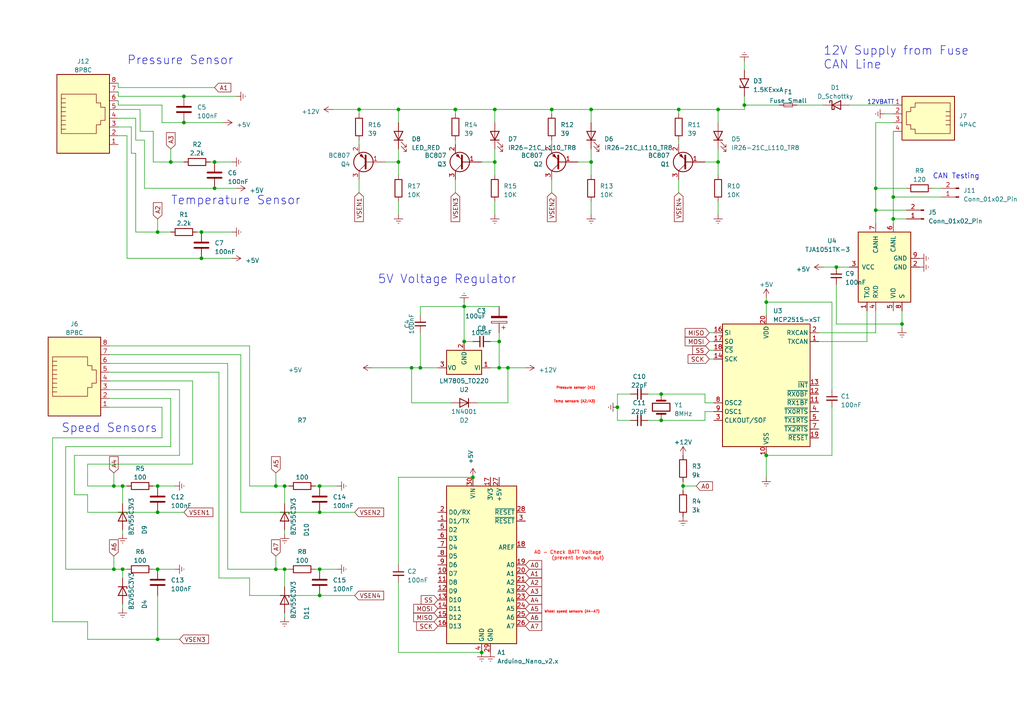
<source format=kicad_sch>
(kicad_sch (version 20230121) (generator eeschema)

  (uuid 447480ff-82aa-40ca-b857-650ccbeb6ee5)

  (paper "A4")

  (lib_symbols
    (symbol "Connector:8P8C" (pin_names (offset 1.016)) (in_bom yes) (on_board yes)
      (property "Reference" "J" (at -5.08 13.97 0)
        (effects (font (size 1.27 1.27)) (justify right))
      )
      (property "Value" "8P8C" (at 2.54 13.97 0)
        (effects (font (size 1.27 1.27)) (justify left))
      )
      (property "Footprint" "" (at 0 0.635 90)
        (effects (font (size 1.27 1.27)) hide)
      )
      (property "Datasheet" "~" (at 0 0.635 90)
        (effects (font (size 1.27 1.27)) hide)
      )
      (property "ki_keywords" "8P8C RJ socket connector" (at 0 0 0)
        (effects (font (size 1.27 1.27)) hide)
      )
      (property "ki_description" "RJ connector, 8P8C (8 positions 8 connected), RJ31/RJ32/RJ33/RJ34/RJ35/RJ41/RJ45/RJ49/RJ61" (at 0 0 0)
        (effects (font (size 1.27 1.27)) hide)
      )
      (property "ki_fp_filters" "8P8C* RJ31* RJ32* RJ33* RJ34* RJ35* RJ41* RJ45* RJ49* RJ61*" (at 0 0 0)
        (effects (font (size 1.27 1.27)) hide)
      )
      (symbol "8P8C_0_1"
        (polyline
          (pts
            (xy -5.08 4.445)
            (xy -6.35 4.445)
          )
          (stroke (width 0) (type default))
          (fill (type none))
        )
        (polyline
          (pts
            (xy -5.08 5.715)
            (xy -6.35 5.715)
          )
          (stroke (width 0) (type default))
          (fill (type none))
        )
        (polyline
          (pts
            (xy -6.35 -3.175)
            (xy -5.08 -3.175)
            (xy -5.08 -3.175)
          )
          (stroke (width 0) (type default))
          (fill (type none))
        )
        (polyline
          (pts
            (xy -6.35 -1.905)
            (xy -5.08 -1.905)
            (xy -5.08 -1.905)
          )
          (stroke (width 0) (type default))
          (fill (type none))
        )
        (polyline
          (pts
            (xy -6.35 -0.635)
            (xy -5.08 -0.635)
            (xy -5.08 -0.635)
          )
          (stroke (width 0) (type default))
          (fill (type none))
        )
        (polyline
          (pts
            (xy -6.35 0.635)
            (xy -5.08 0.635)
            (xy -5.08 0.635)
          )
          (stroke (width 0) (type default))
          (fill (type none))
        )
        (polyline
          (pts
            (xy -6.35 1.905)
            (xy -5.08 1.905)
            (xy -5.08 1.905)
          )
          (stroke (width 0) (type default))
          (fill (type none))
        )
        (polyline
          (pts
            (xy -5.08 3.175)
            (xy -6.35 3.175)
            (xy -6.35 3.175)
          )
          (stroke (width 0) (type default))
          (fill (type none))
        )
        (polyline
          (pts
            (xy -6.35 -4.445)
            (xy -6.35 6.985)
            (xy 3.81 6.985)
            (xy 3.81 4.445)
            (xy 5.08 4.445)
            (xy 5.08 3.175)
            (xy 6.35 3.175)
            (xy 6.35 -0.635)
            (xy 5.08 -0.635)
            (xy 5.08 -1.905)
            (xy 3.81 -1.905)
            (xy 3.81 -4.445)
            (xy -6.35 -4.445)
            (xy -6.35 -4.445)
          )
          (stroke (width 0) (type default))
          (fill (type none))
        )
        (rectangle (start 7.62 12.7) (end -7.62 -10.16)
          (stroke (width 0.254) (type default))
          (fill (type background))
        )
      )
      (symbol "8P8C_1_1"
        (pin passive line (at 10.16 -7.62 180) (length 2.54)
          (name "~" (effects (font (size 1.27 1.27))))
          (number "1" (effects (font (size 1.27 1.27))))
        )
        (pin passive line (at 10.16 -5.08 180) (length 2.54)
          (name "~" (effects (font (size 1.27 1.27))))
          (number "2" (effects (font (size 1.27 1.27))))
        )
        (pin passive line (at 10.16 -2.54 180) (length 2.54)
          (name "~" (effects (font (size 1.27 1.27))))
          (number "3" (effects (font (size 1.27 1.27))))
        )
        (pin passive line (at 10.16 0 180) (length 2.54)
          (name "~" (effects (font (size 1.27 1.27))))
          (number "4" (effects (font (size 1.27 1.27))))
        )
        (pin passive line (at 10.16 2.54 180) (length 2.54)
          (name "~" (effects (font (size 1.27 1.27))))
          (number "5" (effects (font (size 1.27 1.27))))
        )
        (pin passive line (at 10.16 5.08 180) (length 2.54)
          (name "~" (effects (font (size 1.27 1.27))))
          (number "6" (effects (font (size 1.27 1.27))))
        )
        (pin passive line (at 10.16 7.62 180) (length 2.54)
          (name "~" (effects (font (size 1.27 1.27))))
          (number "7" (effects (font (size 1.27 1.27))))
        )
        (pin passive line (at 10.16 10.16 180) (length 2.54)
          (name "~" (effects (font (size 1.27 1.27))))
          (number "8" (effects (font (size 1.27 1.27))))
        )
      )
    )
    (symbol "Diode:BZV55C3V3" (pin_numbers hide) (pin_names hide) (in_bom yes) (on_board yes)
      (property "Reference" "D" (at 0 2.54 0)
        (effects (font (size 1.27 1.27)))
      )
      (property "Value" "BZV55C3V3" (at 0 -2.54 0)
        (effects (font (size 1.27 1.27)))
      )
      (property "Footprint" "Diode_SMD:D_MiniMELF" (at 0 -4.445 0)
        (effects (font (size 1.27 1.27)) hide)
      )
      (property "Datasheet" "https://assets.nexperia.com/documents/data-sheet/BZV55_SER.pdf" (at 0 0 0)
        (effects (font (size 1.27 1.27)) hide)
      )
      (property "ki_keywords" "zener diode" (at 0 0 0)
        (effects (font (size 1.27 1.27)) hide)
      )
      (property "ki_description" "3.3V, 500mW, 5%, Zener diode, MiniMELF" (at 0 0 0)
        (effects (font (size 1.27 1.27)) hide)
      )
      (property "ki_fp_filters" "D*MiniMELF*" (at 0 0 0)
        (effects (font (size 1.27 1.27)) hide)
      )
      (symbol "BZV55C3V3_0_1"
        (polyline
          (pts
            (xy 1.27 0)
            (xy -1.27 0)
          )
          (stroke (width 0) (type default))
          (fill (type none))
        )
        (polyline
          (pts
            (xy -1.27 -1.27)
            (xy -1.27 1.27)
            (xy -0.762 1.27)
          )
          (stroke (width 0.254) (type default))
          (fill (type none))
        )
        (polyline
          (pts
            (xy 1.27 -1.27)
            (xy 1.27 1.27)
            (xy -1.27 0)
            (xy 1.27 -1.27)
          )
          (stroke (width 0.254) (type default))
          (fill (type none))
        )
      )
      (symbol "BZV55C3V3_1_1"
        (pin passive line (at -3.81 0 0) (length 2.54)
          (name "K" (effects (font (size 1.27 1.27))))
          (number "1" (effects (font (size 1.27 1.27))))
        )
        (pin passive line (at 3.81 0 180) (length 2.54)
          (name "A" (effects (font (size 1.27 1.27))))
          (number "2" (effects (font (size 1.27 1.27))))
        )
      )
    )
    (symbol "LED:IR26-21C_L110_TR8" (pin_numbers hide) (pin_names (offset 1.016) hide) (in_bom yes) (on_board yes)
      (property "Reference" "D" (at 0 2.54 0)
        (effects (font (size 1.27 1.27)))
      )
      (property "Value" "IR26-21C_L110_TR8" (at 0 -3.81 0)
        (effects (font (size 1.27 1.27)))
      )
      (property "Footprint" "LED_SMD:LED_1206_3216Metric" (at 0 5.08 0)
        (effects (font (size 1.27 1.27)) hide)
      )
      (property "Datasheet" "http://www.everlight.com/file/ProductFile/IR26-21C-L110-TR8.pdf" (at 0 0 0)
        (effects (font (size 1.27 1.27)) hide)
      )
      (property "ki_keywords" "IR LED" (at 0 0 0)
        (effects (font (size 1.27 1.27)) hide)
      )
      (property "ki_description" "940nm, 20 deg, Infrared LED, 1206" (at 0 0 0)
        (effects (font (size 1.27 1.27)) hide)
      )
      (property "ki_fp_filters" "LED*1206*3216Metric*" (at 0 0 0)
        (effects (font (size 1.27 1.27)) hide)
      )
      (symbol "IR26-21C_L110_TR8_0_1"
        (polyline
          (pts
            (xy -1.27 -1.27)
            (xy -1.27 1.27)
          )
          (stroke (width 0.254) (type default))
          (fill (type none))
        )
        (polyline
          (pts
            (xy -1.27 0)
            (xy 1.27 0)
          )
          (stroke (width 0) (type default))
          (fill (type none))
        )
        (polyline
          (pts
            (xy 1.27 -1.27)
            (xy 1.27 1.27)
            (xy -1.27 0)
            (xy 1.27 -1.27)
          )
          (stroke (width 0.254) (type default))
          (fill (type none))
        )
        (polyline
          (pts
            (xy -3.048 -0.762)
            (xy -4.572 -2.286)
            (xy -3.81 -2.286)
            (xy -4.572 -2.286)
            (xy -4.572 -1.524)
          )
          (stroke (width 0) (type default))
          (fill (type none))
        )
        (polyline
          (pts
            (xy -1.778 -0.762)
            (xy -3.302 -2.286)
            (xy -2.54 -2.286)
            (xy -3.302 -2.286)
            (xy -3.302 -1.524)
          )
          (stroke (width 0) (type default))
          (fill (type none))
        )
      )
      (symbol "IR26-21C_L110_TR8_1_1"
        (pin passive line (at -3.81 0 0) (length 2.54)
          (name "K" (effects (font (size 1.27 1.27))))
          (number "1" (effects (font (size 1.27 1.27))))
        )
        (pin passive line (at 3.81 0 180) (length 2.54)
          (name "A" (effects (font (size 1.27 1.27))))
          (number "2" (effects (font (size 1.27 1.27))))
        )
      )
    )
    (symbol "MCU_Module:Arduino_Nano_v2.x" (in_bom yes) (on_board yes)
      (property "Reference" "A" (at -10.16 23.495 0)
        (effects (font (size 1.27 1.27)) (justify left bottom))
      )
      (property "Value" "Arduino_Nano_v2.x" (at 5.08 -24.13 0)
        (effects (font (size 1.27 1.27)) (justify left top))
      )
      (property "Footprint" "Module:Arduino_Nano" (at 0 0 0)
        (effects (font (size 1.27 1.27) italic) hide)
      )
      (property "Datasheet" "https://www.arduino.cc/en/uploads/Main/ArduinoNanoManual23.pdf" (at 0 0 0)
        (effects (font (size 1.27 1.27)) hide)
      )
      (property "ki_keywords" "Arduino nano microcontroller module USB" (at 0 0 0)
        (effects (font (size 1.27 1.27)) hide)
      )
      (property "ki_description" "Arduino Nano v2.x" (at 0 0 0)
        (effects (font (size 1.27 1.27)) hide)
      )
      (property "ki_fp_filters" "Arduino*Nano*" (at 0 0 0)
        (effects (font (size 1.27 1.27)) hide)
      )
      (symbol "Arduino_Nano_v2.x_0_1"
        (rectangle (start -10.16 22.86) (end 10.16 -22.86)
          (stroke (width 0.254) (type default))
          (fill (type background))
        )
      )
      (symbol "Arduino_Nano_v2.x_1_1"
        (pin bidirectional line (at -12.7 12.7 0) (length 2.54)
          (name "D1/TX" (effects (font (size 1.27 1.27))))
          (number "1" (effects (font (size 1.27 1.27))))
        )
        (pin bidirectional line (at -12.7 -2.54 0) (length 2.54)
          (name "D7" (effects (font (size 1.27 1.27))))
          (number "10" (effects (font (size 1.27 1.27))))
        )
        (pin bidirectional line (at -12.7 -5.08 0) (length 2.54)
          (name "D8" (effects (font (size 1.27 1.27))))
          (number "11" (effects (font (size 1.27 1.27))))
        )
        (pin bidirectional line (at -12.7 -7.62 0) (length 2.54)
          (name "D9" (effects (font (size 1.27 1.27))))
          (number "12" (effects (font (size 1.27 1.27))))
        )
        (pin bidirectional line (at -12.7 -10.16 0) (length 2.54)
          (name "D10" (effects (font (size 1.27 1.27))))
          (number "13" (effects (font (size 1.27 1.27))))
        )
        (pin bidirectional line (at -12.7 -12.7 0) (length 2.54)
          (name "D11" (effects (font (size 1.27 1.27))))
          (number "14" (effects (font (size 1.27 1.27))))
        )
        (pin bidirectional line (at -12.7 -15.24 0) (length 2.54)
          (name "D12" (effects (font (size 1.27 1.27))))
          (number "15" (effects (font (size 1.27 1.27))))
        )
        (pin bidirectional line (at -12.7 -17.78 0) (length 2.54)
          (name "D13" (effects (font (size 1.27 1.27))))
          (number "16" (effects (font (size 1.27 1.27))))
        )
        (pin power_out line (at 2.54 25.4 270) (length 2.54)
          (name "3V3" (effects (font (size 1.27 1.27))))
          (number "17" (effects (font (size 1.27 1.27))))
        )
        (pin input line (at 12.7 5.08 180) (length 2.54)
          (name "AREF" (effects (font (size 1.27 1.27))))
          (number "18" (effects (font (size 1.27 1.27))))
        )
        (pin bidirectional line (at 12.7 0 180) (length 2.54)
          (name "A0" (effects (font (size 1.27 1.27))))
          (number "19" (effects (font (size 1.27 1.27))))
        )
        (pin bidirectional line (at -12.7 15.24 0) (length 2.54)
          (name "D0/RX" (effects (font (size 1.27 1.27))))
          (number "2" (effects (font (size 1.27 1.27))))
        )
        (pin bidirectional line (at 12.7 -2.54 180) (length 2.54)
          (name "A1" (effects (font (size 1.27 1.27))))
          (number "20" (effects (font (size 1.27 1.27))))
        )
        (pin bidirectional line (at 12.7 -5.08 180) (length 2.54)
          (name "A2" (effects (font (size 1.27 1.27))))
          (number "21" (effects (font (size 1.27 1.27))))
        )
        (pin bidirectional line (at 12.7 -7.62 180) (length 2.54)
          (name "A3" (effects (font (size 1.27 1.27))))
          (number "22" (effects (font (size 1.27 1.27))))
        )
        (pin bidirectional line (at 12.7 -10.16 180) (length 2.54)
          (name "A4" (effects (font (size 1.27 1.27))))
          (number "23" (effects (font (size 1.27 1.27))))
        )
        (pin bidirectional line (at 12.7 -12.7 180) (length 2.54)
          (name "A5" (effects (font (size 1.27 1.27))))
          (number "24" (effects (font (size 1.27 1.27))))
        )
        (pin bidirectional line (at 12.7 -15.24 180) (length 2.54)
          (name "A6" (effects (font (size 1.27 1.27))))
          (number "25" (effects (font (size 1.27 1.27))))
        )
        (pin bidirectional line (at 12.7 -17.78 180) (length 2.54)
          (name "A7" (effects (font (size 1.27 1.27))))
          (number "26" (effects (font (size 1.27 1.27))))
        )
        (pin power_out line (at 5.08 25.4 270) (length 2.54)
          (name "+5V" (effects (font (size 1.27 1.27))))
          (number "27" (effects (font (size 1.27 1.27))))
        )
        (pin input line (at 12.7 15.24 180) (length 2.54)
          (name "~{RESET}" (effects (font (size 1.27 1.27))))
          (number "28" (effects (font (size 1.27 1.27))))
        )
        (pin power_in line (at 2.54 -25.4 90) (length 2.54)
          (name "GND" (effects (font (size 1.27 1.27))))
          (number "29" (effects (font (size 1.27 1.27))))
        )
        (pin input line (at 12.7 12.7 180) (length 2.54)
          (name "~{RESET}" (effects (font (size 1.27 1.27))))
          (number "3" (effects (font (size 1.27 1.27))))
        )
        (pin power_in line (at -2.54 25.4 270) (length 2.54)
          (name "VIN" (effects (font (size 1.27 1.27))))
          (number "30" (effects (font (size 1.27 1.27))))
        )
        (pin power_in line (at 0 -25.4 90) (length 2.54)
          (name "GND" (effects (font (size 1.27 1.27))))
          (number "4" (effects (font (size 1.27 1.27))))
        )
        (pin bidirectional line (at -12.7 10.16 0) (length 2.54)
          (name "D2" (effects (font (size 1.27 1.27))))
          (number "5" (effects (font (size 1.27 1.27))))
        )
        (pin bidirectional line (at -12.7 7.62 0) (length 2.54)
          (name "D3" (effects (font (size 1.27 1.27))))
          (number "6" (effects (font (size 1.27 1.27))))
        )
        (pin bidirectional line (at -12.7 5.08 0) (length 2.54)
          (name "D4" (effects (font (size 1.27 1.27))))
          (number "7" (effects (font (size 1.27 1.27))))
        )
        (pin bidirectional line (at -12.7 2.54 0) (length 2.54)
          (name "D5" (effects (font (size 1.27 1.27))))
          (number "8" (effects (font (size 1.27 1.27))))
        )
        (pin bidirectional line (at -12.7 0 0) (length 2.54)
          (name "D6" (effects (font (size 1.27 1.27))))
          (number "9" (effects (font (size 1.27 1.27))))
        )
      )
    )
    (symbol "New_Schematics:1.5KExxA" (pin_numbers hide) (pin_names (offset 1.016) hide) (in_bom yes) (on_board yes)
      (property "Reference" "D" (at 0 2.54 0)
        (effects (font (size 1.27 1.27)))
      )
      (property "Value" "1.5KExxA" (at 0 -2.54 0)
        (effects (font (size 1.27 1.27)))
      )
      (property "Footprint" "Diode_THT:D_DO-201AE_P15.24mm_Horizontal" (at 0 -5.08 0)
        (effects (font (size 1.27 1.27)) hide)
      )
      (property "Datasheet" "https://www.vishay.com/docs/88301/15ke.pdf" (at -1.27 0 0)
        (effects (font (size 1.27 1.27)) hide)
      )
      (property "ki_keywords" "diode TVS voltage suppressor" (at 0 0 0)
        (effects (font (size 1.27 1.27)) hide)
      )
      (property "ki_description" "1500W unidirectional TRANSZORB® Transient Voltage Suppressor, DO-201AE" (at 0 0 0)
        (effects (font (size 1.27 1.27)) hide)
      )
      (property "ki_fp_filters" "D?DO?201AE*" (at 0 0 0)
        (effects (font (size 1.27 1.27)) hide)
      )
      (symbol "1.5KExxA_0_1"
        (polyline
          (pts
            (xy -0.762 1.27)
            (xy -1.27 1.27)
            (xy -1.27 -1.27)
          )
          (stroke (width 0.254) (type default))
          (fill (type none))
        )
        (polyline
          (pts
            (xy 1.27 1.27)
            (xy 1.27 -1.27)
            (xy -1.27 0)
            (xy 1.27 1.27)
          )
          (stroke (width 0.254) (type default))
          (fill (type none))
        )
      )
      (symbol "1.5KExxA_1_1"
        (pin passive line (at -3.81 0 0) (length 2.54)
          (name "A1" (effects (font (size 1.27 1.27))))
          (number "1" (effects (font (size 1.27 1.27))))
        )
        (pin passive line (at 3.81 0 180) (length 2.54)
          (name "A2" (effects (font (size 1.27 1.27))))
          (number "2" (effects (font (size 1.27 1.27))))
        )
      )
    )
    (symbol "New_Schematics:1N4001" (pin_numbers hide) (pin_names hide) (in_bom yes) (on_board yes)
      (property "Reference" "D" (at 0 2.54 0)
        (effects (font (size 1.27 1.27)))
      )
      (property "Value" "1N4001" (at 0 -2.54 0)
        (effects (font (size 1.27 1.27)))
      )
      (property "Footprint" "Diode_THT:D_DO-41_SOD81_P10.16mm_Horizontal" (at 0 0 0)
        (effects (font (size 1.27 1.27)) hide)
      )
      (property "Datasheet" "http://www.vishay.com/docs/88503/1n4001.pdf" (at 0 0 0)
        (effects (font (size 1.27 1.27)) hide)
      )
      (property "Sim.Device" "D" (at 0 0 0)
        (effects (font (size 1.27 1.27)) hide)
      )
      (property "Sim.Pins" "1=K 2=A" (at 0 0 0)
        (effects (font (size 1.27 1.27)) hide)
      )
      (property "ki_keywords" "diode" (at 0 0 0)
        (effects (font (size 1.27 1.27)) hide)
      )
      (property "ki_description" "50V 1A General Purpose Rectifier Diode, DO-41" (at 0 0 0)
        (effects (font (size 1.27 1.27)) hide)
      )
      (property "ki_fp_filters" "D*DO?41*" (at 0 0 0)
        (effects (font (size 1.27 1.27)) hide)
      )
      (symbol "1N4001_0_1"
        (polyline
          (pts
            (xy -1.27 1.27)
            (xy -1.27 -1.27)
          )
          (stroke (width 0.254) (type default))
          (fill (type none))
        )
        (polyline
          (pts
            (xy 1.27 0)
            (xy -1.27 0)
          )
          (stroke (width 0) (type default))
          (fill (type none))
        )
        (polyline
          (pts
            (xy 1.27 1.27)
            (xy 1.27 -1.27)
            (xy -1.27 0)
            (xy 1.27 1.27)
          )
          (stroke (width 0.254) (type default))
          (fill (type none))
        )
      )
      (symbol "1N4001_1_1"
        (pin passive line (at -3.81 0 0) (length 2.54)
          (name "K" (effects (font (size 1.27 1.27))))
          (number "1" (effects (font (size 1.27 1.27))))
        )
        (pin passive line (at 3.81 0 180) (length 2.54)
          (name "A" (effects (font (size 1.27 1.27))))
          (number "2" (effects (font (size 1.27 1.27))))
        )
      )
    )
    (symbol "New_Schematics:4P4C" (pin_names (offset 1.016)) (in_bom yes) (on_board yes)
      (property "Reference" "J" (at -5.08 8.89 0)
        (effects (font (size 1.27 1.27)) (justify right))
      )
      (property "Value" "4P4C" (at 2.54 8.89 0)
        (effects (font (size 1.27 1.27)) (justify left))
      )
      (property "Footprint" "" (at 0 1.27 90)
        (effects (font (size 1.27 1.27)) hide)
      )
      (property "Datasheet" "~" (at 0 1.27 90)
        (effects (font (size 1.27 1.27)) hide)
      )
      (property "ki_keywords" "4P4C RJ socket connector" (at 0 0 0)
        (effects (font (size 1.27 1.27)) hide)
      )
      (property "ki_description" "RJ connector, 4P4C (4 positions 4 connected), RJ9/RJ10/RJ22" (at 0 0 0)
        (effects (font (size 1.27 1.27)) hide)
      )
      (property "ki_fp_filters" "4P4C* RJ9* RJ10* RJ22*" (at 0 0 0)
        (effects (font (size 1.27 1.27)) hide)
      )
      (symbol "4P4C_0_1"
        (polyline
          (pts
            (xy -6.35 -0.635)
            (xy -5.08 -0.635)
            (xy -5.08 -0.635)
          )
          (stroke (width 0) (type default))
          (fill (type none))
        )
        (polyline
          (pts
            (xy -6.35 0.635)
            (xy -5.08 0.635)
            (xy -5.08 0.635)
          )
          (stroke (width 0) (type default))
          (fill (type none))
        )
        (polyline
          (pts
            (xy -6.35 1.905)
            (xy -5.08 1.905)
            (xy -5.08 1.905)
          )
          (stroke (width 0) (type default))
          (fill (type none))
        )
        (polyline
          (pts
            (xy -6.35 3.175)
            (xy -5.08 3.175)
            (xy -5.08 3.175)
          )
          (stroke (width 0) (type default))
          (fill (type none))
        )
        (polyline
          (pts
            (xy -6.35 -3.175)
            (xy -6.35 5.715)
            (xy -1.27 5.715)
            (xy 3.81 5.715)
            (xy 3.81 4.445)
            (xy 5.08 4.445)
            (xy 5.08 3.175)
            (xy 6.35 3.175)
            (xy 6.35 -0.635)
            (xy 5.08 -0.635)
            (xy 5.08 -1.905)
            (xy 3.81 -1.905)
            (xy 3.81 -3.175)
            (xy -6.35 -3.175)
            (xy -6.35 -3.175)
          )
          (stroke (width 0) (type default))
          (fill (type none))
        )
        (rectangle (start 7.62 7.62) (end -7.62 -5.08)
          (stroke (width 0.254) (type default))
          (fill (type background))
        )
      )
      (symbol "4P4C_1_1"
        (pin passive line (at 10.16 -2.54 180) (length 2.54)
          (name "~" (effects (font (size 1.27 1.27))))
          (number "1" (effects (font (size 1.27 1.27))))
        )
        (pin passive line (at 10.16 0 180) (length 2.54)
          (name "~" (effects (font (size 1.27 1.27))))
          (number "2" (effects (font (size 1.27 1.27))))
        )
        (pin passive line (at 10.16 2.54 180) (length 2.54)
          (name "~" (effects (font (size 1.27 1.27))))
          (number "3" (effects (font (size 1.27 1.27))))
        )
        (pin passive line (at 10.16 5.08 180) (length 2.54)
          (name "~" (effects (font (size 1.27 1.27))))
          (number "4" (effects (font (size 1.27 1.27))))
        )
      )
    )
    (symbol "New_Schematics:C" (pin_numbers hide) (pin_names (offset 0.254)) (in_bom yes) (on_board yes)
      (property "Reference" "C" (at 0.635 2.54 0)
        (effects (font (size 1.27 1.27)) (justify left))
      )
      (property "Value" "C" (at 0.635 -2.54 0)
        (effects (font (size 1.27 1.27)) (justify left))
      )
      (property "Footprint" "" (at 0.9652 -3.81 0)
        (effects (font (size 1.27 1.27)) hide)
      )
      (property "Datasheet" "~" (at 0 0 0)
        (effects (font (size 1.27 1.27)) hide)
      )
      (property "ki_keywords" "cap capacitor" (at 0 0 0)
        (effects (font (size 1.27 1.27)) hide)
      )
      (property "ki_description" "Unpolarized capacitor" (at 0 0 0)
        (effects (font (size 1.27 1.27)) hide)
      )
      (property "ki_fp_filters" "C_*" (at 0 0 0)
        (effects (font (size 1.27 1.27)) hide)
      )
      (symbol "C_0_1"
        (polyline
          (pts
            (xy -2.032 -0.762)
            (xy 2.032 -0.762)
          )
          (stroke (width 0.508) (type default))
          (fill (type none))
        )
        (polyline
          (pts
            (xy -2.032 0.762)
            (xy 2.032 0.762)
          )
          (stroke (width 0.508) (type default))
          (fill (type none))
        )
      )
      (symbol "C_1_1"
        (pin passive line (at 0 3.81 270) (length 2.794)
          (name "~" (effects (font (size 1.27 1.27))))
          (number "1" (effects (font (size 1.27 1.27))))
        )
        (pin passive line (at 0 -3.81 90) (length 2.794)
          (name "~" (effects (font (size 1.27 1.27))))
          (number "2" (effects (font (size 1.27 1.27))))
        )
      )
    )
    (symbol "New_Schematics:C_Polarized" (pin_numbers hide) (pin_names (offset 0.254)) (in_bom yes) (on_board yes)
      (property "Reference" "C" (at 0.635 2.54 0)
        (effects (font (size 1.27 1.27)) (justify left))
      )
      (property "Value" "C_Polarized" (at 0.635 -2.54 0)
        (effects (font (size 1.27 1.27)) (justify left))
      )
      (property "Footprint" "" (at 0.9652 -3.81 0)
        (effects (font (size 1.27 1.27)) hide)
      )
      (property "Datasheet" "~" (at 0 0 0)
        (effects (font (size 1.27 1.27)) hide)
      )
      (property "ki_keywords" "cap capacitor" (at 0 0 0)
        (effects (font (size 1.27 1.27)) hide)
      )
      (property "ki_description" "Polarized capacitor" (at 0 0 0)
        (effects (font (size 1.27 1.27)) hide)
      )
      (property "ki_fp_filters" "CP_*" (at 0 0 0)
        (effects (font (size 1.27 1.27)) hide)
      )
      (symbol "C_Polarized_0_1"
        (rectangle (start -2.286 0.508) (end 2.286 1.016)
          (stroke (width 0) (type default))
          (fill (type none))
        )
        (polyline
          (pts
            (xy -1.778 2.286)
            (xy -0.762 2.286)
          )
          (stroke (width 0) (type default))
          (fill (type none))
        )
        (polyline
          (pts
            (xy -1.27 2.794)
            (xy -1.27 1.778)
          )
          (stroke (width 0) (type default))
          (fill (type none))
        )
        (rectangle (start 2.286 -0.508) (end -2.286 -1.016)
          (stroke (width 0) (type default))
          (fill (type outline))
        )
      )
      (symbol "C_Polarized_1_1"
        (pin passive line (at 0 3.81 270) (length 2.794)
          (name "~" (effects (font (size 1.27 1.27))))
          (number "1" (effects (font (size 1.27 1.27))))
        )
        (pin passive line (at 0 -3.81 90) (length 2.794)
          (name "~" (effects (font (size 1.27 1.27))))
          (number "2" (effects (font (size 1.27 1.27))))
        )
      )
    )
    (symbol "New_Schematics:C_Small" (pin_numbers hide) (pin_names (offset 0.254) hide) (in_bom yes) (on_board yes)
      (property "Reference" "C" (at 0.254 1.778 0)
        (effects (font (size 1.27 1.27)) (justify left))
      )
      (property "Value" "C_Small" (at 0.254 -2.032 0)
        (effects (font (size 1.27 1.27)) (justify left))
      )
      (property "Footprint" "" (at 0 0 0)
        (effects (font (size 1.27 1.27)) hide)
      )
      (property "Datasheet" "~" (at 0 0 0)
        (effects (font (size 1.27 1.27)) hide)
      )
      (property "ki_keywords" "capacitor cap" (at 0 0 0)
        (effects (font (size 1.27 1.27)) hide)
      )
      (property "ki_description" "Unpolarized capacitor, small symbol" (at 0 0 0)
        (effects (font (size 1.27 1.27)) hide)
      )
      (property "ki_fp_filters" "C_*" (at 0 0 0)
        (effects (font (size 1.27 1.27)) hide)
      )
      (symbol "C_Small_0_1"
        (polyline
          (pts
            (xy -1.524 -0.508)
            (xy 1.524 -0.508)
          )
          (stroke (width 0.3302) (type default))
          (fill (type none))
        )
        (polyline
          (pts
            (xy -1.524 0.508)
            (xy 1.524 0.508)
          )
          (stroke (width 0.3048) (type default))
          (fill (type none))
        )
      )
      (symbol "C_Small_1_1"
        (pin passive line (at 0 2.54 270) (length 2.032)
          (name "~" (effects (font (size 1.27 1.27))))
          (number "1" (effects (font (size 1.27 1.27))))
        )
        (pin passive line (at 0 -2.54 90) (length 2.032)
          (name "~" (effects (font (size 1.27 1.27))))
          (number "2" (effects (font (size 1.27 1.27))))
        )
      )
    )
    (symbol "New_Schematics:Conn_01x02_Pin" (pin_names (offset 1.016) hide) (in_bom yes) (on_board yes)
      (property "Reference" "J" (at 0 2.54 0)
        (effects (font (size 1.27 1.27)))
      )
      (property "Value" "Conn_01x02_Pin" (at 0 -5.08 0)
        (effects (font (size 1.27 1.27)))
      )
      (property "Footprint" "" (at 0 0 0)
        (effects (font (size 1.27 1.27)) hide)
      )
      (property "Datasheet" "~" (at 0 0 0)
        (effects (font (size 1.27 1.27)) hide)
      )
      (property "ki_locked" "" (at 0 0 0)
        (effects (font (size 1.27 1.27)))
      )
      (property "ki_keywords" "connector" (at 0 0 0)
        (effects (font (size 1.27 1.27)) hide)
      )
      (property "ki_description" "Generic connector, single row, 01x02, script generated" (at 0 0 0)
        (effects (font (size 1.27 1.27)) hide)
      )
      (property "ki_fp_filters" "Connector*:*_1x??_*" (at 0 0 0)
        (effects (font (size 1.27 1.27)) hide)
      )
      (symbol "Conn_01x02_Pin_1_1"
        (polyline
          (pts
            (xy 1.27 -2.54)
            (xy 0.8636 -2.54)
          )
          (stroke (width 0.1524) (type default))
          (fill (type none))
        )
        (polyline
          (pts
            (xy 1.27 0)
            (xy 0.8636 0)
          )
          (stroke (width 0.1524) (type default))
          (fill (type none))
        )
        (rectangle (start 0.8636 -2.413) (end 0 -2.667)
          (stroke (width 0.1524) (type default))
          (fill (type outline))
        )
        (rectangle (start 0.8636 0.127) (end 0 -0.127)
          (stroke (width 0.1524) (type default))
          (fill (type outline))
        )
        (pin passive line (at 5.08 0 180) (length 3.81)
          (name "Pin_1" (effects (font (size 1.27 1.27))))
          (number "1" (effects (font (size 1.27 1.27))))
        )
        (pin passive line (at 5.08 -2.54 180) (length 3.81)
          (name "Pin_2" (effects (font (size 1.27 1.27))))
          (number "2" (effects (font (size 1.27 1.27))))
        )
      )
    )
    (symbol "New_Schematics:Crystal" (pin_numbers hide) (pin_names (offset 1.016) hide) (in_bom yes) (on_board yes)
      (property "Reference" "Y" (at 0 3.81 0)
        (effects (font (size 1.27 1.27)))
      )
      (property "Value" "Crystal" (at 0 -3.81 0)
        (effects (font (size 1.27 1.27)))
      )
      (property "Footprint" "" (at 0 0 0)
        (effects (font (size 1.27 1.27)) hide)
      )
      (property "Datasheet" "~" (at 0 0 0)
        (effects (font (size 1.27 1.27)) hide)
      )
      (property "ki_keywords" "quartz ceramic resonator oscillator" (at 0 0 0)
        (effects (font (size 1.27 1.27)) hide)
      )
      (property "ki_description" "Two pin crystal" (at 0 0 0)
        (effects (font (size 1.27 1.27)) hide)
      )
      (property "ki_fp_filters" "Crystal*" (at 0 0 0)
        (effects (font (size 1.27 1.27)) hide)
      )
      (symbol "Crystal_0_1"
        (rectangle (start -1.143 2.54) (end 1.143 -2.54)
          (stroke (width 0.3048) (type default))
          (fill (type none))
        )
        (polyline
          (pts
            (xy -2.54 0)
            (xy -1.905 0)
          )
          (stroke (width 0) (type default))
          (fill (type none))
        )
        (polyline
          (pts
            (xy -1.905 -1.27)
            (xy -1.905 1.27)
          )
          (stroke (width 0.508) (type default))
          (fill (type none))
        )
        (polyline
          (pts
            (xy 1.905 -1.27)
            (xy 1.905 1.27)
          )
          (stroke (width 0.508) (type default))
          (fill (type none))
        )
        (polyline
          (pts
            (xy 2.54 0)
            (xy 1.905 0)
          )
          (stroke (width 0) (type default))
          (fill (type none))
        )
      )
      (symbol "Crystal_1_1"
        (pin passive line (at -3.81 0 0) (length 1.27)
          (name "1" (effects (font (size 1.27 1.27))))
          (number "1" (effects (font (size 1.27 1.27))))
        )
        (pin passive line (at 3.81 0 180) (length 1.27)
          (name "2" (effects (font (size 1.27 1.27))))
          (number "2" (effects (font (size 1.27 1.27))))
        )
      )
    )
    (symbol "New_Schematics:D_Schottky" (pin_numbers hide) (pin_names (offset 1.016) hide) (in_bom yes) (on_board yes)
      (property "Reference" "D" (at 0 2.54 0)
        (effects (font (size 1.27 1.27)))
      )
      (property "Value" "D_Schottky" (at 0 -2.54 0)
        (effects (font (size 1.27 1.27)))
      )
      (property "Footprint" "" (at 0 0 0)
        (effects (font (size 1.27 1.27)) hide)
      )
      (property "Datasheet" "~" (at 0 0 0)
        (effects (font (size 1.27 1.27)) hide)
      )
      (property "ki_keywords" "diode Schottky" (at 0 0 0)
        (effects (font (size 1.27 1.27)) hide)
      )
      (property "ki_description" "Schottky diode" (at 0 0 0)
        (effects (font (size 1.27 1.27)) hide)
      )
      (property "ki_fp_filters" "TO-???* *_Diode_* *SingleDiode* D_*" (at 0 0 0)
        (effects (font (size 1.27 1.27)) hide)
      )
      (symbol "D_Schottky_0_1"
        (polyline
          (pts
            (xy 1.27 0)
            (xy -1.27 0)
          )
          (stroke (width 0) (type default))
          (fill (type none))
        )
        (polyline
          (pts
            (xy 1.27 1.27)
            (xy 1.27 -1.27)
            (xy -1.27 0)
            (xy 1.27 1.27)
          )
          (stroke (width 0.254) (type default))
          (fill (type none))
        )
        (polyline
          (pts
            (xy -1.905 0.635)
            (xy -1.905 1.27)
            (xy -1.27 1.27)
            (xy -1.27 -1.27)
            (xy -0.635 -1.27)
            (xy -0.635 -0.635)
          )
          (stroke (width 0.254) (type default))
          (fill (type none))
        )
      )
      (symbol "D_Schottky_1_1"
        (pin passive line (at -3.81 0 0) (length 2.54)
          (name "K" (effects (font (size 1.27 1.27))))
          (number "1" (effects (font (size 1.27 1.27))))
        )
        (pin passive line (at 3.81 0 180) (length 2.54)
          (name "A" (effects (font (size 1.27 1.27))))
          (number "2" (effects (font (size 1.27 1.27))))
        )
      )
    )
    (symbol "New_Schematics:Fuse_Small" (pin_numbers hide) (pin_names (offset 0.254) hide) (in_bom yes) (on_board yes)
      (property "Reference" "F" (at 0 -1.524 0)
        (effects (font (size 1.27 1.27)))
      )
      (property "Value" "Fuse_Small" (at 0 1.524 0)
        (effects (font (size 1.27 1.27)))
      )
      (property "Footprint" "" (at 0 0 0)
        (effects (font (size 1.27 1.27)) hide)
      )
      (property "Datasheet" "~" (at 0 0 0)
        (effects (font (size 1.27 1.27)) hide)
      )
      (property "ki_keywords" "fuse" (at 0 0 0)
        (effects (font (size 1.27 1.27)) hide)
      )
      (property "ki_description" "Fuse, small symbol" (at 0 0 0)
        (effects (font (size 1.27 1.27)) hide)
      )
      (property "ki_fp_filters" "*Fuse*" (at 0 0 0)
        (effects (font (size 1.27 1.27)) hide)
      )
      (symbol "Fuse_Small_0_1"
        (rectangle (start -1.27 0.508) (end 1.27 -0.508)
          (stroke (width 0) (type default))
          (fill (type none))
        )
        (polyline
          (pts
            (xy -1.27 0)
            (xy 1.27 0)
          )
          (stroke (width 0) (type default))
          (fill (type none))
        )
      )
      (symbol "Fuse_Small_1_1"
        (pin passive line (at -2.54 0 0) (length 1.27)
          (name "~" (effects (font (size 1.27 1.27))))
          (number "1" (effects (font (size 1.27 1.27))))
        )
        (pin passive line (at 2.54 0 180) (length 1.27)
          (name "~" (effects (font (size 1.27 1.27))))
          (number "2" (effects (font (size 1.27 1.27))))
        )
      )
    )
    (symbol "New_Schematics:LM7805_TO220" (pin_names (offset 0.254)) (in_bom yes) (on_board yes)
      (property "Reference" "U" (at -3.81 3.175 0)
        (effects (font (size 1.27 1.27)))
      )
      (property "Value" "LM7805_TO220" (at 0 3.175 0)
        (effects (font (size 1.27 1.27)) (justify left))
      )
      (property "Footprint" "Package_TO_SOT_THT:TO-220-3_Vertical" (at 0 5.715 0)
        (effects (font (size 1.27 1.27) italic) hide)
      )
      (property "Datasheet" "https://www.onsemi.cn/PowerSolutions/document/MC7800-D.PDF" (at 0 -1.27 0)
        (effects (font (size 1.27 1.27)) hide)
      )
      (property "ki_keywords" "Voltage Regulator 1A Positive" (at 0 0 0)
        (effects (font (size 1.27 1.27)) hide)
      )
      (property "ki_description" "Positive 1A 35V Linear Regulator, Fixed Output 5V, TO-220" (at 0 0 0)
        (effects (font (size 1.27 1.27)) hide)
      )
      (property "ki_fp_filters" "TO?220*" (at 0 0 0)
        (effects (font (size 1.27 1.27)) hide)
      )
      (symbol "LM7805_TO220_0_1"
        (rectangle (start -5.08 1.905) (end 5.08 -5.08)
          (stroke (width 0.254) (type default))
          (fill (type background))
        )
      )
      (symbol "LM7805_TO220_1_1"
        (pin power_in line (at -7.62 0 0) (length 2.54)
          (name "VI" (effects (font (size 1.27 1.27))))
          (number "1" (effects (font (size 1.27 1.27))))
        )
        (pin power_in line (at 0 -7.62 90) (length 2.54)
          (name "GND" (effects (font (size 1.27 1.27))))
          (number "2" (effects (font (size 1.27 1.27))))
        )
        (pin power_out line (at 7.62 0 180) (length 2.54)
          (name "VO" (effects (font (size 1.27 1.27))))
          (number "3" (effects (font (size 1.27 1.27))))
        )
      )
    )
    (symbol "New_Schematics:MCP2515-xST" (in_bom yes) (on_board yes)
      (property "Reference" "U" (at -10.16 19.685 0)
        (effects (font (size 1.27 1.27)) (justify right))
      )
      (property "Value" "MCP2515-xST" (at 19.05 20.32 0)
        (effects (font (size 1.27 1.27)) (justify right top))
      )
      (property "Footprint" "Package_SO:TSSOP-20_4.4x6.5mm_P0.65mm" (at 0 -22.86 0)
        (effects (font (size 1.27 1.27) italic) hide)
      )
      (property "Datasheet" "http://ww1.microchip.com/downloads/en/DeviceDoc/21801e.pdf" (at 2.54 -20.32 0)
        (effects (font (size 1.27 1.27)) hide)
      )
      (property "ki_keywords" "CAN Controller SPI" (at 0 0 0)
        (effects (font (size 1.27 1.27)) hide)
      )
      (property "ki_description" "Stand-Alone CAN Controller with SPI Interface, TSSOP-20" (at 0 0 0)
        (effects (font (size 1.27 1.27)) hide)
      )
      (property "ki_fp_filters" "TSSOP*4.4x6.5mm*P0.65mm*" (at 0 0 0)
        (effects (font (size 1.27 1.27)) hide)
      )
      (symbol "MCP2515-xST_0_1"
        (rectangle (start -12.7 17.78) (end 12.7 -17.78)
          (stroke (width 0.254) (type default))
          (fill (type background))
        )
      )
      (symbol "MCP2515-xST_1_1"
        (pin output line (at 15.24 12.7 180) (length 2.54)
          (name "TXCAN" (effects (font (size 1.27 1.27))))
          (number "1" (effects (font (size 1.27 1.27))))
        )
        (pin power_in line (at 0 -20.32 90) (length 2.54)
          (name "VSS" (effects (font (size 1.27 1.27))))
          (number "10" (effects (font (size 1.27 1.27))))
        )
        (pin output line (at 15.24 -5.08 180) (length 2.54)
          (name "~{RX1BF}" (effects (font (size 1.27 1.27))))
          (number "11" (effects (font (size 1.27 1.27))))
        )
        (pin output line (at 15.24 -2.54 180) (length 2.54)
          (name "~{RX0BF}" (effects (font (size 1.27 1.27))))
          (number "12" (effects (font (size 1.27 1.27))))
        )
        (pin output line (at 15.24 0 180) (length 2.54)
          (name "~{INT}" (effects (font (size 1.27 1.27))))
          (number "13" (effects (font (size 1.27 1.27))))
        )
        (pin input line (at -15.24 7.62 0) (length 2.54)
          (name "SCK" (effects (font (size 1.27 1.27))))
          (number "14" (effects (font (size 1.27 1.27))))
        )
        (pin no_connect line (at -12.7 -2.54 0) (length 2.54) hide
          (name "NC" (effects (font (size 1.27 1.27))))
          (number "15" (effects (font (size 1.27 1.27))))
        )
        (pin input line (at -15.24 15.24 0) (length 2.54)
          (name "SI" (effects (font (size 1.27 1.27))))
          (number "16" (effects (font (size 1.27 1.27))))
        )
        (pin output line (at -15.24 12.7 0) (length 2.54)
          (name "SO" (effects (font (size 1.27 1.27))))
          (number "17" (effects (font (size 1.27 1.27))))
        )
        (pin input line (at -15.24 10.16 0) (length 2.54)
          (name "~{CS}" (effects (font (size 1.27 1.27))))
          (number "18" (effects (font (size 1.27 1.27))))
        )
        (pin input line (at 15.24 -15.24 180) (length 2.54)
          (name "~{RESET}" (effects (font (size 1.27 1.27))))
          (number "19" (effects (font (size 1.27 1.27))))
        )
        (pin input line (at 15.24 15.24 180) (length 2.54)
          (name "RXCAN" (effects (font (size 1.27 1.27))))
          (number "2" (effects (font (size 1.27 1.27))))
        )
        (pin power_in line (at 0 20.32 270) (length 2.54)
          (name "VDD" (effects (font (size 1.27 1.27))))
          (number "20" (effects (font (size 1.27 1.27))))
        )
        (pin output line (at -15.24 -10.16 0) (length 2.54)
          (name "CLKOUT/SOF" (effects (font (size 1.27 1.27))))
          (number "3" (effects (font (size 1.27 1.27))))
        )
        (pin input line (at 15.24 -7.62 180) (length 2.54)
          (name "~{TX0RTS}" (effects (font (size 1.27 1.27))))
          (number "4" (effects (font (size 1.27 1.27))))
        )
        (pin input line (at 15.24 -10.16 180) (length 2.54)
          (name "~{TX1RTS}" (effects (font (size 1.27 1.27))))
          (number "5" (effects (font (size 1.27 1.27))))
        )
        (pin no_connect line (at -12.7 0 0) (length 2.54) hide
          (name "NC" (effects (font (size 1.27 1.27))))
          (number "6" (effects (font (size 1.27 1.27))))
        )
        (pin input line (at 15.24 -12.7 180) (length 2.54)
          (name "~{TX2RTS}" (effects (font (size 1.27 1.27))))
          (number "7" (effects (font (size 1.27 1.27))))
        )
        (pin output line (at -15.24 -5.08 0) (length 2.54)
          (name "OSC2" (effects (font (size 1.27 1.27))))
          (number "8" (effects (font (size 1.27 1.27))))
        )
        (pin input line (at -15.24 -7.62 0) (length 2.54)
          (name "OSC1" (effects (font (size 1.27 1.27))))
          (number "9" (effects (font (size 1.27 1.27))))
        )
      )
    )
    (symbol "New_Schematics:R" (pin_numbers hide) (pin_names (offset 0)) (in_bom yes) (on_board yes)
      (property "Reference" "R" (at 2.032 0 90)
        (effects (font (size 1.27 1.27)))
      )
      (property "Value" "R" (at 0 0 90)
        (effects (font (size 1.27 1.27)))
      )
      (property "Footprint" "" (at -1.778 0 90)
        (effects (font (size 1.27 1.27)) hide)
      )
      (property "Datasheet" "~" (at 0 0 0)
        (effects (font (size 1.27 1.27)) hide)
      )
      (property "ki_keywords" "R res resistor" (at 0 0 0)
        (effects (font (size 1.27 1.27)) hide)
      )
      (property "ki_description" "Resistor" (at 0 0 0)
        (effects (font (size 1.27 1.27)) hide)
      )
      (property "ki_fp_filters" "R_*" (at 0 0 0)
        (effects (font (size 1.27 1.27)) hide)
      )
      (symbol "R_0_1"
        (rectangle (start -1.016 -2.54) (end 1.016 2.54)
          (stroke (width 0.254) (type default))
          (fill (type none))
        )
      )
      (symbol "R_1_1"
        (pin passive line (at 0 3.81 270) (length 1.27)
          (name "~" (effects (font (size 1.27 1.27))))
          (number "1" (effects (font (size 1.27 1.27))))
        )
        (pin passive line (at 0 -3.81 90) (length 1.27)
          (name "~" (effects (font (size 1.27 1.27))))
          (number "2" (effects (font (size 1.27 1.27))))
        )
      )
    )
    (symbol "New_Schematics:TJA1051TK-3" (pin_names (offset 1.016)) (in_bom yes) (on_board yes)
      (property "Reference" "U" (at -10.16 8.89 0)
        (effects (font (size 1.27 1.27)) (justify left))
      )
      (property "Value" "TJA1051TK-3" (at 1.27 8.89 0)
        (effects (font (size 1.27 1.27)) (justify left))
      )
      (property "Footprint" "Package_DFN_QFN:DFN-8-1EP_3x3mm_P0.65mm_EP1.55x2.4mm" (at 0 -12.7 0)
        (effects (font (size 1.27 1.27) italic) hide)
      )
      (property "Datasheet" "http://www.nxp.com/documents/data_sheet/TJA1051.pdf" (at 0 0 0)
        (effects (font (size 1.27 1.27)) hide)
      )
      (property "ki_keywords" "High-Speed CAN Transceiver HVSON-8" (at 0 0 0)
        (effects (font (size 1.27 1.27)) hide)
      )
      (property "ki_description" "High-Speed CAN Transceiver, separate VIO, silent mode, DFN-8" (at 0 0 0)
        (effects (font (size 1.27 1.27)) hide)
      )
      (property "ki_fp_filters" "DFN*1EP*3x3mm*P0.65mm*" (at 0 0 0)
        (effects (font (size 1.27 1.27)) hide)
      )
      (symbol "TJA1051TK-3_0_1"
        (rectangle (start -10.16 7.62) (end 10.16 -7.62)
          (stroke (width 0.254) (type default))
          (fill (type background))
        )
      )
      (symbol "TJA1051TK-3_1_1"
        (pin input line (at -12.7 5.08 0) (length 2.54)
          (name "TXD" (effects (font (size 1.27 1.27))))
          (number "1" (effects (font (size 1.27 1.27))))
        )
        (pin power_in line (at 0 -10.16 90) (length 2.54)
          (name "GND" (effects (font (size 1.27 1.27))))
          (number "2" (effects (font (size 1.27 1.27))))
        )
        (pin power_in line (at 0 10.16 270) (length 2.54)
          (name "VCC" (effects (font (size 1.27 1.27))))
          (number "3" (effects (font (size 1.27 1.27))))
        )
        (pin output line (at -12.7 2.54 0) (length 2.54)
          (name "RXD" (effects (font (size 1.27 1.27))))
          (number "4" (effects (font (size 1.27 1.27))))
        )
        (pin power_in line (at -12.7 -2.54 0) (length 2.54)
          (name "VIO" (effects (font (size 1.27 1.27))))
          (number "5" (effects (font (size 1.27 1.27))))
        )
        (pin bidirectional line (at 12.7 -2.54 180) (length 2.54)
          (name "CANL" (effects (font (size 1.27 1.27))))
          (number "6" (effects (font (size 1.27 1.27))))
        )
        (pin bidirectional line (at 12.7 2.54 180) (length 2.54)
          (name "CANH" (effects (font (size 1.27 1.27))))
          (number "7" (effects (font (size 1.27 1.27))))
        )
        (pin input line (at -12.7 -5.08 0) (length 2.54)
          (name "S" (effects (font (size 1.27 1.27))))
          (number "8" (effects (font (size 1.27 1.27))))
        )
        (pin power_in line (at 2.54 -10.16 90) (length 2.54)
          (name "GND" (effects (font (size 1.27 1.27))))
          (number "9" (effects (font (size 1.27 1.27))))
        )
      )
    )
    (symbol "Transistor_BJT:BC807" (pin_names (offset 0) hide) (in_bom yes) (on_board yes)
      (property "Reference" "Q" (at 5.08 1.905 0)
        (effects (font (size 1.27 1.27)) (justify left))
      )
      (property "Value" "BC807" (at 5.08 0 0)
        (effects (font (size 1.27 1.27)) (justify left))
      )
      (property "Footprint" "Package_TO_SOT_SMD:SOT-23" (at 5.08 -1.905 0)
        (effects (font (size 1.27 1.27) italic) (justify left) hide)
      )
      (property "Datasheet" "https://www.onsemi.com/pub/Collateral/BC808-D.pdf" (at 0 0 0)
        (effects (font (size 1.27 1.27)) (justify left) hide)
      )
      (property "ki_keywords" "PNP Transistor" (at 0 0 0)
        (effects (font (size 1.27 1.27)) hide)
      )
      (property "ki_description" "0.8A Ic, 45V Vce, PNP Transistor, SOT-23" (at 0 0 0)
        (effects (font (size 1.27 1.27)) hide)
      )
      (property "ki_fp_filters" "SOT?23*" (at 0 0 0)
        (effects (font (size 1.27 1.27)) hide)
      )
      (symbol "BC807_0_1"
        (polyline
          (pts
            (xy 0.635 0.635)
            (xy 2.54 2.54)
          )
          (stroke (width 0) (type default))
          (fill (type none))
        )
        (polyline
          (pts
            (xy 0.635 -0.635)
            (xy 2.54 -2.54)
            (xy 2.54 -2.54)
          )
          (stroke (width 0) (type default))
          (fill (type none))
        )
        (polyline
          (pts
            (xy 0.635 1.905)
            (xy 0.635 -1.905)
            (xy 0.635 -1.905)
          )
          (stroke (width 0.508) (type default))
          (fill (type none))
        )
        (polyline
          (pts
            (xy 2.286 -1.778)
            (xy 1.778 -2.286)
            (xy 1.27 -1.27)
            (xy 2.286 -1.778)
            (xy 2.286 -1.778)
          )
          (stroke (width 0) (type default))
          (fill (type outline))
        )
        (circle (center 1.27 0) (radius 2.8194)
          (stroke (width 0.254) (type default))
          (fill (type none))
        )
      )
      (symbol "BC807_1_1"
        (pin input line (at -5.08 0 0) (length 5.715)
          (name "B" (effects (font (size 1.27 1.27))))
          (number "1" (effects (font (size 1.27 1.27))))
        )
        (pin passive line (at 2.54 -5.08 90) (length 2.54)
          (name "E" (effects (font (size 1.27 1.27))))
          (number "2" (effects (font (size 1.27 1.27))))
        )
        (pin passive line (at 2.54 5.08 270) (length 2.54)
          (name "C" (effects (font (size 1.27 1.27))))
          (number "3" (effects (font (size 1.27 1.27))))
        )
      )
    )
    (symbol "power:+12V" (power) (pin_names (offset 0)) (in_bom yes) (on_board yes)
      (property "Reference" "#PWR" (at 0 -3.81 0)
        (effects (font (size 1.27 1.27)) hide)
      )
      (property "Value" "+12V" (at 0 3.556 0)
        (effects (font (size 1.27 1.27)))
      )
      (property "Footprint" "" (at 0 0 0)
        (effects (font (size 1.27 1.27)) hide)
      )
      (property "Datasheet" "" (at 0 0 0)
        (effects (font (size 1.27 1.27)) hide)
      )
      (property "ki_keywords" "global power" (at 0 0 0)
        (effects (font (size 1.27 1.27)) hide)
      )
      (property "ki_description" "Power symbol creates a global label with name \"+12V\"" (at 0 0 0)
        (effects (font (size 1.27 1.27)) hide)
      )
      (symbol "+12V_0_1"
        (polyline
          (pts
            (xy -0.762 1.27)
            (xy 0 2.54)
          )
          (stroke (width 0) (type default))
          (fill (type none))
        )
        (polyline
          (pts
            (xy 0 0)
            (xy 0 2.54)
          )
          (stroke (width 0) (type default))
          (fill (type none))
        )
        (polyline
          (pts
            (xy 0 2.54)
            (xy 0.762 1.27)
          )
          (stroke (width 0) (type default))
          (fill (type none))
        )
      )
      (symbol "+12V_1_1"
        (pin power_in line (at 0 0 90) (length 0) hide
          (name "+12V" (effects (font (size 1.27 1.27))))
          (number "1" (effects (font (size 1.27 1.27))))
        )
      )
    )
    (symbol "power:+5V" (power) (pin_names (offset 0)) (in_bom yes) (on_board yes)
      (property "Reference" "#PWR" (at 0 -3.81 0)
        (effects (font (size 1.27 1.27)) hide)
      )
      (property "Value" "+5V" (at 0 3.556 0)
        (effects (font (size 1.27 1.27)))
      )
      (property "Footprint" "" (at 0 0 0)
        (effects (font (size 1.27 1.27)) hide)
      )
      (property "Datasheet" "" (at 0 0 0)
        (effects (font (size 1.27 1.27)) hide)
      )
      (property "ki_keywords" "global power" (at 0 0 0)
        (effects (font (size 1.27 1.27)) hide)
      )
      (property "ki_description" "Power symbol creates a global label with name \"+5V\"" (at 0 0 0)
        (effects (font (size 1.27 1.27)) hide)
      )
      (symbol "+5V_0_1"
        (polyline
          (pts
            (xy -0.762 1.27)
            (xy 0 2.54)
          )
          (stroke (width 0) (type default))
          (fill (type none))
        )
        (polyline
          (pts
            (xy 0 0)
            (xy 0 2.54)
          )
          (stroke (width 0) (type default))
          (fill (type none))
        )
        (polyline
          (pts
            (xy 0 2.54)
            (xy 0.762 1.27)
          )
          (stroke (width 0) (type default))
          (fill (type none))
        )
      )
      (symbol "+5V_1_1"
        (pin power_in line (at 0 0 90) (length 0) hide
          (name "+5V" (effects (font (size 1.27 1.27))))
          (number "1" (effects (font (size 1.27 1.27))))
        )
      )
    )
    (symbol "power:Earth" (power) (pin_names (offset 0)) (in_bom yes) (on_board yes)
      (property "Reference" "#PWR" (at 0 -6.35 0)
        (effects (font (size 1.27 1.27)) hide)
      )
      (property "Value" "Earth" (at 0 -3.81 0)
        (effects (font (size 1.27 1.27)) hide)
      )
      (property "Footprint" "" (at 0 0 0)
        (effects (font (size 1.27 1.27)) hide)
      )
      (property "Datasheet" "~" (at 0 0 0)
        (effects (font (size 1.27 1.27)) hide)
      )
      (property "ki_keywords" "global ground gnd" (at 0 0 0)
        (effects (font (size 1.27 1.27)) hide)
      )
      (property "ki_description" "Power symbol creates a global label with name \"Earth\"" (at 0 0 0)
        (effects (font (size 1.27 1.27)) hide)
      )
      (symbol "Earth_0_1"
        (polyline
          (pts
            (xy -0.635 -1.905)
            (xy 0.635 -1.905)
          )
          (stroke (width 0) (type default))
          (fill (type none))
        )
        (polyline
          (pts
            (xy -0.127 -2.54)
            (xy 0.127 -2.54)
          )
          (stroke (width 0) (type default))
          (fill (type none))
        )
        (polyline
          (pts
            (xy 0 -1.27)
            (xy 0 0)
          )
          (stroke (width 0) (type default))
          (fill (type none))
        )
        (polyline
          (pts
            (xy 1.27 -1.27)
            (xy -1.27 -1.27)
          )
          (stroke (width 0) (type default))
          (fill (type none))
        )
      )
      (symbol "Earth_1_1"
        (pin power_in line (at 0 0 270) (length 0) hide
          (name "Earth" (effects (font (size 1.27 1.27))))
          (number "1" (effects (font (size 1.27 1.27))))
        )
      )
    )
  )

  (junction (at 92.71 148.59) (diameter 0) (color 0 0 0 0)
    (uuid 03a03462-16ed-49f4-aba9-1781418868dd)
  )
  (junction (at 45.72 148.59) (diameter 0) (color 0 0 0 0)
    (uuid 10a9c60d-a7b4-4a31-ac92-2f75a81f1c47)
  )
  (junction (at 62.23 54.61) (diameter 0) (color 0 0 0 0)
    (uuid 1799097d-f868-4ed6-8554-f043aa3c4177)
  )
  (junction (at 82.55 165.1) (diameter 0) (color 0 0 0 0)
    (uuid 1a110d88-3b70-43d9-aeaa-649a1460d81d)
  )
  (junction (at 82.55 140.97) (diameter 0) (color 0 0 0 0)
    (uuid 1b44c600-51f8-4dd6-b859-b36db9db8f37)
  )
  (junction (at 222.25 87.63) (diameter 0) (color 0 0 0 0)
    (uuid 1ba76153-c656-434a-a168-c66e33ae811f)
  )
  (junction (at 33.02 140.97) (diameter 0) (color 0 0 0 0)
    (uuid 1bc20392-c17e-41a9-b9f4-cfb9cad67a71)
  )
  (junction (at 254 60.96) (diameter 0) (color 0 0 0 0)
    (uuid 28b9e050-7672-4e5a-b260-a50d2b678a68)
  )
  (junction (at 147.32 106.68) (diameter 0) (color 0 0 0 0)
    (uuid 2937d660-5149-4596-b3da-83a38e045838)
  )
  (junction (at 45.72 165.1) (diameter 0) (color 0 0 0 0)
    (uuid 2d8dad1a-2160-42af-8af8-4b5bb852eab4)
  )
  (junction (at 115.57 31.75) (diameter 0) (color 0 0 0 0)
    (uuid 3905f362-678b-4e06-8033-7c5e5c5dc947)
  )
  (junction (at 92.71 172.72) (diameter 0) (color 0 0 0 0)
    (uuid 41729c74-a976-4d89-bc70-daf5a1e3f2d7)
  )
  (junction (at 143.51 46.99) (diameter 0) (color 0 0 0 0)
    (uuid 4173acfd-fd57-4a4e-a9d4-dc2e214dd11a)
  )
  (junction (at 58.42 67.31) (diameter 0) (color 0 0 0 0)
    (uuid 43910b2e-f850-4b44-9094-d22a55ca017b)
  )
  (junction (at 115.57 46.99) (diameter 0) (color 0 0 0 0)
    (uuid 43b2cb21-6fc3-49d2-beaf-c72c27a764e2)
  )
  (junction (at 171.45 46.99) (diameter 0) (color 0 0 0 0)
    (uuid 4532a3e1-d944-4a98-96c6-865ddb24545b)
  )
  (junction (at 222.25 132.08) (diameter 0) (color 0 0 0 0)
    (uuid 47781118-d220-4e86-aece-10c5c530834b)
  )
  (junction (at 45.72 67.31) (diameter 0) (color 0 0 0 0)
    (uuid 4cf45938-2898-4be9-bda0-19bf5d5840d0)
  )
  (junction (at 208.28 46.99) (diameter 0) (color 0 0 0 0)
    (uuid 4e202406-6609-49d3-9154-83032bb55ca0)
  )
  (junction (at 134.62 88.9) (diameter 0) (color 0 0 0 0)
    (uuid 4f5b8ce3-67d4-4483-8c21-1019a9ee0fe2)
  )
  (junction (at 53.34 35.56) (diameter 0) (color 0 0 0 0)
    (uuid 53808986-b4cb-403d-8884-d46fbad6a203)
  )
  (junction (at 62.23 46.99) (diameter 0) (color 0 0 0 0)
    (uuid 5e334b03-3d9a-4abd-8611-dcd20c957ce8)
  )
  (junction (at 45.72 140.97) (diameter 0) (color 0 0 0 0)
    (uuid 60844b6e-c8fd-4523-be09-9c2bf758c175)
  )
  (junction (at 143.51 31.75) (diameter 0) (color 0 0 0 0)
    (uuid 6d48f125-cfff-4eb0-af3f-f335b6924f7e)
  )
  (junction (at 53.34 27.94) (diameter 0) (color 0 0 0 0)
    (uuid 6ec1dadd-c9b9-4f88-8143-aa0fa7866d6d)
  )
  (junction (at 137.16 138.43) (diameter 0) (color 0 0 0 0)
    (uuid 74501216-44ce-4dcb-b9f4-efee9cc4209c)
  )
  (junction (at 132.08 31.75) (diameter 0) (color 0 0 0 0)
    (uuid 78e1263b-578b-4329-95ba-f87870ec98ad)
  )
  (junction (at 119.38 106.68) (diameter 0) (color 0 0 0 0)
    (uuid 7e2b1d4c-d08e-4df1-9393-8e58266c22f0)
  )
  (junction (at 196.85 31.75) (diameter 0) (color 0 0 0 0)
    (uuid 7e50d316-550c-4590-9e0e-f8ec071b2b26)
  )
  (junction (at 35.56 140.97) (diameter 0) (color 0 0 0 0)
    (uuid 80449c4b-8632-4bf5-b5a1-b1e44d774033)
  )
  (junction (at 144.78 99.06) (diameter 0) (color 0 0 0 0)
    (uuid 81b66602-d911-4923-9bff-8a4d22343786)
  )
  (junction (at 58.42 74.93) (diameter 0) (color 0 0 0 0)
    (uuid 8722e3c8-144e-489c-8052-f3e23c8800d4)
  )
  (junction (at 92.71 140.97) (diameter 0) (color 0 0 0 0)
    (uuid 8f6e5c9c-4673-45b8-ad2c-7f36fd53197f)
  )
  (junction (at 35.56 165.1) (diameter 0) (color 0 0 0 0)
    (uuid 967a09c4-4b0b-4ab0-9c2b-5179dbc7e34d)
  )
  (junction (at 215.9 30.48) (diameter 0) (color 0 0 0 0)
    (uuid 97a0ebe2-2c49-45d4-a2f0-ab99e4497c57)
  )
  (junction (at 104.14 31.75) (diameter 0) (color 0 0 0 0)
    (uuid 9ae6a4c0-95d2-4d0d-9218-0a4f8d0a1fd3)
  )
  (junction (at 45.72 185.42) (diameter 0) (color 0 0 0 0)
    (uuid 9dc3e50d-212d-4e04-a1e8-f1d847b8d481)
  )
  (junction (at 198.12 140.97) (diameter 0) (color 0 0 0 0)
    (uuid a342acff-1293-47a7-b961-942dcdb41e6d)
  )
  (junction (at 92.71 165.1) (diameter 0) (color 0 0 0 0)
    (uuid a3b4af12-eecf-4eef-a29b-35c268c86b97)
  )
  (junction (at 254 54.61) (diameter 0) (color 0 0 0 0)
    (uuid a9e3fdc6-ff00-4b2e-bdae-4a8e487bec5a)
  )
  (junction (at 179.07 118.11) (diameter 0) (color 0 0 0 0)
    (uuid ab731b4f-663c-43d0-b397-5027d0592634)
  )
  (junction (at 191.77 114.3) (diameter 0) (color 0 0 0 0)
    (uuid af5d4158-43a1-4a1a-a52c-452212fda966)
  )
  (junction (at 144.78 106.68) (diameter 0) (color 0 0 0 0)
    (uuid b600204f-db14-4e80-bc5b-17e006a1d8cd)
  )
  (junction (at 171.45 31.75) (diameter 0) (color 0 0 0 0)
    (uuid b8c824c3-93b1-48c4-b69c-77f541c65c70)
  )
  (junction (at 49.53 46.99) (diameter 0) (color 0 0 0 0)
    (uuid b9d0638d-ffb5-4647-80d4-39dadc3bc1f2)
  )
  (junction (at 121.92 106.68) (diameter 0) (color 0 0 0 0)
    (uuid bb36e8a5-a8a3-4d22-87dc-0c17e2a71b84)
  )
  (junction (at 80.01 165.1) (diameter 0) (color 0 0 0 0)
    (uuid bff8a7a8-394d-437b-a92a-4bef59389761)
  )
  (junction (at 259.08 63.5) (diameter 0) (color 0 0 0 0)
    (uuid c113d90c-293b-4a2c-ad7f-d65dbb7deec6)
  )
  (junction (at 33.02 165.1) (diameter 0) (color 0 0 0 0)
    (uuid c6e63ef5-0b59-4b9e-93cc-a5f7697e0eb0)
  )
  (junction (at 259.08 57.15) (diameter 0) (color 0 0 0 0)
    (uuid c9c3c4f4-b4b8-47af-b7d4-1f3804bfc7a3)
  )
  (junction (at 191.77 121.92) (diameter 0) (color 0 0 0 0)
    (uuid d15db232-7fd2-4a05-9d16-abdb430440fc)
  )
  (junction (at 80.01 140.97) (diameter 0) (color 0 0 0 0)
    (uuid d8738627-99ac-4ed7-a69d-7b661381ec8c)
  )
  (junction (at 208.28 31.75) (diameter 0) (color 0 0 0 0)
    (uuid e1e5891d-d338-4fe2-866a-9b4551f05860)
  )
  (junction (at 139.7 189.23) (diameter 0) (color 0 0 0 0)
    (uuid e1eecba1-927c-49a4-a353-b68fbede3d48)
  )
  (junction (at 242.57 77.47) (diameter 0) (color 0 0 0 0)
    (uuid e9b8dc76-8e49-49c4-90d5-63ea1060616e)
  )
  (junction (at 134.62 99.06) (diameter 0) (color 0 0 0 0)
    (uuid edbef8f1-4b35-49a3-9fe2-60f0d86d87ab)
  )
  (junction (at 160.02 31.75) (diameter 0) (color 0 0 0 0)
    (uuid f19cf2d6-6309-4e82-b3c0-a7a77f55c79b)
  )
  (junction (at 261.62 93.98) (diameter 0) (color 0 0 0 0)
    (uuid fb3eef94-8db5-474d-9519-23741eefd9f6)
  )

  (wire (pts (xy 196.85 31.75) (xy 196.85 33.02))
    (stroke (width 0) (type default))
    (uuid 017e2bef-f808-4ca2-ba10-fd0d3beb6e6a)
  )
  (wire (pts (xy 45.72 67.31) (xy 45.72 63.5))
    (stroke (width 0) (type default))
    (uuid 01e57b1d-466b-4223-9ade-de1e827c03b5)
  )
  (wire (pts (xy 119.38 106.68) (xy 121.92 106.68))
    (stroke (width 0) (type default))
    (uuid 02141e23-f616-4d68-9676-9d21ba6e04c9)
  )
  (wire (pts (xy 25.4 180.34) (xy 25.4 185.42))
    (stroke (width 0) (type default))
    (uuid 04c70108-1420-4d5e-8997-44be40755aee)
  )
  (wire (pts (xy 182.88 121.92) (xy 179.07 121.92))
    (stroke (width 0) (type default))
    (uuid 04cf469f-0334-4104-ac96-6e0d2c373fe1)
  )
  (wire (pts (xy 31.75 113.03) (xy 52.07 113.03))
    (stroke (width 0) (type default))
    (uuid 0549da53-413b-46c5-b281-1f7cf22400a5)
  )
  (wire (pts (xy 104.14 31.75) (xy 115.57 31.75))
    (stroke (width 0) (type default))
    (uuid 079d231b-c27b-46ca-94eb-470db4bc1622)
  )
  (wire (pts (xy 121.92 96.52) (xy 121.92 106.68))
    (stroke (width 0) (type default))
    (uuid 081a305c-4852-47a8-979b-236555560751)
  )
  (wire (pts (xy 80.01 140.97) (xy 80.01 137.16))
    (stroke (width 0) (type default))
    (uuid 0d3f7ca8-2ff6-4478-8bed-987ec88adc83)
  )
  (wire (pts (xy 171.45 46.99) (xy 171.45 50.8))
    (stroke (width 0) (type default))
    (uuid 0e3e9fa8-968e-4248-b3ff-6217a0a95d32)
  )
  (wire (pts (xy 80.01 165.1) (xy 82.55 165.1))
    (stroke (width 0) (type default))
    (uuid 1157c52a-1aa1-4e97-9b75-d9c1d55e0af7)
  )
  (wire (pts (xy 58.42 67.31) (xy 67.31 67.31))
    (stroke (width 0) (type default))
    (uuid 11698466-3e63-495d-9b1e-de1c51f80e09)
  )
  (wire (pts (xy 58.42 67.31) (xy 57.15 67.31))
    (stroke (width 0) (type default))
    (uuid 11752539-3407-4bcb-9611-01d2c48db425)
  )
  (wire (pts (xy 46.99 30.48) (xy 34.29 30.48))
    (stroke (width 0) (type default))
    (uuid 14988dab-7060-47de-b487-fcd5dc537baf)
  )
  (wire (pts (xy 147.32 106.68) (xy 152.4 106.68))
    (stroke (width 0) (type default))
    (uuid 19b07957-02a0-425b-92a5-5fa0abff871a)
  )
  (wire (pts (xy 31.75 115.57) (xy 49.53 115.57))
    (stroke (width 0) (type default))
    (uuid 1a58de8f-5dbb-440a-bb4d-7636b89f8b60)
  )
  (wire (pts (xy 187.96 114.3) (xy 191.77 114.3))
    (stroke (width 0) (type default))
    (uuid 1b140f43-5d5d-4f0e-ae5c-4d469d151cf2)
  )
  (wire (pts (xy 69.85 148.59) (xy 92.71 148.59))
    (stroke (width 0) (type default))
    (uuid 1c0b1af4-8398-4c75-968f-8bbc822ad0e5)
  )
  (wire (pts (xy 115.57 31.75) (xy 132.08 31.75))
    (stroke (width 0) (type default))
    (uuid 1cd5d9e9-4366-4e0d-bca4-55e317fa5e3b)
  )
  (wire (pts (xy 44.45 46.99) (xy 44.45 38.1))
    (stroke (width 0) (type default))
    (uuid 1d34ee08-4941-4ab9-a9fd-353ba55ad009)
  )
  (wire (pts (xy 160.02 31.75) (xy 160.02 33.02))
    (stroke (width 0) (type default))
    (uuid 1d73a20c-9e22-4785-ad07-c9668ddbc1e0)
  )
  (wire (pts (xy 242.57 82.55) (xy 242.57 93.98))
    (stroke (width 0) (type default))
    (uuid 232c9536-382b-4fee-a951-e1de5fe0b835)
  )
  (wire (pts (xy 82.55 177.8) (xy 82.55 179.07))
    (stroke (width 0) (type default))
    (uuid 233d24d9-0016-4528-93d6-c9850399c425)
  )
  (wire (pts (xy 191.77 114.3) (xy 204.47 114.3))
    (stroke (width 0) (type default))
    (uuid 249ba1d2-bb52-467d-97c5-fad3e3133fc1)
  )
  (wire (pts (xy 49.53 46.99) (xy 49.53 43.18))
    (stroke (width 0) (type default))
    (uuid 24d501a5-705f-4434-83b2-963933605982)
  )
  (wire (pts (xy 82.55 165.1) (xy 82.55 170.18))
    (stroke (width 0) (type default))
    (uuid 271e5be1-48f6-4464-861e-d7c8a7485343)
  )
  (wire (pts (xy 46.99 127) (xy 15.24 127))
    (stroke (width 0) (type default))
    (uuid 278ebad4-0a3a-457f-a417-edf73cbdaf25)
  )
  (wire (pts (xy 147.32 106.68) (xy 144.78 106.68))
    (stroke (width 0) (type default))
    (uuid 28a60457-328d-49a5-a7ed-3eddfd66423d)
  )
  (wire (pts (xy 72.39 172.72) (xy 92.71 172.72))
    (stroke (width 0) (type default))
    (uuid 2aaa2627-66f7-4af5-98dd-33e717b9dab2)
  )
  (wire (pts (xy 241.3 87.63) (xy 241.3 113.03))
    (stroke (width 0) (type default))
    (uuid 2b6ac781-6d3c-4878-9a34-16470049fd93)
  )
  (wire (pts (xy 254 35.56) (xy 254 54.61))
    (stroke (width 0) (type default))
    (uuid 2ca146c9-32a5-4063-91d6-288cdb64f963)
  )
  (wire (pts (xy 41.91 54.61) (xy 41.91 40.64))
    (stroke (width 0) (type default))
    (uuid 2cbbbc33-a601-4584-a15d-d35ca56afe3d)
  )
  (wire (pts (xy 63.5 107.95) (xy 63.5 167.64))
    (stroke (width 0) (type default))
    (uuid 2e175733-9b26-4c58-975c-73e8ade52988)
  )
  (wire (pts (xy 80.01 165.1) (xy 80.01 161.29))
    (stroke (width 0) (type default))
    (uuid 3019e67e-10cb-417f-bbb0-1ac7dd0c85a4)
  )
  (wire (pts (xy 208.28 31.75) (xy 208.28 35.56))
    (stroke (width 0) (type default))
    (uuid 31b16f26-9e26-42e2-9b51-405ddc57776b)
  )
  (wire (pts (xy 35.56 175.26) (xy 35.56 176.53))
    (stroke (width 0) (type default))
    (uuid 32360ce8-c304-4eb2-ae76-70f1e542cd1b)
  )
  (wire (pts (xy 259.08 63.5) (xy 262.89 63.5))
    (stroke (width 0) (type default))
    (uuid 32b8e923-24ae-48b2-aff5-246c887ae643)
  )
  (wire (pts (xy 66.04 165.1) (xy 80.01 165.1))
    (stroke (width 0) (type default))
    (uuid 3323c1ad-c033-4df1-b078-deaa9a28e100)
  )
  (wire (pts (xy 208.28 43.18) (xy 208.28 46.99))
    (stroke (width 0) (type default))
    (uuid 35685492-6b52-47e0-807f-c3bfa5fdd333)
  )
  (wire (pts (xy 196.85 52.07) (xy 196.85 55.88))
    (stroke (width 0) (type default))
    (uuid 363331d3-021d-44d2-96e3-279d2bdd1679)
  )
  (wire (pts (xy 44.45 46.99) (xy 49.53 46.99))
    (stroke (width 0) (type default))
    (uuid 370233e9-75fa-4a07-b8ac-3cccdb5d9eb2)
  )
  (wire (pts (xy 31.75 110.49) (xy 55.88 110.49))
    (stroke (width 0) (type default))
    (uuid 3845bbda-5eb6-4056-8bd1-f9fa915ded53)
  )
  (wire (pts (xy 147.32 116.84) (xy 138.43 116.84))
    (stroke (width 0) (type default))
    (uuid 3c5450ed-d356-4c97-a5c9-c7eb76f442e7)
  )
  (wire (pts (xy 92.71 140.97) (xy 91.44 140.97))
    (stroke (width 0) (type default))
    (uuid 3e7c5e7b-a39e-4440-af71-e2708944a017)
  )
  (wire (pts (xy 82.55 140.97) (xy 82.55 146.05))
    (stroke (width 0) (type default))
    (uuid 3eaf894e-76cf-49e3-8855-6efe3aff832f)
  )
  (wire (pts (xy 72.39 140.97) (xy 80.01 140.97))
    (stroke (width 0) (type default))
    (uuid 4039216f-db4b-4c06-a5f6-b928e0cd1d90)
  )
  (wire (pts (xy 144.78 106.68) (xy 144.78 99.06))
    (stroke (width 0) (type default))
    (uuid 403fb1f8-64ae-4b91-ad4d-e7bc16a8e606)
  )
  (wire (pts (xy 34.29 39.37) (xy 36.83 39.37))
    (stroke (width 0) (type default))
    (uuid 40b697c5-2b5e-4778-a0b7-27bfbffd1ef4)
  )
  (wire (pts (xy 261.62 93.98) (xy 261.62 90.17))
    (stroke (width 0) (type default))
    (uuid 4339e406-3bee-4917-af7e-8dd959c4d6f1)
  )
  (wire (pts (xy 96.52 31.75) (xy 104.14 31.75))
    (stroke (width 0) (type default))
    (uuid 43e0d99a-7364-435e-ba66-6535890d9c49)
  )
  (wire (pts (xy 261.62 95.25) (xy 261.62 93.98))
    (stroke (width 0) (type default))
    (uuid 4625f3ca-a9eb-4b2e-bfb9-3b01bdf29838)
  )
  (wire (pts (xy 270.51 54.61) (xy 273.05 54.61))
    (stroke (width 0) (type default))
    (uuid 465e612e-8b71-4f4d-8162-d95b6c587e71)
  )
  (wire (pts (xy 196.85 40.64) (xy 196.85 41.91))
    (stroke (width 0) (type default))
    (uuid 46739eaf-e342-4c66-8775-c6f1f5b17556)
  )
  (wire (pts (xy 49.53 129.54) (xy 19.05 129.54))
    (stroke (width 0) (type default))
    (uuid 478a33a1-e4e6-4504-a595-9142ee1916f5)
  )
  (wire (pts (xy 40.64 31.75) (xy 34.29 31.75))
    (stroke (width 0) (type default))
    (uuid 47c6ced2-df16-428a-964e-cdff536f59be)
  )
  (wire (pts (xy 107.95 106.68) (xy 119.38 106.68))
    (stroke (width 0) (type default))
    (uuid 4846ac6f-e1b5-47d6-a34f-dedb5a3bd51b)
  )
  (wire (pts (xy 34.29 30.48) (xy 34.29 29.21))
    (stroke (width 0) (type default))
    (uuid 48d379cb-50d9-4c8a-b898-3ecbc4e60486)
  )
  (wire (pts (xy 36.83 74.93) (xy 58.42 74.93))
    (stroke (width 0) (type default))
    (uuid 495361af-a4e9-4c20-8d98-2b223129b945)
  )
  (wire (pts (xy 254 90.17) (xy 254 96.52))
    (stroke (width 0) (type default))
    (uuid 49749882-74ea-4045-af0d-9b9014a419a1)
  )
  (wire (pts (xy 121.92 106.68) (xy 127 106.68))
    (stroke (width 0) (type default))
    (uuid 49ff5256-fc9e-492f-ba91-8f62c0319102)
  )
  (wire (pts (xy 49.53 46.99) (xy 53.34 46.99))
    (stroke (width 0) (type default))
    (uuid 4a8c6000-5d26-42a2-921d-8f8391033ffa)
  )
  (wire (pts (xy 31.75 105.41) (xy 66.04 105.41))
    (stroke (width 0) (type default))
    (uuid 4b8d25a2-7d0c-450e-9e13-19e7075fc36a)
  )
  (wire (pts (xy 144.78 99.06) (xy 144.78 96.52))
    (stroke (width 0) (type default))
    (uuid 4c838906-b61f-4928-b176-2bf6dc7c7096)
  )
  (wire (pts (xy 222.25 86.36) (xy 222.25 87.63))
    (stroke (width 0) (type default))
    (uuid 4de1d05c-0f95-4da4-af96-a866bf5336a4)
  )
  (wire (pts (xy 19.05 165.1) (xy 33.02 165.1))
    (stroke (width 0) (type default))
    (uuid 4edac492-b2ac-49e6-9749-a2941fadd0b1)
  )
  (wire (pts (xy 254 64.77) (xy 254 60.96))
    (stroke (width 0) (type default))
    (uuid 4f431662-eb0f-42d1-85ea-f22a24ea6d29)
  )
  (wire (pts (xy 35.56 165.1) (xy 36.83 165.1))
    (stroke (width 0) (type default))
    (uuid 4f78150e-1753-4d8e-8769-de3124d71e70)
  )
  (wire (pts (xy 208.28 31.75) (xy 215.9 31.75))
    (stroke (width 0) (type default))
    (uuid 50a0a686-eb13-4d82-ab62-f099cfb8436d)
  )
  (wire (pts (xy 50.8 140.97) (xy 45.72 140.97))
    (stroke (width 0) (type default))
    (uuid 51c9fe69-39bf-4355-b8b9-85a3ee38f0b0)
  )
  (wire (pts (xy 256.54 33.02) (xy 259.08 33.02))
    (stroke (width 0) (type default))
    (uuid 521f0c05-afdb-490f-a8b4-268ec1f7c7dd)
  )
  (wire (pts (xy 254 35.56) (xy 259.08 35.56))
    (stroke (width 0) (type default))
    (uuid 53aa1bed-ff8e-469d-a7b4-02fcec134ad2)
  )
  (wire (pts (xy 132.08 40.64) (xy 132.08 41.91))
    (stroke (width 0) (type default))
    (uuid 53db16aa-f79b-4498-8e3d-a56612056994)
  )
  (wire (pts (xy 33.02 140.97) (xy 35.56 140.97))
    (stroke (width 0) (type default))
    (uuid 5444c84f-f6a2-446e-bb20-fd02f0e9404b)
  )
  (wire (pts (xy 19.05 129.54) (xy 19.05 165.1))
    (stroke (width 0) (type default))
    (uuid 545a4778-9d15-4ae4-9b9a-c5fe6e75e448)
  )
  (wire (pts (xy 205.74 101.6) (xy 207.01 101.6))
    (stroke (width 0) (type default))
    (uuid 54b40823-be68-4381-b825-b6fc7915377a)
  )
  (wire (pts (xy 171.45 58.42) (xy 171.45 62.23))
    (stroke (width 0) (type default))
    (uuid 54b9e4b0-aca0-4020-96f6-efc815d66bc4)
  )
  (wire (pts (xy 111.76 46.99) (xy 115.57 46.99))
    (stroke (width 0) (type default))
    (uuid 54bdda0c-885e-4e8f-ab5e-1a6718fb021a)
  )
  (wire (pts (xy 134.62 88.9) (xy 134.62 87.63))
    (stroke (width 0) (type default))
    (uuid 55abcbcf-e60a-443d-99be-4f104137552c)
  )
  (wire (pts (xy 115.57 46.99) (xy 115.57 50.8))
    (stroke (width 0) (type default))
    (uuid 57b986aa-35dd-4cfe-8d2c-ff67cdcca99e)
  )
  (wire (pts (xy 82.55 165.1) (xy 83.82 165.1))
    (stroke (width 0) (type default))
    (uuid 57ba822b-5058-45d6-87a8-82db1bfd1168)
  )
  (wire (pts (xy 72.39 100.33) (xy 72.39 140.97))
    (stroke (width 0) (type default))
    (uuid 58eabf70-b0f5-47e2-9fc7-412110749b57)
  )
  (wire (pts (xy 204.47 119.38) (xy 207.01 119.38))
    (stroke (width 0) (type default))
    (uuid 59b3bed2-48cd-4544-b350-8660e2d7b6d7)
  )
  (wire (pts (xy 130.81 116.84) (xy 119.38 116.84))
    (stroke (width 0) (type default))
    (uuid 5b54ac9a-72fc-476f-8cfd-034621919b61)
  )
  (wire (pts (xy 182.88 114.3) (xy 179.07 114.3))
    (stroke (width 0) (type default))
    (uuid 5c871a10-c4f8-42b9-bba5-744b39fd1f08)
  )
  (wire (pts (xy 143.51 58.42) (xy 143.51 62.23))
    (stroke (width 0) (type default))
    (uuid 5ed46120-1cae-482c-844d-7c03e948e844)
  )
  (wire (pts (xy 45.72 148.59) (xy 53.34 148.59))
    (stroke (width 0) (type default))
    (uuid 5f6a0d9b-d1d6-4dad-84b3-241ad581c660)
  )
  (wire (pts (xy 97.79 165.1) (xy 92.71 165.1))
    (stroke (width 0) (type default))
    (uuid 63a58b32-7ac0-4363-bddf-c2edc3f7ee91)
  )
  (wire (pts (xy 115.57 189.23) (xy 139.7 189.23))
    (stroke (width 0) (type default))
    (uuid 675ddd1d-7807-4c6c-930e-912907bc23b4)
  )
  (wire (pts (xy 33.02 165.1) (xy 35.56 165.1))
    (stroke (width 0) (type default))
    (uuid 68b0fc32-5d10-4695-8454-96b4e5530032)
  )
  (wire (pts (xy 104.14 31.75) (xy 104.14 33.02))
    (stroke (width 0) (type default))
    (uuid 68ba060f-a243-43b0-8b75-27fe93a94dfd)
  )
  (wire (pts (xy 160.02 31.75) (xy 171.45 31.75))
    (stroke (width 0) (type default))
    (uuid 69bb0c27-20b5-4794-97a6-6ba97984a32e)
  )
  (wire (pts (xy 46.99 35.56) (xy 53.34 35.56))
    (stroke (width 0) (type default))
    (uuid 6d3f0ee2-254f-4a3a-a208-7ff176f6b428)
  )
  (wire (pts (xy 45.72 140.97) (xy 44.45 140.97))
    (stroke (width 0) (type default))
    (uuid 6e30c9af-5c88-4bdd-9326-fd5853c17faf)
  )
  (wire (pts (xy 254 54.61) (xy 254 60.96))
    (stroke (width 0) (type default))
    (uuid 6ef5e749-b8f2-4011-b9ed-4b00061d5166)
  )
  (wire (pts (xy 45.72 67.31) (xy 39.37 67.31))
    (stroke (width 0) (type default))
    (uuid 6f4619d4-c318-4edb-9fa0-b461526dab28)
  )
  (wire (pts (xy 55.88 110.49) (xy 55.88 134.62))
    (stroke (width 0) (type default))
    (uuid 6fd4ec05-ed72-49e7-a217-309c18ba1b99)
  )
  (wire (pts (xy 35.56 153.67) (xy 35.56 154.94))
    (stroke (width 0) (type default))
    (uuid 6fde6bdf-1243-428f-b1b0-a4c5b208de6e)
  )
  (wire (pts (xy 45.72 185.42) (xy 52.07 185.42))
    (stroke (width 0) (type default))
    (uuid 702fce4c-cd79-4701-9388-7c787f7177f8)
  )
  (wire (pts (xy 62.23 46.99) (xy 60.96 46.99))
    (stroke (width 0) (type default))
    (uuid 70f41651-c9cd-4c1a-905d-cab5539399cc)
  )
  (wire (pts (xy 215.9 31.75) (xy 215.9 30.48))
    (stroke (width 0) (type default))
    (uuid 73805255-4ff2-4a7c-a676-550fdf5d905a)
  )
  (wire (pts (xy 40.64 38.1) (xy 40.64 31.75))
    (stroke (width 0) (type default))
    (uuid 7458a988-8196-436c-b509-f4eb44449464)
  )
  (wire (pts (xy 39.37 44.45) (xy 38.1 44.45))
    (stroke (width 0) (type default))
    (uuid 7512b4af-e278-46b5-9c25-6dec8b6b670b)
  )
  (wire (pts (xy 242.57 77.47) (xy 246.38 77.47))
    (stroke (width 0) (type default))
    (uuid 78bc5152-3c66-4f8b-9f6e-08290dc03177)
  )
  (wire (pts (xy 143.51 31.75) (xy 143.51 35.56))
    (stroke (width 0) (type default))
    (uuid 78f161a1-4663-4b82-95d2-61a9d09afed3)
  )
  (wire (pts (xy 144.78 106.68) (xy 142.24 106.68))
    (stroke (width 0) (type default))
    (uuid 7938b2f6-2c8e-4f1d-b2f2-237603a9b20f)
  )
  (wire (pts (xy 92.71 165.1) (xy 91.44 165.1))
    (stroke (width 0) (type default))
    (uuid 79eb3f58-a07c-4bc8-9ac6-c56ff4325e75)
  )
  (wire (pts (xy 205.74 96.52) (xy 207.01 96.52))
    (stroke (width 0) (type default))
    (uuid 7a61d84c-e07c-41c8-b1b1-29fc1001a557)
  )
  (wire (pts (xy 66.04 165.1) (xy 66.04 105.41))
    (stroke (width 0) (type default))
    (uuid 7b69395a-8940-4725-b1cb-e0208520a24e)
  )
  (wire (pts (xy 142.24 99.06) (xy 144.78 99.06))
    (stroke (width 0) (type default))
    (uuid 7cbbb1ab-10c8-4ba1-8cbe-dc9cb58bc003)
  )
  (wire (pts (xy 204.47 121.92) (xy 204.47 119.38))
    (stroke (width 0) (type default))
    (uuid 7e2b23b1-abeb-4ea9-80cd-45789e33c72d)
  )
  (wire (pts (xy 204.47 114.3) (xy 204.47 116.84))
    (stroke (width 0) (type default))
    (uuid 7f482d01-9617-43ca-81b8-993b4634dffc)
  )
  (wire (pts (xy 15.24 127) (xy 15.24 180.34))
    (stroke (width 0) (type default))
    (uuid 7f509dd6-ffb1-40d2-a17e-3d3a319f9ade)
  )
  (wire (pts (xy 25.4 185.42) (xy 45.72 185.42))
    (stroke (width 0) (type default))
    (uuid 803c0e52-fe1a-4056-893e-4113a9c231cf)
  )
  (wire (pts (xy 104.14 40.64) (xy 104.14 41.91))
    (stroke (width 0) (type default))
    (uuid 833715de-4383-4524-ada9-f1467cbfda1e)
  )
  (wire (pts (xy 241.3 118.11) (xy 241.3 132.08))
    (stroke (width 0) (type default))
    (uuid 85484629-878f-41b5-8131-bb9cf9bcc21b)
  )
  (wire (pts (xy 231.14 30.48) (xy 238.76 30.48))
    (stroke (width 0) (type default))
    (uuid 866fe55f-009d-4540-bb13-2b9e271557af)
  )
  (wire (pts (xy 132.08 52.07) (xy 132.08 55.88))
    (stroke (width 0) (type default))
    (uuid 8950e442-4970-4293-af81-9d5a0d4f8c9d)
  )
  (wire (pts (xy 63.5 167.64) (xy 72.39 167.64))
    (stroke (width 0) (type default))
    (uuid 8995ff1f-68d5-481f-ba0f-3c807c39b83c)
  )
  (wire (pts (xy 259.08 63.5) (xy 259.08 57.15))
    (stroke (width 0) (type default))
    (uuid 8dc22d42-01c4-42a2-ba47-076804a7bb0a)
  )
  (wire (pts (xy 55.88 134.62) (xy 25.4 134.62))
    (stroke (width 0) (type default))
    (uuid 8e40840b-3c31-4277-8238-62668776b8d0)
  )
  (wire (pts (xy 191.77 121.92) (xy 204.47 121.92))
    (stroke (width 0) (type default))
    (uuid 925a1214-d3a1-480e-9eae-b4ca673e7f21)
  )
  (wire (pts (xy 259.08 57.15) (xy 273.05 57.15))
    (stroke (width 0) (type default))
    (uuid 92940af4-feac-4ea2-8c89-edbfee5ebae4)
  )
  (wire (pts (xy 179.07 114.3) (xy 179.07 118.11))
    (stroke (width 0) (type default))
    (uuid 945db7a3-ac99-4008-95cd-4e6af4919531)
  )
  (wire (pts (xy 237.49 99.06) (xy 251.46 99.06))
    (stroke (width 0) (type default))
    (uuid 963c9ed5-f121-4320-a103-3fb6a53c1966)
  )
  (wire (pts (xy 132.08 31.75) (xy 132.08 33.02))
    (stroke (width 0) (type default))
    (uuid 9753bf5b-4b4f-4d7e-87fe-2a2ac4bc4ae0)
  )
  (wire (pts (xy 139.7 46.99) (xy 143.51 46.99))
    (stroke (width 0) (type default))
    (uuid 98d86cf8-3853-468f-9df6-f0657071eb87)
  )
  (wire (pts (xy 222.25 87.63) (xy 241.3 87.63))
    (stroke (width 0) (type default))
    (uuid 994ca979-8370-4b7f-9793-5f1bc8de5722)
  )
  (wire (pts (xy 226.06 30.48) (xy 215.9 30.48))
    (stroke (width 0) (type default))
    (uuid 995f53d7-8299-47b9-8485-b76b46c45f3e)
  )
  (wire (pts (xy 45.72 67.31) (xy 49.53 67.31))
    (stroke (width 0) (type default))
    (uuid 9a2b5758-598e-48ef-b5e1-76a33dc89205)
  )
  (wire (pts (xy 31.75 107.95) (xy 63.5 107.95))
    (stroke (width 0) (type default))
    (uuid 9cb8c54d-8ed5-4918-814c-d38180c356a9)
  )
  (wire (pts (xy 36.83 74.93) (xy 36.83 39.37))
    (stroke (width 0) (type default))
    (uuid 9f451088-17fd-4d93-b014-b996373d3e22)
  )
  (wire (pts (xy 31.75 118.11) (xy 46.99 118.11))
    (stroke (width 0) (type default))
    (uuid 9f5912f8-9ebe-4e46-a431-7851750ec686)
  )
  (wire (pts (xy 222.25 87.63) (xy 222.25 91.44))
    (stroke (width 0) (type default))
    (uuid 9faac390-baf2-4d82-bc62-3ba7c220cd9d)
  )
  (wire (pts (xy 34.29 25.4) (xy 62.23 25.4))
    (stroke (width 0) (type default))
    (uuid 9fba603c-b548-4f70-8eb7-5def1411df1b)
  )
  (wire (pts (xy 34.29 27.94) (xy 53.34 27.94))
    (stroke (width 0) (type default))
    (uuid 9fda2294-e197-4cd9-b0fa-d6c952aba297)
  )
  (wire (pts (xy 72.39 167.64) (xy 72.39 172.72))
    (stroke (width 0) (type default))
    (uuid a24cdc87-8d31-4c28-adf6-c8ceff5f199c)
  )
  (wire (pts (xy 251.46 99.06) (xy 251.46 90.17))
    (stroke (width 0) (type default))
    (uuid a2dea2b4-2209-4010-ba0d-c022e6e11d6d)
  )
  (wire (pts (xy 25.4 143.51) (xy 25.4 148.59))
    (stroke (width 0) (type default))
    (uuid a35bec62-380d-4362-adb1-27b66f4d17c5)
  )
  (wire (pts (xy 31.75 100.33) (xy 72.39 100.33))
    (stroke (width 0) (type default))
    (uuid a39585e6-433f-4521-b3bc-d2e149c4010d)
  )
  (wire (pts (xy 254 54.61) (xy 262.89 54.61))
    (stroke (width 0) (type default))
    (uuid a3db1f86-869e-4a23-af5f-5309342bd5cc)
  )
  (wire (pts (xy 35.56 140.97) (xy 35.56 146.05))
    (stroke (width 0) (type default))
    (uuid a6bf34d9-8b39-4d77-ad23-611f61feb9f9)
  )
  (wire (pts (xy 246.38 30.48) (xy 259.08 30.48))
    (stroke (width 0) (type default))
    (uuid a7ae6331-1ae6-4d42-9a87-83ae48bf303e)
  )
  (wire (pts (xy 104.14 52.07) (xy 104.14 55.88))
    (stroke (width 0) (type default))
    (uuid a7d5b422-5563-4b0d-97b0-35b49cf71bcd)
  )
  (wire (pts (xy 92.71 172.72) (xy 102.87 172.72))
    (stroke (width 0) (type default))
    (uuid a828232a-65c2-4c14-b808-61806f0946cc)
  )
  (wire (pts (xy 25.4 140.97) (xy 33.02 140.97))
    (stroke (width 0) (type default))
    (uuid a8744bbc-8cd5-472d-ba12-465670dcb058)
  )
  (wire (pts (xy 143.51 46.99) (xy 143.51 50.8))
    (stroke (width 0) (type default))
    (uuid a8907fd1-ed1c-4b4b-8768-264bff57eb6e)
  )
  (wire (pts (xy 121.92 88.9) (xy 121.92 91.44))
    (stroke (width 0) (type default))
    (uuid a9216491-7769-4eed-b1af-2ee4e4c3d512)
  )
  (wire (pts (xy 167.64 46.99) (xy 171.45 46.99))
    (stroke (width 0) (type default))
    (uuid a9b331d5-af87-4b35-9679-d4558c7200b1)
  )
  (wire (pts (xy 80.01 140.97) (xy 82.55 140.97))
    (stroke (width 0) (type default))
    (uuid a9d9e3ed-b87e-4f82-9307-2bd5f4c2db16)
  )
  (wire (pts (xy 41.91 54.61) (xy 62.23 54.61))
    (stroke (width 0) (type default))
    (uuid aceaa068-7fd9-4bd0-a88b-2ce7f108f8cd)
  )
  (wire (pts (xy 67.31 46.99) (xy 62.23 46.99))
    (stroke (width 0) (type default))
    (uuid ae550eb6-68b5-4498-8151-c1f4eefe2c08)
  )
  (wire (pts (xy 196.85 31.75) (xy 208.28 31.75))
    (stroke (width 0) (type default))
    (uuid aec14f8c-a7d7-4008-9054-b813930c2ebf)
  )
  (wire (pts (xy 215.9 17.78) (xy 215.9 20.32))
    (stroke (width 0) (type default))
    (uuid b0bd876d-d8ad-468e-a9fd-a02a325834f7)
  )
  (wire (pts (xy 35.56 165.1) (xy 35.56 167.64))
    (stroke (width 0) (type default))
    (uuid b41ad2d3-7fd0-47e3-9a81-719fe824ae71)
  )
  (wire (pts (xy 15.24 180.34) (xy 25.4 180.34))
    (stroke (width 0) (type default))
    (uuid b5a862e5-7db1-4908-ab2a-1002871c483c)
  )
  (wire (pts (xy 119.38 116.84) (xy 119.38 106.68))
    (stroke (width 0) (type default))
    (uuid b6d179d2-5d3b-47f1-adc6-6ae9ba0756b2)
  )
  (wire (pts (xy 241.3 132.08) (xy 222.25 132.08))
    (stroke (width 0) (type default))
    (uuid b7c4f3c9-9190-44a7-be47-eab2388e9f4b)
  )
  (wire (pts (xy 34.29 27.94) (xy 34.29 26.67))
    (stroke (width 0) (type default))
    (uuid b91703b7-a1d4-4b64-983d-9d27d2cad3a3)
  )
  (wire (pts (xy 222.25 138.43) (xy 222.25 132.08))
    (stroke (width 0) (type default))
    (uuid ba74c2c7-66ca-4e3f-a9f4-878f3a99017d)
  )
  (wire (pts (xy 187.96 121.92) (xy 191.77 121.92))
    (stroke (width 0) (type default))
    (uuid ba98fd2b-f92e-420a-843b-992cc822ed94)
  )
  (wire (pts (xy 92.71 148.59) (xy 102.87 148.59))
    (stroke (width 0) (type default))
    (uuid bac6fb6d-e57d-4091-9a8f-984f35a40068)
  )
  (wire (pts (xy 115.57 168.91) (xy 115.57 189.23))
    (stroke (width 0) (type default))
    (uuid bba28d5a-3ed6-4adc-8b9b-0f384a4f9eaf)
  )
  (wire (pts (xy 34.29 36.83) (xy 38.1 36.83))
    (stroke (width 0) (type default))
    (uuid bbfe2921-4a21-4bfa-a0b9-fc828e958979)
  )
  (wire (pts (xy 58.42 74.93) (xy 67.31 74.93))
    (stroke (width 0) (type default))
    (uuid bf0a6a8d-dfed-4a7f-8178-7b88b9ecee25)
  )
  (wire (pts (xy 21.59 143.51) (xy 25.4 143.51))
    (stroke (width 0) (type default))
    (uuid bf71910e-5a8d-4f5a-813c-6551bdbe1763)
  )
  (wire (pts (xy 25.4 148.59) (xy 45.72 148.59))
    (stroke (width 0) (type default))
    (uuid c0d00941-4971-4906-98b4-3df36de9a1b2)
  )
  (wire (pts (xy 52.07 113.03) (xy 52.07 132.08))
    (stroke (width 0) (type default))
    (uuid c1305ec7-2d67-4232-8439-50012866a3e8)
  )
  (wire (pts (xy 46.99 118.11) (xy 46.99 127))
    (stroke (width 0) (type default))
    (uuid c15493cf-6519-496c-bb14-30a87b25f0e1)
  )
  (wire (pts (xy 134.62 88.9) (xy 121.92 88.9))
    (stroke (width 0) (type default))
    (uuid c5e1c68d-e11e-47f8-84a1-6691f2132c6a)
  )
  (wire (pts (xy 68.58 27.94) (xy 53.34 27.94))
    (stroke (width 0) (type default))
    (uuid c5ffdc78-5162-4148-9ab2-c7b81080fbbd)
  )
  (wire (pts (xy 259.08 57.15) (xy 259.08 38.1))
    (stroke (width 0) (type default))
    (uuid c85516f5-69f9-4d48-9cba-86dfd9294ae1)
  )
  (wire (pts (xy 147.32 106.68) (xy 147.32 116.84))
    (stroke (width 0) (type default))
    (uuid c98ae653-6550-496e-b3ec-977422044e21)
  )
  (wire (pts (xy 115.57 43.18) (xy 115.57 46.99))
    (stroke (width 0) (type default))
    (uuid c9e19a2d-20d3-4c48-bbc0-f1f1f0a6a506)
  )
  (wire (pts (xy 134.62 99.06) (xy 134.62 88.9))
    (stroke (width 0) (type default))
    (uuid cb47e49d-079b-466d-a8f9-62a714c0e9a0)
  )
  (wire (pts (xy 208.28 46.99) (xy 208.28 50.8))
    (stroke (width 0) (type default))
    (uuid cc2904c5-a377-468d-a9ce-5b1091fcaebf)
  )
  (wire (pts (xy 49.53 115.57) (xy 49.53 129.54))
    (stroke (width 0) (type default))
    (uuid cc7b3ddc-b357-46ed-9f28-e8f3536fc816)
  )
  (wire (pts (xy 41.91 40.64) (xy 39.37 40.64))
    (stroke (width 0) (type default))
    (uuid ce19afee-d812-4e5f-8753-2f49b2e3d915)
  )
  (wire (pts (xy 237.49 96.52) (xy 254 96.52))
    (stroke (width 0) (type default))
    (uuid d03583a8-fa59-4552-a749-6687456382c3)
  )
  (wire (pts (xy 82.55 153.67) (xy 82.55 154.94))
    (stroke (width 0) (type default))
    (uuid d0f34b17-7d54-4648-97cb-e6e4d4159067)
  )
  (wire (pts (xy 198.12 139.7) (xy 198.12 140.97))
    (stroke (width 0) (type default))
    (uuid d293471e-8a7f-4443-a916-dab2822675ea)
  )
  (wire (pts (xy 25.4 134.62) (xy 25.4 140.97))
    (stroke (width 0) (type default))
    (uuid d3a9501a-de3f-47d0-afa0-c658d43d4061)
  )
  (wire (pts (xy 254 60.96) (xy 262.89 60.96))
    (stroke (width 0) (type default))
    (uuid d3c1d42a-11a7-44bc-9873-8b6faf0ff3d3)
  )
  (wire (pts (xy 171.45 43.18) (xy 171.45 46.99))
    (stroke (width 0) (type default))
    (uuid d3ca2ad1-e7e7-4495-a4d7-65b7fec81488)
  )
  (wire (pts (xy 171.45 31.75) (xy 196.85 31.75))
    (stroke (width 0) (type default))
    (uuid d3f94438-4742-4c0d-a3c3-180215375203)
  )
  (wire (pts (xy 33.02 140.97) (xy 33.02 137.16))
    (stroke (width 0) (type default))
    (uuid d4fcf70e-fc73-48be-bf52-11dbd0febfe2)
  )
  (wire (pts (xy 50.8 165.1) (xy 45.72 165.1))
    (stroke (width 0) (type default))
    (uuid d54f4a4c-79ec-4195-8781-d265de9c9ba3)
  )
  (wire (pts (xy 62.23 54.61) (xy 68.58 54.61))
    (stroke (width 0) (type default))
    (uuid d6189f06-dcfb-448e-bb19-f9968d0bfb44)
  )
  (wire (pts (xy 137.16 138.43) (xy 115.57 138.43))
    (stroke (width 0) (type default))
    (uuid d6974cf3-90db-4720-9c9a-529a184348ef)
  )
  (wire (pts (xy 198.12 140.97) (xy 201.93 140.97))
    (stroke (width 0) (type default))
    (uuid d7412742-2bf5-483c-a56e-ecef1d8d1f49)
  )
  (wire (pts (xy 204.47 116.84) (xy 207.01 116.84))
    (stroke (width 0) (type default))
    (uuid d7493a5b-f6f2-401d-a350-770fe7636294)
  )
  (wire (pts (xy 39.37 40.64) (xy 39.37 34.29))
    (stroke (width 0) (type default))
    (uuid d74df012-5774-4943-9667-52c736dfd067)
  )
  (wire (pts (xy 53.34 35.56) (xy 64.77 35.56))
    (stroke (width 0) (type default))
    (uuid da1f7ce1-71b8-4a76-b9bd-54aa73866ac9)
  )
  (wire (pts (xy 143.51 31.75) (xy 160.02 31.75))
    (stroke (width 0) (type default))
    (uuid dbffe095-edff-42f4-8611-ebade1994fae)
  )
  (wire (pts (xy 35.56 140.97) (xy 36.83 140.97))
    (stroke (width 0) (type default))
    (uuid dc0be6d0-14db-4d6b-a3d2-4ee52df79df9)
  )
  (wire (pts (xy 45.72 185.42) (xy 45.72 172.72))
    (stroke (width 0) (type default))
    (uuid dc7b45ab-d5e8-4dd1-8524-1bbc4534e3c2)
  )
  (wire (pts (xy 242.57 93.98) (xy 261.62 93.98))
    (stroke (width 0) (type default))
    (uuid de3c1b65-0bca-429a-bb4f-ddef0e334b2b)
  )
  (wire (pts (xy 115.57 31.75) (xy 115.57 35.56))
    (stroke (width 0) (type default))
    (uuid de8b48b3-a9a4-4778-838b-f07a18248d76)
  )
  (wire (pts (xy 97.79 140.97) (xy 92.71 140.97))
    (stroke (width 0) (type default))
    (uuid e04328d5-fc61-466c-9160-a70e66e3026f)
  )
  (wire (pts (xy 134.62 88.9) (xy 144.78 88.9))
    (stroke (width 0) (type default))
    (uuid e1134251-46e3-4859-ba47-115f960dcbca)
  )
  (wire (pts (xy 208.28 58.42) (xy 208.28 62.23))
    (stroke (width 0) (type default))
    (uuid e232fd2b-b74d-42c5-9f76-1aec057fd91e)
  )
  (wire (pts (xy 160.02 40.64) (xy 160.02 41.91))
    (stroke (width 0) (type default))
    (uuid e36e38c3-5655-448c-b3d5-0ca0213ce8c9)
  )
  (wire (pts (xy 46.99 30.48) (xy 46.99 35.56))
    (stroke (width 0) (type default))
    (uuid e3a5a418-d47f-460d-b58e-363dd1fc062b)
  )
  (wire (pts (xy 215.9 30.48) (xy 215.9 27.94))
    (stroke (width 0) (type default))
    (uuid e44d8638-5c76-435b-98e7-cb2b93e09b43)
  )
  (wire (pts (xy 160.02 52.07) (xy 160.02 55.88))
    (stroke (width 0) (type default))
    (uuid e83ae336-8e3a-4d46-9afd-cc9ab8cb39b0)
  )
  (wire (pts (xy 31.75 102.87) (xy 69.85 102.87))
    (stroke (width 0) (type default))
    (uuid e842c93d-c986-4725-a34f-86e88a56b27b)
  )
  (wire (pts (xy 34.29 25.4) (xy 34.29 24.13))
    (stroke (width 0) (type default))
    (uuid e8ec56da-2fc6-4ec7-9068-db8c7cadc526)
  )
  (wire (pts (xy 38.1 44.45) (xy 38.1 36.83))
    (stroke (width 0) (type default))
    (uuid e92a4e52-6491-4281-91f5-837e4764fb56)
  )
  (wire (pts (xy 21.59 132.08) (xy 21.59 143.51))
    (stroke (width 0) (type default))
    (uuid ebbb3260-8db5-4a04-b73e-bad5ac257b21)
  )
  (wire (pts (xy 39.37 34.29) (xy 34.29 34.29))
    (stroke (width 0) (type default))
    (uuid ebdada04-ffeb-4d28-8893-f94fc193e2a0)
  )
  (wire (pts (xy 204.47 46.99) (xy 208.28 46.99))
    (stroke (width 0) (type default))
    (uuid ec8a33cd-2326-471e-9c8f-8f4f2bef62cf)
  )
  (wire (pts (xy 82.55 140.97) (xy 83.82 140.97))
    (stroke (width 0) (type default))
    (uuid ecda9e95-685d-44da-b233-a73c137c260c)
  )
  (wire (pts (xy 238.76 77.47) (xy 242.57 77.47))
    (stroke (width 0) (type default))
    (uuid ed4fabc3-971a-4cfd-9432-dc2726381157)
  )
  (wire (pts (xy 198.12 140.97) (xy 198.12 142.24))
    (stroke (width 0) (type default))
    (uuid ee989fe1-b01c-45a7-abb3-44d28110927e)
  )
  (wire (pts (xy 143.51 43.18) (xy 143.51 46.99))
    (stroke (width 0) (type default))
    (uuid eedf884e-ff9b-4e5f-9fa1-15d15a6640fe)
  )
  (wire (pts (xy 205.74 104.14) (xy 207.01 104.14))
    (stroke (width 0) (type default))
    (uuid eefa4ebe-044e-46cf-8c35-704618d0223c)
  )
  (wire (pts (xy 44.45 38.1) (xy 40.64 38.1))
    (stroke (width 0) (type default))
    (uuid ef836ac1-573d-4a5f-bcf7-f839ff7f6ba1)
  )
  (wire (pts (xy 45.72 165.1) (xy 44.45 165.1))
    (stroke (width 0) (type default))
    (uuid ef90057c-c3c5-4990-a1bd-e1baa6886868)
  )
  (wire (pts (xy 33.02 165.1) (xy 33.02 161.29))
    (stroke (width 0) (type default))
    (uuid f060557f-057e-4443-b668-2d4420bbbf30)
  )
  (wire (pts (xy 171.45 31.75) (xy 171.45 35.56))
    (stroke (width 0) (type default))
    (uuid f33cde57-9f6f-4a99-8bf7-a4949386f8b5)
  )
  (wire (pts (xy 132.08 31.75) (xy 143.51 31.75))
    (stroke (width 0) (type default))
    (uuid f3e1c759-b801-4279-99e7-6a0de60a222b)
  )
  (wire (pts (xy 69.85 102.87) (xy 69.85 148.59))
    (stroke (width 0) (type default))
    (uuid f6199983-3cf3-457f-93b9-99df08cc12c9)
  )
  (wire (pts (xy 115.57 58.42) (xy 115.57 62.23))
    (stroke (width 0) (type default))
    (uuid f956af90-2967-4622-a6ec-c1da0ec6b21f)
  )
  (wire (pts (xy 179.07 121.92) (xy 179.07 118.11))
    (stroke (width 0) (type default))
    (uuid fbc35d9c-61c1-41c3-9b6d-3de67fd2a2f6)
  )
  (wire (pts (xy 39.37 67.31) (xy 39.37 44.45))
    (stroke (width 0) (type default))
    (uuid fcc1edb3-db1d-496c-9aab-418fdbafef3b)
  )
  (wire (pts (xy 52.07 132.08) (xy 21.59 132.08))
    (stroke (width 0) (type default))
    (uuid fdd91e1a-ab89-462e-ad08-5e13ad76b1f4)
  )
  (wire (pts (xy 205.74 99.06) (xy 207.01 99.06))
    (stroke (width 0) (type default))
    (uuid fdec95eb-3f2c-47a7-bcdc-b19ef0ff794f)
  )
  (wire (pts (xy 259.08 64.77) (xy 259.08 63.5))
    (stroke (width 0) (type default))
    (uuid fec9483a-feef-4d10-a251-10fcfd3fc1e2)
  )
  (wire (pts (xy 134.62 99.06) (xy 137.16 99.06))
    (stroke (width 0) (type default))
    (uuid feda0591-e1e7-4b78-ac22-c3c439908542)
  )
  (wire (pts (xy 115.57 138.43) (xy 115.57 163.83))
    (stroke (width 0) (type default))
    (uuid ffed2d05-a228-4516-abb9-e5516ee25fe2)
  )

  (text "Pressure Sensor\n" (at 36.83 19.05 0)
    (effects (font (size 2.5 2.5)) (justify left bottom))
    (uuid 2870ce2d-f458-48eb-b1cf-193b59b76e35)
  )
  (text "Speed Sensors" (at 17.78 125.73 0)
    (effects (font (size 2.5 2.5)) (justify left bottom))
    (uuid 58fc4b4b-a6e9-483f-9f03-17d122dd18b1)
  )
  (text "12V Supply from Fuse\nCAN Line" (at 238.76 20.32 0)
    (effects (font (size 2.5 2.5)) (justify left bottom))
    (uuid 5bdf465f-0885-4872-ba03-a5e8bd7b9df8)
  )
  (text "CAN Testing" (at 270.51 52.07 0)
    (effects (font (size 1.5 1.5)) (justify left bottom))
    (uuid 6c0c9072-94a8-434d-bc8b-09e519a3adeb)
  )
  (text "Temp sensors (A2/A3)\n\n" (at 172.72 118.11 0)
    (effects (font (size 0.7 0.7) (color 255 7 0 1)) (justify right bottom))
    (uuid 748bb0cd-5838-41be-8a53-083eee0adac4)
  )
  (text "12VBATT" (at 251.46 30.48 0)
    (effects (font (size 1.27 1.27)) (justify left bottom))
    (uuid 76093736-8d00-4974-a2f2-c283667a9c25)
  )
  (text "Wheel speed sensors (A4-A7)\n\n" (at 173.99 179.07 0)
    (effects (font (size 0.7 0.7) (color 255 7 0 1)) (justify right bottom))
    (uuid 84f1c662-7b91-4f6d-bc43-48290c1b8ebf)
  )
  (text "Pressure sensor (A1)\n" (at 172.72 113.03 0)
    (effects (font (size 0.7 0.7) (color 255 7 0 1)) (justify right bottom))
    (uuid 8526adbe-7754-4196-8e9a-04842f40bb77)
  )
  (text "5V Voltage Regulator\n" (at 149.86 82.55 0)
    (effects (font (size 2.5 2.5)) (justify right bottom))
    (uuid aa4d8d30-4ede-4605-a6a7-acac13bed424)
  )
  (text "A0 - Check BATT Voltage \n(prevent brown out)\n" (at 175.26 162.56 0)
    (effects (font (size 1 1) (color 255 7 0 1)) (justify right bottom))
    (uuid c1bd57a3-6727-4bbe-9490-30f558583727)
  )
  (text "Temperature Sensor\n" (at 49.53 59.69 0)
    (effects (font (size 2.5 2.5)) (justify left bottom))
    (uuid e79087f5-0ce7-47aa-8610-8a4622aae448)
  )

  (global_label "SCK" (shape input) (at 127 181.61 180) (fields_autoplaced)
    (effects (font (size 1.27 1.27)) (justify right))
    (uuid 00b8421b-3fd9-432c-9a7a-7262365f00e4)
    (property "Intersheetrefs" "${INTERSHEET_REFS}" (at 120.3447 181.61 0)
      (effects (font (size 1.27 1.27)) (justify right) hide)
    )
  )
  (global_label "MOSI" (shape input) (at 205.74 99.06 180) (fields_autoplaced)
    (effects (font (size 1.27 1.27)) (justify right))
    (uuid 0bcf9139-6a7a-46c6-982f-13d6632df85f)
    (property "Intersheetrefs" "${INTERSHEET_REFS}" (at 198.238 99.06 0)
      (effects (font (size 1.27 1.27)) (justify right) hide)
    )
  )
  (global_label "A5" (shape input) (at 152.4 176.53 0) (fields_autoplaced)
    (effects (font (size 1.27 1.27)) (justify left))
    (uuid 0f335fc3-c8f4-4812-b156-875dffd2f80a)
    (property "Intersheetrefs" "${INTERSHEET_REFS}" (at 157.6039 176.53 0)
      (effects (font (size 1.27 1.27)) (justify left) hide)
    )
  )
  (global_label "A2" (shape input) (at 45.72 63.5 90) (fields_autoplaced)
    (effects (font (size 1.27 1.27)) (justify left))
    (uuid 1a22a5f5-7a8c-433b-a1f8-f45558b7b3f9)
    (property "Intersheetrefs" "${INTERSHEET_REFS}" (at 45.72 58.2961 90)
      (effects (font (size 1.27 1.27)) (justify left) hide)
    )
  )
  (global_label "A3" (shape input) (at 152.4 171.45 0) (fields_autoplaced)
    (effects (font (size 1.27 1.27)) (justify left))
    (uuid 1d3b9375-0fba-424e-b978-3d55f10459fd)
    (property "Intersheetrefs" "${INTERSHEET_REFS}" (at 157.6039 171.45 0)
      (effects (font (size 1.27 1.27)) (justify left) hide)
    )
  )
  (global_label "VSEN1" (shape input) (at 53.34 148.59 0) (fields_autoplaced)
    (effects (font (size 1.27 1.27)) (justify left))
    (uuid 23718391-575c-4720-8bc9-1352cacd0ec1)
    (property "Intersheetrefs" "${INTERSHEET_REFS}" (at 62.2329 148.59 0)
      (effects (font (size 1.27 1.27)) (justify left) hide)
    )
  )
  (global_label "MOSI" (shape input) (at 127 176.53 180) (fields_autoplaced)
    (effects (font (size 1.27 1.27)) (justify right))
    (uuid 44f325a9-788c-4470-8f70-933c65642044)
    (property "Intersheetrefs" "${INTERSHEET_REFS}" (at 119.498 176.53 0)
      (effects (font (size 1.27 1.27)) (justify right) hide)
    )
  )
  (global_label "A6" (shape input) (at 152.4 179.07 0) (fields_autoplaced)
    (effects (font (size 1.27 1.27)) (justify left))
    (uuid 54a447e2-dbc2-4271-a917-599406a8b50b)
    (property "Intersheetrefs" "${INTERSHEET_REFS}" (at 157.6039 179.07 0)
      (effects (font (size 1.27 1.27)) (justify left) hide)
    )
  )
  (global_label "A4" (shape input) (at 33.02 137.16 90) (fields_autoplaced)
    (effects (font (size 1.27 1.27)) (justify left))
    (uuid 5d18ddb3-1e04-44b4-ab12-65e82a8983d9)
    (property "Intersheetrefs" "${INTERSHEET_REFS}" (at 33.02 131.9561 90)
      (effects (font (size 1.27 1.27)) (justify left) hide)
    )
  )
  (global_label "MISO" (shape input) (at 205.74 96.52 180) (fields_autoplaced)
    (effects (font (size 1.27 1.27)) (justify right))
    (uuid 60c4130c-6908-4bb7-ab0d-addff1b9ac28)
    (property "Intersheetrefs" "${INTERSHEET_REFS}" (at 198.238 96.52 0)
      (effects (font (size 1.27 1.27)) (justify right) hide)
    )
  )
  (global_label "A5" (shape input) (at 80.01 137.16 90) (fields_autoplaced)
    (effects (font (size 1.27 1.27)) (justify left))
    (uuid 70acc3c0-71fe-40e1-b240-81b9b67ee9ce)
    (property "Intersheetrefs" "${INTERSHEET_REFS}" (at 80.01 131.9561 90)
      (effects (font (size 1.27 1.27)) (justify left) hide)
    )
  )
  (global_label "A0" (shape input) (at 152.4 163.83 0) (fields_autoplaced)
    (effects (font (size 1.27 1.27)) (justify left))
    (uuid 7a9cdd24-a857-4a71-97dc-428752453a42)
    (property "Intersheetrefs" "${INTERSHEET_REFS}" (at 157.6039 163.83 0)
      (effects (font (size 1.27 1.27)) (justify left) hide)
    )
  )
  (global_label "VSEN2" (shape input) (at 160.02 55.88 270) (fields_autoplaced)
    (effects (font (size 1.27 1.27)) (justify right))
    (uuid 7aff0e21-feac-4344-b3dc-233450834be6)
    (property "Intersheetrefs" "${INTERSHEET_REFS}" (at 160.02 64.7729 90)
      (effects (font (size 1.27 1.27)) (justify right) hide)
    )
  )
  (global_label "A1" (shape input) (at 152.4 166.37 0) (fields_autoplaced)
    (effects (font (size 1.27 1.27)) (justify left))
    (uuid 84ff921b-2386-409c-a6e4-990979b67156)
    (property "Intersheetrefs" "${INTERSHEET_REFS}" (at 157.6039 166.37 0)
      (effects (font (size 1.27 1.27)) (justify left) hide)
    )
  )
  (global_label "A1" (shape input) (at 62.23 25.4 0) (fields_autoplaced)
    (effects (font (size 1.27 1.27)) (justify left))
    (uuid 90e4d1b7-2d4f-4143-b573-2a7e501ad642)
    (property "Intersheetrefs" "${INTERSHEET_REFS}" (at 67.4339 25.4 0)
      (effects (font (size 1.27 1.27)) (justify left) hide)
    )
  )
  (global_label "A4" (shape input) (at 152.4 173.99 0) (fields_autoplaced)
    (effects (font (size 1.27 1.27)) (justify left))
    (uuid 9384e8e2-02b5-44a3-ad07-54ceb4a9f8bd)
    (property "Intersheetrefs" "${INTERSHEET_REFS}" (at 157.6039 173.99 0)
      (effects (font (size 1.27 1.27)) (justify left) hide)
    )
  )
  (global_label "MISO" (shape input) (at 127 179.07 180) (fields_autoplaced)
    (effects (font (size 1.27 1.27)) (justify right))
    (uuid aae296bb-ba56-4f21-8790-9b443d7f627e)
    (property "Intersheetrefs" "${INTERSHEET_REFS}" (at 119.498 179.07 0)
      (effects (font (size 1.27 1.27)) (justify right) hide)
    )
  )
  (global_label "VSEN2" (shape input) (at 102.87 148.59 0) (fields_autoplaced)
    (effects (font (size 1.27 1.27)) (justify left))
    (uuid afe59d01-c7a8-4f45-aafc-06bc90750a0b)
    (property "Intersheetrefs" "${INTERSHEET_REFS}" (at 111.7629 148.59 0)
      (effects (font (size 1.27 1.27)) (justify left) hide)
    )
  )
  (global_label "A0" (shape input) (at 201.93 140.97 0) (fields_autoplaced)
    (effects (font (size 1.27 1.27)) (justify left))
    (uuid b901ef3c-12b9-4a9a-a4c5-d30d4a0770ac)
    (property "Intersheetrefs" "${INTERSHEET_REFS}" (at 207.1339 140.97 0)
      (effects (font (size 1.27 1.27)) (justify left) hide)
    )
  )
  (global_label "A2" (shape input) (at 152.4 168.91 0) (fields_autoplaced)
    (effects (font (size 1.27 1.27)) (justify left))
    (uuid bdf7df09-cf58-4c7a-b102-f32fe90e8847)
    (property "Intersheetrefs" "${INTERSHEET_REFS}" (at 157.6039 168.91 0)
      (effects (font (size 1.27 1.27)) (justify left) hide)
    )
  )
  (global_label "A3" (shape input) (at 49.53 43.18 90) (fields_autoplaced)
    (effects (font (size 1.27 1.27)) (justify left))
    (uuid c127b239-f618-4935-9517-43a72aebfd4b)
    (property "Intersheetrefs" "${INTERSHEET_REFS}" (at 49.53 37.9761 90)
      (effects (font (size 1.27 1.27)) (justify left) hide)
    )
  )
  (global_label "A7" (shape input) (at 80.01 161.29 90) (fields_autoplaced)
    (effects (font (size 1.27 1.27)) (justify left))
    (uuid c4b1b59c-10dd-4c32-a1ee-c002a0f0a5bb)
    (property "Intersheetrefs" "${INTERSHEET_REFS}" (at 80.01 156.0861 90)
      (effects (font (size 1.27 1.27)) (justify left) hide)
    )
  )
  (global_label "VSEN4" (shape input) (at 196.85 55.88 270) (fields_autoplaced)
    (effects (font (size 1.27 1.27)) (justify right))
    (uuid c8ebb090-21f5-4b86-815e-72b961e46897)
    (property "Intersheetrefs" "${INTERSHEET_REFS}" (at 196.85 64.7729 90)
      (effects (font (size 1.27 1.27)) (justify right) hide)
    )
  )
  (global_label "SS" (shape input) (at 127 173.99 180) (fields_autoplaced)
    (effects (font (size 1.27 1.27)) (justify right))
    (uuid cf8aaf54-8cca-496a-846f-d95bc6f14f75)
    (property "Intersheetrefs" "${INTERSHEET_REFS}" (at 121.6752 173.99 0)
      (effects (font (size 1.27 1.27)) (justify right) hide)
    )
  )
  (global_label "SCK" (shape input) (at 205.74 104.14 180) (fields_autoplaced)
    (effects (font (size 1.27 1.27)) (justify right))
    (uuid d9b67bea-c70d-4a8a-82ae-f512911bffad)
    (property "Intersheetrefs" "${INTERSHEET_REFS}" (at 199.0847 104.14 0)
      (effects (font (size 1.27 1.27)) (justify right) hide)
    )
  )
  (global_label "SS" (shape input) (at 205.74 101.6 180) (fields_autoplaced)
    (effects (font (size 1.27 1.27)) (justify right))
    (uuid dad31155-18a4-4aec-ae2f-bfe8cbcc738f)
    (property "Intersheetrefs" "${INTERSHEET_REFS}" (at 200.4152 101.6 0)
      (effects (font (size 1.27 1.27)) (justify right) hide)
    )
  )
  (global_label "A6" (shape input) (at 33.02 161.29 90) (fields_autoplaced)
    (effects (font (size 1.27 1.27)) (justify left))
    (uuid e3af30cb-0a86-400b-bf2f-a25918c4b6c3)
    (property "Intersheetrefs" "${INTERSHEET_REFS}" (at 33.02 156.0861 90)
      (effects (font (size 1.27 1.27)) (justify left) hide)
    )
  )
  (global_label "VSEN1" (shape input) (at 104.14 55.88 270) (fields_autoplaced)
    (effects (font (size 1.27 1.27)) (justify right))
    (uuid e4e6aa37-dd2e-4155-87ab-59881ee1c985)
    (property "Intersheetrefs" "${INTERSHEET_REFS}" (at 104.14 64.7729 90)
      (effects (font (size 1.27 1.27)) (justify right) hide)
    )
  )
  (global_label "VSEN3" (shape input) (at 132.08 55.88 270) (fields_autoplaced)
    (effects (font (size 1.27 1.27)) (justify right))
    (uuid ed0b5262-1dfc-4092-893b-e26a6029b143)
    (property "Intersheetrefs" "${INTERSHEET_REFS}" (at 132.08 64.7729 90)
      (effects (font (size 1.27 1.27)) (justify right) hide)
    )
  )
  (global_label "VSEN3" (shape input) (at 52.07 185.42 0) (fields_autoplaced)
    (effects (font (size 1.27 1.27)) (justify left))
    (uuid ef2f6ccc-e9ef-4f9a-8834-0228bf180855)
    (property "Intersheetrefs" "${INTERSHEET_REFS}" (at 60.9629 185.42 0)
      (effects (font (size 1.27 1.27)) (justify left) hide)
    )
  )
  (global_label "VSEN4" (shape input) (at 102.87 172.72 0) (fields_autoplaced)
    (effects (font (size 1.27 1.27)) (justify left))
    (uuid f3351fe6-f6f7-4d35-aec0-d3e1be4cb588)
    (property "Intersheetrefs" "${INTERSHEET_REFS}" (at 111.7629 172.72 0)
      (effects (font (size 1.27 1.27)) (justify left) hide)
    )
  )
  (global_label "A7" (shape input) (at 152.4 181.61 0) (fields_autoplaced)
    (effects (font (size 1.27 1.27)) (justify left))
    (uuid f947523c-b937-4c9c-a3f0-1dbfc6c5517a)
    (property "Intersheetrefs" "${INTERSHEET_REFS}" (at 157.6039 181.61 0)
      (effects (font (size 1.27 1.27)) (justify left) hide)
    )
  )

  (symbol (lib_id "power:+12V") (at 198.12 132.08 0) (unit 1)
    (in_bom yes) (on_board yes) (dnp no) (fields_autoplaced)
    (uuid 06ce93f7-fc57-4791-a1ff-8c380ca296b4)
    (property "Reference" "#PWR024" (at 198.12 135.89 0)
      (effects (font (size 1.27 1.27)) hide)
    )
    (property "Value" "+12V" (at 198.12 128.27 0)
      (effects (font (size 1.27 1.27)))
    )
    (property "Footprint" "" (at 198.12 132.08 0)
      (effects (font (size 1.27 1.27)) hide)
    )
    (property "Datasheet" "" (at 198.12 132.08 0)
      (effects (font (size 1.27 1.27)) hide)
    )
    (pin "1" (uuid 81011d2d-042a-4cf8-ba6f-33f993e4a60e))
    (instances
      (project "PCB_design"
        (path "/447480ff-82aa-40ca-b857-650ccbeb6ee5"
          (reference "#PWR024") (unit 1)
        )
      )
    )
  )

  (symbol (lib_id "power:Earth") (at 143.51 62.23 0) (unit 1)
    (in_bom yes) (on_board yes) (dnp no) (fields_autoplaced)
    (uuid 0cc9369c-a102-445c-a516-d3bb030d6724)
    (property "Reference" "#PWR028" (at 143.51 68.58 0)
      (effects (font (size 1.27 1.27)) hide)
    )
    (property "Value" "Earth" (at 143.51 66.04 0)
      (effects (font (size 1.27 1.27)) hide)
    )
    (property "Footprint" "" (at 143.51 62.23 0)
      (effects (font (size 1.27 1.27)) hide)
    )
    (property "Datasheet" "~" (at 143.51 62.23 0)
      (effects (font (size 1.27 1.27)) hide)
    )
    (pin "1" (uuid 2ab38730-0ca0-4962-a8e5-b79380a66bde))
    (instances
      (project "PCB_design"
        (path "/447480ff-82aa-40ca-b857-650ccbeb6ee5"
          (reference "#PWR028") (unit 1)
        )
      )
    )
  )

  (symbol (lib_id "New_Schematics:R") (at 198.12 135.89 180) (unit 1)
    (in_bom yes) (on_board yes) (dnp no) (fields_autoplaced)
    (uuid 0d17f289-4c80-4583-ab06-e46e8b9726c5)
    (property "Reference" "R3" (at 200.66 135.255 0)
      (effects (font (size 1.27 1.27)) (justify right))
    )
    (property "Value" "9k" (at 200.66 137.795 0)
      (effects (font (size 1.27 1.27)) (justify right))
    )
    (property "Footprint" "Resistor_SMD:R_1206_3216Metric" (at 199.898 135.89 90)
      (effects (font (size 1.27 1.27)) hide)
    )
    (property "Datasheet" "~" (at 198.12 135.89 0)
      (effects (font (size 1.27 1.27)) hide)
    )
    (pin "1" (uuid 7c5f2f18-6ab0-48fe-bbb0-a0965ac880de))
    (pin "2" (uuid 3616547c-7262-4cab-bab3-192c25bd06f9))
    (instances
      (project "PCB_design"
        (path "/447480ff-82aa-40ca-b857-650ccbeb6ee5"
          (reference "R3") (unit 1)
        )
      )
    )
  )

  (symbol (lib_id "power:+12V") (at 96.52 31.75 90) (unit 1)
    (in_bom yes) (on_board yes) (dnp no) (fields_autoplaced)
    (uuid 103789a8-2a64-473e-b941-f8cad0667125)
    (property "Reference" "#PWR02" (at 100.33 31.75 0)
      (effects (font (size 1.27 1.27)) hide)
    )
    (property "Value" "+12V" (at 92.71 32.385 90)
      (effects (font (size 1.27 1.27)) (justify left))
    )
    (property "Footprint" "" (at 96.52 31.75 0)
      (effects (font (size 1.27 1.27)) hide)
    )
    (property "Datasheet" "" (at 96.52 31.75 0)
      (effects (font (size 1.27 1.27)) hide)
    )
    (pin "1" (uuid 41252579-ba2d-4803-ba62-dec68eea7f9c))
    (instances
      (project "PCB_design"
        (path "/447480ff-82aa-40ca-b857-650ccbeb6ee5"
          (reference "#PWR02") (unit 1)
        )
      )
    )
  )

  (symbol (lib_id "power:+5V") (at 238.76 77.47 90) (unit 1)
    (in_bom yes) (on_board yes) (dnp no) (fields_autoplaced)
    (uuid 11d89518-f9c5-4c8b-abaa-f6e53daed853)
    (property "Reference" "#PWR021" (at 242.57 77.47 0)
      (effects (font (size 1.27 1.27)) hide)
    )
    (property "Value" "+5V" (at 234.95 78.105 90)
      (effects (font (size 1.27 1.27)) (justify left))
    )
    (property "Footprint" "" (at 238.76 77.47 0)
      (effects (font (size 1.27 1.27)) hide)
    )
    (property "Datasheet" "" (at 238.76 77.47 0)
      (effects (font (size 1.27 1.27)) hide)
    )
    (pin "1" (uuid 7f95abf9-0312-4f3c-a104-e100d81e6973))
    (instances
      (project "PCB_design"
        (path "/447480ff-82aa-40ca-b857-650ccbeb6ee5"
          (reference "#PWR021") (unit 1)
        )
      )
    )
  )

  (symbol (lib_id "Transistor_BJT:BC807") (at 134.62 46.99 180) (unit 1)
    (in_bom yes) (on_board yes) (dnp no)
    (uuid 12721d30-b26d-427b-9111-d6d3d1397afd)
    (property "Reference" "Q3" (at 129.54 47.625 0)
      (effects (font (size 1.27 1.27)) (justify left))
    )
    (property "Value" "BC807" (at 129.54 45.085 0)
      (effects (font (size 1.27 1.27)) (justify left))
    )
    (property "Footprint" "Package_TO_SOT_SMD:SOT-23" (at 129.54 45.085 0)
      (effects (font (size 1.27 1.27) italic) (justify left) hide)
    )
    (property "Datasheet" "https://www.onsemi.com/pub/Collateral/BC808-D.pdf" (at 134.62 46.99 0)
      (effects (font (size 1.27 1.27)) (justify left) hide)
    )
    (pin "1" (uuid d7b0c3ed-4823-482d-a3ee-27d0e1331fa0))
    (pin "2" (uuid cc1eb9c8-2930-4c50-8ee9-036d8069fc35))
    (pin "3" (uuid 8988d391-9c4b-4fb4-ad75-6e7442ce5fdd))
    (instances
      (project "PCB_design"
        (path "/447480ff-82aa-40ca-b857-650ccbeb6ee5"
          (reference "Q3") (unit 1)
        )
      )
    )
  )

  (symbol (lib_id "New_Schematics:C") (at 58.42 71.12 0) (unit 1)
    (in_bom yes) (on_board yes) (dnp no) (fields_autoplaced)
    (uuid 13665a0a-aec4-4daa-acd3-5976c8ab2ebb)
    (property "Reference" "C7" (at 62.23 70.485 0)
      (effects (font (size 1.27 1.27)) (justify left))
    )
    (property "Value" "100nF" (at 62.23 73.025 0)
      (effects (font (size 1.27 1.27)) (justify left))
    )
    (property "Footprint" "Capacitor_SMD:C_1206_3216Metric" (at 59.3852 74.93 0)
      (effects (font (size 1.27 1.27)) hide)
    )
    (property "Datasheet" "~" (at 58.42 71.12 0)
      (effects (font (size 1.27 1.27)) hide)
    )
    (pin "1" (uuid 2ed4b3fd-20b4-447c-8397-38812b87a064))
    (pin "2" (uuid f2cd5c35-6980-4b47-83cf-a8dbba844760))
    (instances
      (project "PCB_design"
        (path "/447480ff-82aa-40ca-b857-650ccbeb6ee5"
          (reference "C7") (unit 1)
        )
      )
    )
  )

  (symbol (lib_id "Diode:BZV55C3V3") (at 82.55 149.86 270) (unit 1)
    (in_bom yes) (on_board yes) (dnp no)
    (uuid 137e5ef9-a9e0-405d-a034-34c5eea079f1)
    (property "Reference" "D10" (at 88.9 153.67 0)
      (effects (font (size 1.27 1.27)))
    )
    (property "Value" "BZV55C3V3" (at 85.09 149.86 0)
      (effects (font (size 1.27 1.27)))
    )
    (property "Footprint" "Diode_SMD:D_MiniMELF" (at 78.105 149.86 0)
      (effects (font (size 1.27 1.27)) hide)
    )
    (property "Datasheet" "https://assets.nexperia.com/documents/data-sheet/BZV55_SER.pdf" (at 82.55 149.86 0)
      (effects (font (size 1.27 1.27)) hide)
    )
    (pin "1" (uuid e7fc40b3-b8af-45ef-8c39-88486f56678b))
    (pin "2" (uuid fe2dc019-1ab4-4deb-91fb-1873e02b94ba))
    (instances
      (project "PCB_design"
        (path "/447480ff-82aa-40ca-b857-650ccbeb6ee5"
          (reference "D10") (unit 1)
        )
      )
    )
  )

  (symbol (lib_id "New_Schematics:R") (at 40.64 140.97 90) (unit 1)
    (in_bom yes) (on_board yes) (dnp no) (fields_autoplaced)
    (uuid 168eb075-dd32-436c-86fd-adb10be6bcc5)
    (property "Reference" "R5" (at 40.64 135.89 90)
      (effects (font (size 1.27 1.27)))
    )
    (property "Value" "100" (at 40.64 138.43 90)
      (effects (font (size 1.27 1.27)))
    )
    (property "Footprint" "Resistor_SMD:R_1206_3216Metric" (at 40.64 142.748 90)
      (effects (font (size 1.27 1.27)) hide)
    )
    (property "Datasheet" "~" (at 40.64 140.97 0)
      (effects (font (size 1.27 1.27)) hide)
    )
    (pin "1" (uuid eb27b103-1d38-498a-b821-3d7c5e42dd7e))
    (pin "2" (uuid eb5333a2-b1e9-48e5-a8d9-3f9df38ae865))
    (instances
      (project "PCB_design"
        (path "/447480ff-82aa-40ca-b857-650ccbeb6ee5"
          (reference "R5") (unit 1)
        )
      )
    )
  )

  (symbol (lib_id "power:+5V") (at 68.58 54.61 270) (unit 1)
    (in_bom yes) (on_board yes) (dnp no) (fields_autoplaced)
    (uuid 19fe07cc-2c44-44f0-bd1a-59c1bdf00af7)
    (property "Reference" "#PWR09" (at 64.77 54.61 0)
      (effects (font (size 1.27 1.27)) hide)
    )
    (property "Value" "+5V" (at 72.39 55.245 90)
      (effects (font (size 1.27 1.27)) (justify left))
    )
    (property "Footprint" "" (at 68.58 54.61 0)
      (effects (font (size 1.27 1.27)) hide)
    )
    (property "Datasheet" "" (at 68.58 54.61 0)
      (effects (font (size 1.27 1.27)) hide)
    )
    (pin "1" (uuid c20b618d-5208-40f8-848d-a3f7e6cbbe38))
    (instances
      (project "PCB_design"
        (path "/447480ff-82aa-40ca-b857-650ccbeb6ee5"
          (reference "#PWR09") (unit 1)
        )
      )
    )
  )

  (symbol (lib_id "New_Schematics:R") (at 104.14 36.83 0) (unit 1)
    (in_bom yes) (on_board yes) (dnp no) (fields_autoplaced)
    (uuid 219c9a6e-960d-4cd4-86a1-03ce94a4044d)
    (property "Reference" "R16" (at 106.68 36.195 0)
      (effects (font (size 1.27 1.27)) (justify left))
    )
    (property "Value" "39" (at 106.68 38.735 0)
      (effects (font (size 1.27 1.27)) (justify left))
    )
    (property "Footprint" "Resistor_SMD:R_1206_3216Metric" (at 102.362 36.83 90)
      (effects (font (size 1.27 1.27)) hide)
    )
    (property "Datasheet" "~" (at 104.14 36.83 0)
      (effects (font (size 1.27 1.27)) hide)
    )
    (pin "1" (uuid 838b67d7-efe2-4164-8a45-01bd2c64f231))
    (pin "2" (uuid f019d6be-3c92-454d-b8c3-d8d141f9e5bd))
    (instances
      (project "PCB_design"
        (path "/447480ff-82aa-40ca-b857-650ccbeb6ee5"
          (reference "R16") (unit 1)
        )
      )
    )
  )

  (symbol (lib_id "LED:IR26-21C_L110_TR8") (at 115.57 39.37 90) (unit 1)
    (in_bom yes) (on_board yes) (dnp no) (fields_autoplaced)
    (uuid 21a63ee7-cc22-4fee-9bab-d9c4d0ece75a)
    (property "Reference" "D8" (at 119.38 40.3225 90)
      (effects (font (size 1.27 1.27)) (justify right))
    )
    (property "Value" "LED_RED" (at 119.38 42.8625 90)
      (effects (font (size 1.27 1.27)) (justify right))
    )
    (property "Footprint" "LED_SMD:LED_1206_3216Metric" (at 110.49 39.37 0)
      (effects (font (size 1.27 1.27)) hide)
    )
    (property "Datasheet" "http://www.everlight.com/file/ProductFile/IR26-21C-L110-TR8.pdf" (at 115.57 39.37 0)
      (effects (font (size 1.27 1.27)) hide)
    )
    (pin "1" (uuid eb24ea26-73b6-40eb-bffd-71e94bd10942))
    (pin "2" (uuid 394cd3aa-3093-486e-b692-eb297f0d3336))
    (instances
      (project "PCB_design"
        (path "/447480ff-82aa-40ca-b857-650ccbeb6ee5"
          (reference "D8") (unit 1)
        )
      )
    )
  )

  (symbol (lib_id "power:+5V") (at 222.25 86.36 0) (unit 1)
    (in_bom yes) (on_board yes) (dnp no) (fields_autoplaced)
    (uuid 23eeead8-20ee-46f5-ae1f-0be666104f1c)
    (property "Reference" "#PWR023" (at 222.25 90.17 0)
      (effects (font (size 1.27 1.27)) hide)
    )
    (property "Value" "+5V" (at 222.25 82.55 0)
      (effects (font (size 1.27 1.27)))
    )
    (property "Footprint" "" (at 222.25 86.36 0)
      (effects (font (size 1.27 1.27)) hide)
    )
    (property "Datasheet" "" (at 222.25 86.36 0)
      (effects (font (size 1.27 1.27)) hide)
    )
    (pin "1" (uuid 83d99611-8702-4b9f-9c83-9f82b89b7f9e))
    (instances
      (project "PCB_design"
        (path "/447480ff-82aa-40ca-b857-650ccbeb6ee5"
          (reference "#PWR023") (unit 1)
        )
      )
    )
  )

  (symbol (lib_id "New_Schematics:LM7805_TO220") (at 134.62 106.68 180) (unit 1)
    (in_bom yes) (on_board yes) (dnp no) (fields_autoplaced)
    (uuid 26490e61-6385-4821-b211-b67659adaeb0)
    (property "Reference" "U2" (at 134.62 113.03 0)
      (effects (font (size 1.27 1.27)))
    )
    (property "Value" "LM7805_TO220" (at 134.62 110.49 0)
      (effects (font (size 1.27 1.27)))
    )
    (property "Footprint" "Package_TO_SOT_THT:TO-220-3_Vertical" (at 134.62 112.395 0)
      (effects (font (size 1.27 1.27) italic) hide)
    )
    (property "Datasheet" "https://www.onsemi.cn/PowerSolutions/document/MC7800-D.PDF" (at 134.62 105.41 0)
      (effects (font (size 1.27 1.27)) hide)
    )
    (pin "1" (uuid 2bfefe5c-7eb9-4993-b992-61a07d3c685a))
    (pin "2" (uuid f1e3fd73-f2dd-48b9-820f-17bc162f1bb5))
    (pin "3" (uuid 57225e56-f341-4662-b0bc-6154a657bb36))
    (instances
      (project "PCB_design"
        (path "/447480ff-82aa-40ca-b857-650ccbeb6ee5"
          (reference "U2") (unit 1)
        )
      )
    )
  )

  (symbol (lib_id "New_Schematics:C_Small") (at 185.42 121.92 90) (unit 1)
    (in_bom yes) (on_board yes) (dnp no) (fields_autoplaced)
    (uuid 26e7250d-10fc-42c2-90b7-023c264ad8a5)
    (property "Reference" "C11" (at 185.4263 116.84 90)
      (effects (font (size 1.27 1.27)))
    )
    (property "Value" "22pF" (at 185.4263 119.38 90)
      (effects (font (size 1.27 1.27)))
    )
    (property "Footprint" "Capacitor_SMD:C_1206_3216Metric" (at 185.42 121.92 0)
      (effects (font (size 1.27 1.27)) hide)
    )
    (property "Datasheet" "~" (at 185.42 121.92 0)
      (effects (font (size 1.27 1.27)) hide)
    )
    (pin "1" (uuid 36ccefc6-436f-4e6e-b339-4031f6d7529d))
    (pin "2" (uuid d99ef917-abe8-4fea-8272-307b943b2790))
    (instances
      (project "PCB_design"
        (path "/447480ff-82aa-40ca-b857-650ccbeb6ee5"
          (reference "C11") (unit 1)
        )
      )
    )
  )

  (symbol (lib_id "power:Earth") (at 82.55 154.94 0) (unit 1)
    (in_bom yes) (on_board yes) (dnp no) (fields_autoplaced)
    (uuid 2d75f2f5-f58b-4f99-a41e-ec51b5748b44)
    (property "Reference" "#PWR035" (at 82.55 161.29 0)
      (effects (font (size 1.27 1.27)) hide)
    )
    (property "Value" "Earth" (at 82.55 158.75 0)
      (effects (font (size 1.27 1.27)) hide)
    )
    (property "Footprint" "" (at 82.55 154.94 0)
      (effects (font (size 1.27 1.27)) hide)
    )
    (property "Datasheet" "~" (at 82.55 154.94 0)
      (effects (font (size 1.27 1.27)) hide)
    )
    (pin "1" (uuid 33bec80f-2d19-4f85-b666-e6cc53d37f73))
    (instances
      (project "PCB_design"
        (path "/447480ff-82aa-40ca-b857-650ccbeb6ee5"
          (reference "#PWR035") (unit 1)
        )
      )
    )
  )

  (symbol (lib_id "New_Schematics:C_Small") (at 115.57 166.37 0) (unit 1)
    (in_bom yes) (on_board yes) (dnp no) (fields_autoplaced)
    (uuid 2e70aeb3-162b-4d86-a9b1-8d67fc886b27)
    (property "Reference" "C2" (at 118.11 165.7413 0)
      (effects (font (size 1.27 1.27)) (justify left))
    )
    (property "Value" "100nF" (at 118.11 168.2813 0)
      (effects (font (size 1.27 1.27)) (justify left))
    )
    (property "Footprint" "Capacitor_SMD:C_1206_3216Metric" (at 115.57 166.37 0)
      (effects (font (size 1.27 1.27)) hide)
    )
    (property "Datasheet" "~" (at 115.57 166.37 0)
      (effects (font (size 1.27 1.27)) hide)
    )
    (pin "1" (uuid e650c292-c913-4d80-a599-d5ab327a8d9e))
    (pin "2" (uuid a6ebc193-ed38-4aba-8879-306f7898b27b))
    (instances
      (project "PCB_design"
        (path "/447480ff-82aa-40ca-b857-650ccbeb6ee5"
          (reference "C2") (unit 1)
        )
      )
    )
  )

  (symbol (lib_id "power:+5V") (at 67.31 74.93 270) (unit 1)
    (in_bom yes) (on_board yes) (dnp no) (fields_autoplaced)
    (uuid 2e97ae49-fc11-485d-b8d4-221c3e178486)
    (property "Reference" "#PWR07" (at 63.5 74.93 0)
      (effects (font (size 1.27 1.27)) hide)
    )
    (property "Value" "+5V" (at 71.12 75.565 90)
      (effects (font (size 1.27 1.27)) (justify left))
    )
    (property "Footprint" "" (at 67.31 74.93 0)
      (effects (font (size 1.27 1.27)) hide)
    )
    (property "Datasheet" "" (at 67.31 74.93 0)
      (effects (font (size 1.27 1.27)) hide)
    )
    (pin "1" (uuid 8931cbba-2c51-42ba-a968-e7002b1dc60f))
    (instances
      (project "PCB_design"
        (path "/447480ff-82aa-40ca-b857-650ccbeb6ee5"
          (reference "#PWR07") (unit 1)
        )
      )
    )
  )

  (symbol (lib_id "power:Earth") (at 171.45 62.23 0) (unit 1)
    (in_bom yes) (on_board yes) (dnp no) (fields_autoplaced)
    (uuid 384098bd-daa1-4ff3-86fe-b9385883f308)
    (property "Reference" "#PWR027" (at 171.45 68.58 0)
      (effects (font (size 1.27 1.27)) hide)
    )
    (property "Value" "Earth" (at 171.45 66.04 0)
      (effects (font (size 1.27 1.27)) hide)
    )
    (property "Footprint" "" (at 171.45 62.23 0)
      (effects (font (size 1.27 1.27)) hide)
    )
    (property "Datasheet" "~" (at 171.45 62.23 0)
      (effects (font (size 1.27 1.27)) hide)
    )
    (pin "1" (uuid 2ec6046b-2da4-4e37-aa86-c5ae03995563))
    (instances
      (project "PCB_design"
        (path "/447480ff-82aa-40ca-b857-650ccbeb6ee5"
          (reference "#PWR027") (unit 1)
        )
      )
    )
  )

  (symbol (lib_id "New_Schematics:C_Polarized") (at 144.78 92.71 180) (unit 1)
    (in_bom yes) (on_board yes) (dnp no)
    (uuid 39eea920-726e-4d18-8ef1-3dcd88bc1a72)
    (property "Reference" "C3" (at 140.97 90.17 0)
      (effects (font (size 1.27 1.27)) (justify left))
    )
    (property "Value" "100uF" (at 140.97 91.694 0)
      (effects (font (size 1.27 1.27)) (justify left))
    )
    (property "Footprint" "Capacitor_SMD:CP_Elec_6.3x9.9" (at 143.8148 88.9 0)
      (effects (font (size 1.27 1.27)) hide)
    )
    (property "Datasheet" "~" (at 144.78 92.71 0)
      (effects (font (size 1.27 1.27)) hide)
    )
    (pin "1" (uuid 6bb8bf0b-cda2-4f16-856a-c05dcaec6744))
    (pin "2" (uuid d5c26a58-9d65-4376-8995-f27d07404bce))
    (instances
      (project "PCB_design"
        (path "/447480ff-82aa-40ca-b857-650ccbeb6ee5"
          (reference "C3") (unit 1)
        )
      )
    )
  )

  (symbol (lib_id "power:Earth") (at 215.9 17.78 180) (unit 1)
    (in_bom yes) (on_board yes) (dnp no) (fields_autoplaced)
    (uuid 3a1ef282-9ccd-4d48-a0f0-8bd37211bc03)
    (property "Reference" "#PWR015" (at 215.9 11.43 0)
      (effects (font (size 1.27 1.27)) hide)
    )
    (property "Value" "Earth" (at 215.9 13.97 0)
      (effects (font (size 1.27 1.27)) hide)
    )
    (property "Footprint" "" (at 215.9 17.78 0)
      (effects (font (size 1.27 1.27)) hide)
    )
    (property "Datasheet" "~" (at 215.9 17.78 0)
      (effects (font (size 1.27 1.27)) hide)
    )
    (pin "1" (uuid 72d117e8-90c3-4718-839e-8f1eaebed658))
    (instances
      (project "PCB_design"
        (path "/447480ff-82aa-40ca-b857-650ccbeb6ee5"
          (reference "#PWR015") (unit 1)
        )
      )
    )
  )

  (symbol (lib_id "MCU_Module:Arduino_Nano_v2.x") (at 139.7 163.83 0) (unit 1)
    (in_bom yes) (on_board yes) (dnp no) (fields_autoplaced)
    (uuid 3f6144a4-c60d-482e-aacb-e38c89f7927e)
    (property "Reference" "A1" (at 144.1959 189.23 0)
      (effects (font (size 1.27 1.27)) (justify left))
    )
    (property "Value" "Arduino_Nano_v2.x" (at 144.1959 191.77 0)
      (effects (font (size 1.27 1.27)) (justify left))
    )
    (property "Footprint" "Module:Arduino_Nano" (at 139.7 163.83 0)
      (effects (font (size 1.27 1.27) italic) hide)
    )
    (property "Datasheet" "https://www.arduino.cc/en/uploads/Main/ArduinoNanoManual23.pdf" (at 139.7 163.83 0)
      (effects (font (size 1.27 1.27)) hide)
    )
    (pin "1" (uuid d560c60e-38c6-45d9-80c5-cbe77fae953b))
    (pin "10" (uuid d7dbabbd-a9dd-45e2-8968-1b5446da3f4b))
    (pin "11" (uuid 614b939f-78a4-4dfd-96b8-1f6a1e326699))
    (pin "12" (uuid 28762395-4ed2-485f-abd5-a6bb2b7b412f))
    (pin "13" (uuid faa6730b-2e7d-4254-a6b0-110fafb89c84))
    (pin "14" (uuid 45e0d1eb-2495-42a3-ba38-a2a60c14d473))
    (pin "15" (uuid 00e5191f-3762-44a7-8c37-5d06a20e7e1c))
    (pin "16" (uuid 79fc4ef2-8358-46b2-bebc-4480edc2692e))
    (pin "17" (uuid 7ead0a19-a8ac-437a-81d0-687a8618a70b))
    (pin "18" (uuid 6fb528df-1ae4-4087-a16a-fa37a9f23257))
    (pin "19" (uuid afd28ad8-7b06-4f37-8568-d598d949e76b))
    (pin "2" (uuid eafe8369-1f81-4212-91fd-23aaa7e6c7ca))
    (pin "20" (uuid f18c0a5a-96b4-4049-ad8b-57ab7fe43d21))
    (pin "21" (uuid 4e055a1f-920c-49cb-93d6-5fc4cc74a282))
    (pin "22" (uuid cea3864d-8bee-4c84-856d-6dd9dac54d91))
    (pin "23" (uuid 8af0da3a-03d1-4a33-9e9f-43414b05cd13))
    (pin "24" (uuid 2a9b6c79-8c0b-4afa-a4ad-b7abda7fe499))
    (pin "25" (uuid 11b3bc42-66d9-472d-ade3-769be769c7ef))
    (pin "26" (uuid 7c36eb85-1999-48e2-a0db-fdcaebbb91fb))
    (pin "27" (uuid b17c03f5-1f2e-49ba-a3ca-8be090ab05b4))
    (pin "28" (uuid bc3b027b-0eb0-4d7d-bed5-dd38f436f11e))
    (pin "29" (uuid 663c79e8-a9b1-45f7-b557-57cbd969e8d4))
    (pin "3" (uuid c63efdf5-af66-44c7-b028-24b73f39e6c7))
    (pin "30" (uuid 7d12d57b-6d6f-40ce-88f6-871d5e6a9a84))
    (pin "4" (uuid a4d26c18-f9cb-4b9f-93fc-c90eed9b8bcc))
    (pin "5" (uuid 46bbcd43-beec-44ca-a922-0f1d630a0c20))
    (pin "6" (uuid 1de3b8a2-5dbb-49df-8e93-a789080f4ff7))
    (pin "7" (uuid cf78266a-4d2f-4088-86da-6efa10e3fa25))
    (pin "8" (uuid eabb5b6f-e27b-426d-9a97-c03bcbc6eea1))
    (pin "9" (uuid ed74d23b-a4c6-4b1a-a7c6-509b9e257f79))
    (instances
      (project "PCB_design"
        (path "/447480ff-82aa-40ca-b857-650ccbeb6ee5"
          (reference "A1") (unit 1)
        )
      )
    )
  )

  (symbol (lib_id "New_Schematics:Fuse_Small") (at 228.6 30.48 0) (unit 1)
    (in_bom yes) (on_board yes) (dnp no) (fields_autoplaced)
    (uuid 44a8523f-b2e1-41e6-b8d0-096f38e7a423)
    (property "Reference" "F1" (at 228.6 26.67 0)
      (effects (font (size 1.27 1.27)))
    )
    (property "Value" "Fuse_Small" (at 228.6 29.21 0)
      (effects (font (size 1.27 1.27)))
    )
    (property "Footprint" "Fuse:Fuse_1206_3216Metric" (at 228.6 30.48 0)
      (effects (font (size 1.27 1.27)) hide)
    )
    (property "Datasheet" "~" (at 228.6 30.48 0)
      (effects (font (size 1.27 1.27)) hide)
    )
    (pin "1" (uuid 65e98ccc-7c63-49e5-bf5e-c94ea53d68e1))
    (pin "2" (uuid 8860455d-1d77-4f9e-b48b-5baad9ed9227))
    (instances
      (project "PCB_design"
        (path "/447480ff-82aa-40ca-b857-650ccbeb6ee5"
          (reference "F1") (unit 1)
        )
      )
    )
  )

  (symbol (lib_id "power:Earth") (at 35.56 154.94 0) (unit 1)
    (in_bom yes) (on_board yes) (dnp no) (fields_autoplaced)
    (uuid 460d04cf-12ab-4e4e-94cf-08f71236c1fa)
    (property "Reference" "#PWR033" (at 35.56 161.29 0)
      (effects (font (size 1.27 1.27)) hide)
    )
    (property "Value" "Earth" (at 35.56 158.75 0)
      (effects (font (size 1.27 1.27)) hide)
    )
    (property "Footprint" "" (at 35.56 154.94 0)
      (effects (font (size 1.27 1.27)) hide)
    )
    (property "Datasheet" "~" (at 35.56 154.94 0)
      (effects (font (size 1.27 1.27)) hide)
    )
    (pin "1" (uuid a49fc11d-0b9b-4a30-941e-2ede2aabf8c9))
    (instances
      (project "PCB_design"
        (path "/447480ff-82aa-40ca-b857-650ccbeb6ee5"
          (reference "#PWR033") (unit 1)
        )
      )
    )
  )

  (symbol (lib_id "power:Earth") (at 67.31 67.31 90) (unit 1)
    (in_bom yes) (on_board yes) (dnp no) (fields_autoplaced)
    (uuid 4c611408-85f3-4f75-93ca-adf09505b3e1)
    (property "Reference" "#PWR014" (at 73.66 67.31 0)
      (effects (font (size 1.27 1.27)) hide)
    )
    (property "Value" "Earth" (at 71.12 67.31 0)
      (effects (font (size 1.27 1.27)) hide)
    )
    (property "Footprint" "" (at 67.31 67.31 0)
      (effects (font (size 1.27 1.27)) hide)
    )
    (property "Datasheet" "~" (at 67.31 67.31 0)
      (effects (font (size 1.27 1.27)) hide)
    )
    (pin "1" (uuid 0e403572-4995-465c-bc5b-c6acbc64fa79))
    (instances
      (project "PCB_design"
        (path "/447480ff-82aa-40ca-b857-650ccbeb6ee5"
          (reference "#PWR014") (unit 1)
        )
      )
    )
  )

  (symbol (lib_id "power:Earth") (at 68.58 27.94 90) (unit 1)
    (in_bom yes) (on_board yes) (dnp no) (fields_autoplaced)
    (uuid 4d7b0277-1d97-4f9d-a3d5-02e22b6e48e2)
    (property "Reference" "#PWR011" (at 74.93 27.94 0)
      (effects (font (size 1.27 1.27)) hide)
    )
    (property "Value" "Earth" (at 72.39 27.94 0)
      (effects (font (size 1.27 1.27)) hide)
    )
    (property "Footprint" "" (at 68.58 27.94 0)
      (effects (font (size 1.27 1.27)) hide)
    )
    (property "Datasheet" "~" (at 68.58 27.94 0)
      (effects (font (size 1.27 1.27)) hide)
    )
    (pin "1" (uuid 395528ee-bd8c-4223-8864-c718c29eaadc))
    (instances
      (project "PCB_design"
        (path "/447480ff-82aa-40ca-b857-650ccbeb6ee5"
          (reference "#PWR011") (unit 1)
        )
      )
    )
  )

  (symbol (lib_id "power:Earth") (at 97.79 165.1 90) (unit 1)
    (in_bom yes) (on_board yes) (dnp no) (fields_autoplaced)
    (uuid 50ac39c1-28c0-4ad0-be7b-c7249c2017d6)
    (property "Reference" "#PWR034" (at 104.14 165.1 0)
      (effects (font (size 1.27 1.27)) hide)
    )
    (property "Value" "Earth" (at 101.6 165.1 0)
      (effects (font (size 1.27 1.27)) hide)
    )
    (property "Footprint" "" (at 97.79 165.1 0)
      (effects (font (size 1.27 1.27)) hide)
    )
    (property "Datasheet" "~" (at 97.79 165.1 0)
      (effects (font (size 1.27 1.27)) hide)
    )
    (pin "1" (uuid f90b7665-6a2b-4475-a7e8-815f1ee32e23))
    (instances
      (project "PCB_design"
        (path "/447480ff-82aa-40ca-b857-650ccbeb6ee5"
          (reference "#PWR034") (unit 1)
        )
      )
    )
  )

  (symbol (lib_id "power:Earth") (at 198.12 149.86 0) (unit 1)
    (in_bom yes) (on_board yes) (dnp no) (fields_autoplaced)
    (uuid 5301f9dd-b605-4813-afa4-f557f37cea37)
    (property "Reference" "#PWR026" (at 198.12 156.21 0)
      (effects (font (size 1.27 1.27)) hide)
    )
    (property "Value" "Earth" (at 198.12 153.67 0)
      (effects (font (size 1.27 1.27)) hide)
    )
    (property "Footprint" "" (at 198.12 149.86 0)
      (effects (font (size 1.27 1.27)) hide)
    )
    (property "Datasheet" "~" (at 198.12 149.86 0)
      (effects (font (size 1.27 1.27)) hide)
    )
    (pin "1" (uuid 1df89f65-4c5a-4096-a53a-30133ce3b26f))
    (instances
      (project "PCB_design"
        (path "/447480ff-82aa-40ca-b857-650ccbeb6ee5"
          (reference "#PWR026") (unit 1)
        )
      )
    )
  )

  (symbol (lib_id "New_Schematics:C_Small") (at 121.92 93.98 180) (unit 1)
    (in_bom yes) (on_board yes) (dnp no)
    (uuid 5451e1f0-dfba-4bc6-bb97-bfd94a708142)
    (property "Reference" "C4" (at 118.11 93.98 90)
      (effects (font (size 1.27 1.27)))
    )
    (property "Value" "100nF" (at 119.38 93.9737 90)
      (effects (font (size 1.27 1.27)))
    )
    (property "Footprint" "Capacitor_SMD:C_1206_3216Metric" (at 121.92 93.98 0)
      (effects (font (size 1.27 1.27)) hide)
    )
    (property "Datasheet" "~" (at 121.92 93.98 0)
      (effects (font (size 1.27 1.27)) hide)
    )
    (pin "1" (uuid fb954407-d595-43d1-8f30-9c755dcd3e4f))
    (pin "2" (uuid c3d49526-c11e-4f78-99fb-8cd201150b8a))
    (instances
      (project "PCB_design"
        (path "/447480ff-82aa-40ca-b857-650ccbeb6ee5"
          (reference "C4") (unit 1)
        )
      )
    )
  )

  (symbol (lib_id "New_Schematics:D_Schottky") (at 242.57 30.48 0) (unit 1)
    (in_bom yes) (on_board yes) (dnp no) (fields_autoplaced)
    (uuid 5644dadb-23f7-4f53-a0fd-7a03a471ba2a)
    (property "Reference" "D1" (at 242.2525 25.4 0)
      (effects (font (size 1.27 1.27)))
    )
    (property "Value" "D_Schottky" (at 242.2525 27.94 0)
      (effects (font (size 1.27 1.27)))
    )
    (property "Footprint" "Diode_SMD:D_MELF" (at 242.57 30.48 0)
      (effects (font (size 1.27 1.27)) hide)
    )
    (property "Datasheet" "~" (at 242.57 30.48 0)
      (effects (font (size 1.27 1.27)) hide)
    )
    (pin "1" (uuid 24ccfd5f-3ee7-4c91-ac07-59d42c20bd68))
    (pin "2" (uuid b942f2fe-3597-48d2-8ae9-74286260193c))
    (instances
      (project "PCB_design"
        (path "/447480ff-82aa-40ca-b857-650ccbeb6ee5"
          (reference "D1") (unit 1)
        )
      )
    )
  )

  (symbol (lib_id "New_Schematics:C_Small") (at 242.57 80.01 0) (unit 1)
    (in_bom yes) (on_board yes) (dnp no) (fields_autoplaced)
    (uuid 567f50e4-f422-4244-87b9-14c603527c1d)
    (property "Reference" "C9" (at 245.11 79.3813 0)
      (effects (font (size 1.27 1.27)) (justify left))
    )
    (property "Value" "100nF" (at 245.11 81.9213 0)
      (effects (font (size 1.27 1.27)) (justify left))
    )
    (property "Footprint" "Capacitor_SMD:C_1206_3216Metric" (at 242.57 80.01 0)
      (effects (font (size 1.27 1.27)) hide)
    )
    (property "Datasheet" "~" (at 242.57 80.01 0)
      (effects (font (size 1.27 1.27)) hide)
    )
    (pin "1" (uuid bf49076b-922b-44fd-bc87-410dba462a23))
    (pin "2" (uuid 7c3b309f-4762-47d1-8f71-aa7825026cb3))
    (instances
      (project "PCB_design"
        (path "/447480ff-82aa-40ca-b857-650ccbeb6ee5"
          (reference "C9") (unit 1)
        )
      )
    )
  )

  (symbol (lib_id "Transistor_BJT:BC807") (at 199.39 46.99 180) (unit 1)
    (in_bom yes) (on_board yes) (dnp no)
    (uuid 5730d93f-9a65-4d17-9faa-450a6580276d)
    (property "Reference" "Q1" (at 194.31 47.625 0)
      (effects (font (size 1.27 1.27)) (justify left))
    )
    (property "Value" "BC807" (at 194.31 45.085 0)
      (effects (font (size 1.27 1.27)) (justify left))
    )
    (property "Footprint" "Package_TO_SOT_SMD:SOT-23" (at 194.31 45.085 0)
      (effects (font (size 1.27 1.27) italic) (justify left) hide)
    )
    (property "Datasheet" "https://www.onsemi.com/pub/Collateral/BC808-D.pdf" (at 199.39 46.99 0)
      (effects (font (size 1.27 1.27)) (justify left) hide)
    )
    (pin "1" (uuid 43371f94-c350-43a9-9293-b5f786943238))
    (pin "2" (uuid aac608cd-7bdd-41d0-82c2-f382bd8e1733))
    (pin "3" (uuid d424c842-d17f-4372-8197-48346959f395))
    (instances
      (project "PCB_design"
        (path "/447480ff-82aa-40ca-b857-650ccbeb6ee5"
          (reference "Q1") (unit 1)
        )
      )
    )
  )

  (symbol (lib_id "New_Schematics:R") (at 208.28 54.61 180) (unit 1)
    (in_bom yes) (on_board yes) (dnp no) (fields_autoplaced)
    (uuid 58534fe1-5279-4290-90ab-83059be0f64e)
    (property "Reference" "R10" (at 210.82 53.975 0)
      (effects (font (size 1.27 1.27)) (justify right))
    )
    (property "Value" "10K" (at 210.82 56.515 0)
      (effects (font (size 1.27 1.27)) (justify right))
    )
    (property "Footprint" "Resistor_SMD:R_1206_3216Metric" (at 210.058 54.61 90)
      (effects (font (size 1.27 1.27)) hide)
    )
    (property "Datasheet" "~" (at 208.28 54.61 0)
      (effects (font (size 1.27 1.27)) hide)
    )
    (pin "1" (uuid 71c154ce-57f9-4ce3-acef-3438c9cb8d06))
    (pin "2" (uuid 9113ccc5-f47a-4b08-947a-a4a8d7bbcfbb))
    (instances
      (project "PCB_design"
        (path "/447480ff-82aa-40ca-b857-650ccbeb6ee5"
          (reference "R10") (unit 1)
        )
      )
    )
  )

  (symbol (lib_id "LED:IR26-21C_L110_TR8") (at 171.45 39.37 90) (unit 1)
    (in_bom yes) (on_board yes) (dnp no) (fields_autoplaced)
    (uuid 60aa55b7-54a7-4de8-b65c-0eb2a9d5cec7)
    (property "Reference" "D6" (at 175.26 40.3225 90)
      (effects (font (size 1.27 1.27)) (justify right))
    )
    (property "Value" "IR26-21C_L110_TR8" (at 175.26 42.8625 90)
      (effects (font (size 1.27 1.27)) (justify right))
    )
    (property "Footprint" "LED_SMD:LED_1206_3216Metric" (at 166.37 39.37 0)
      (effects (font (size 1.27 1.27)) hide)
    )
    (property "Datasheet" "http://www.everlight.com/file/ProductFile/IR26-21C-L110-TR8.pdf" (at 171.45 39.37 0)
      (effects (font (size 1.27 1.27)) hide)
    )
    (pin "1" (uuid c035733b-c2d1-4376-b3f5-ebe1dcb1871e))
    (pin "2" (uuid a0117a89-a988-47be-9a41-e38eae715d2e))
    (instances
      (project "PCB_design"
        (path "/447480ff-82aa-40ca-b857-650ccbeb6ee5"
          (reference "D6") (unit 1)
        )
      )
    )
  )

  (symbol (lib_id "New_Schematics:C_Small") (at 241.3 115.57 0) (unit 1)
    (in_bom yes) (on_board yes) (dnp no) (fields_autoplaced)
    (uuid 615c50f3-eb0e-4002-a361-486344a171eb)
    (property "Reference" "C1" (at 243.84 114.9413 0)
      (effects (font (size 1.27 1.27)) (justify left))
    )
    (property "Value" "100nF" (at 243.84 117.4813 0)
      (effects (font (size 1.27 1.27)) (justify left))
    )
    (property "Footprint" "Capacitor_SMD:C_1206_3216Metric" (at 241.3 115.57 0)
      (effects (font (size 1.27 1.27)) hide)
    )
    (property "Datasheet" "~" (at 241.3 115.57 0)
      (effects (font (size 1.27 1.27)) hide)
    )
    (pin "1" (uuid 55f0e679-aa9e-4f56-a752-951258e5df37))
    (pin "2" (uuid 5192c45b-bb89-4821-8759-d5358baeab4d))
    (instances
      (project "PCB_design"
        (path "/447480ff-82aa-40ca-b857-650ccbeb6ee5"
          (reference "C1") (unit 1)
        )
      )
    )
  )

  (symbol (lib_id "New_Schematics:Conn_01x02_Pin") (at 267.97 63.5 180) (unit 1)
    (in_bom yes) (on_board yes) (dnp no) (fields_autoplaced)
    (uuid 676bc00b-4919-4857-ae91-502026823a9a)
    (property "Reference" "J5" (at 269.24 61.595 0)
      (effects (font (size 1.27 1.27)) (justify right))
    )
    (property "Value" "Conn_01x02_Pin" (at 269.24 64.135 0)
      (effects (font (size 1.27 1.27)) (justify right))
    )
    (property "Footprint" "" (at 267.97 63.5 0)
      (effects (font (size 1.27 1.27)) hide)
    )
    (property "Datasheet" "~" (at 267.97 63.5 0)
      (effects (font (size 1.27 1.27)) hide)
    )
    (pin "1" (uuid 16b4017a-eb01-4778-b983-cd47559e001d))
    (pin "2" (uuid f4ecd3a3-4a31-4a61-8fe8-22379b3b4ecc))
    (instances
      (project "PCB_design"
        (path "/447480ff-82aa-40ca-b857-650ccbeb6ee5"
          (reference "J5") (unit 1)
        )
      )
    )
  )

  (symbol (lib_id "New_Schematics:R") (at 115.57 54.61 180) (unit 1)
    (in_bom yes) (on_board yes) (dnp no) (fields_autoplaced)
    (uuid 6a78f6b9-305d-4581-8dac-4576f068e75e)
    (property "Reference" "R17" (at 118.11 53.975 0)
      (effects (font (size 1.27 1.27)) (justify right))
    )
    (property "Value" "10K" (at 118.11 56.515 0)
      (effects (font (size 1.27 1.27)) (justify right))
    )
    (property "Footprint" "Resistor_SMD:R_1206_3216Metric" (at 117.348 54.61 90)
      (effects (font (size 1.27 1.27)) hide)
    )
    (property "Datasheet" "~" (at 115.57 54.61 0)
      (effects (font (size 1.27 1.27)) hide)
    )
    (pin "1" (uuid 8a30db92-62ec-460c-90b8-a3ee6d6bca26))
    (pin "2" (uuid 233e2f35-c4a5-45af-8b62-f60b20abfa6c))
    (instances
      (project "PCB_design"
        (path "/447480ff-82aa-40ca-b857-650ccbeb6ee5"
          (reference "R17") (unit 1)
        )
      )
    )
  )

  (symbol (lib_id "New_Schematics:R") (at 57.15 46.99 90) (unit 1)
    (in_bom yes) (on_board yes) (dnp no) (fields_autoplaced)
    (uuid 7561c800-4ec1-472c-b785-5cf375f67671)
    (property "Reference" "R2" (at 57.15 41.91 90)
      (effects (font (size 1.27 1.27)))
    )
    (property "Value" "2.2k" (at 57.15 44.45 90)
      (effects (font (size 1.27 1.27)))
    )
    (property "Footprint" "Resistor_SMD:R_1206_3216Metric" (at 57.15 48.768 90)
      (effects (font (size 1.27 1.27)) hide)
    )
    (property "Datasheet" "~" (at 57.15 46.99 0)
      (effects (font (size 1.27 1.27)) hide)
    )
    (pin "1" (uuid e23ec218-7ea9-4cd5-9377-2d097ef4a4ca))
    (pin "2" (uuid ca927cdf-87f8-4296-966f-46a1b7dbcb86))
    (instances
      (project "PCB_design"
        (path "/447480ff-82aa-40ca-b857-650ccbeb6ee5"
          (reference "R2") (unit 1)
        )
      )
    )
  )

  (symbol (lib_id "New_Schematics:R") (at 160.02 36.83 0) (unit 1)
    (in_bom yes) (on_board yes) (dnp no) (fields_autoplaced)
    (uuid 77325058-c6f6-4b30-b59b-3bcc5d94ecc7)
    (property "Reference" "R12" (at 162.56 36.195 0)
      (effects (font (size 1.27 1.27)) (justify left))
    )
    (property "Value" "39" (at 162.56 38.735 0)
      (effects (font (size 1.27 1.27)) (justify left))
    )
    (property "Footprint" "Resistor_SMD:R_1206_3216Metric" (at 158.242 36.83 90)
      (effects (font (size 1.27 1.27)) hide)
    )
    (property "Datasheet" "~" (at 160.02 36.83 0)
      (effects (font (size 1.27 1.27)) hide)
    )
    (pin "1" (uuid 3d83c89a-caf1-4914-847c-220aa17ecf95))
    (pin "2" (uuid 5370e07e-6980-4ee9-aa0d-e4dbce7df3e2))
    (instances
      (project "PCB_design"
        (path "/447480ff-82aa-40ca-b857-650ccbeb6ee5"
          (reference "R12") (unit 1)
        )
      )
    )
  )

  (symbol (lib_id "power:Earth") (at 261.62 95.25 0) (unit 1)
    (in_bom yes) (on_board yes) (dnp no) (fields_autoplaced)
    (uuid 7a948667-099c-4967-8b8a-80df9dd9c5d8)
    (property "Reference" "#PWR020" (at 261.62 101.6 0)
      (effects (font (size 1.27 1.27)) hide)
    )
    (property "Value" "Earth" (at 261.62 99.06 0)
      (effects (font (size 1.27 1.27)) hide)
    )
    (property "Footprint" "" (at 261.62 95.25 0)
      (effects (font (size 1.27 1.27)) hide)
    )
    (property "Datasheet" "~" (at 261.62 95.25 0)
      (effects (font (size 1.27 1.27)) hide)
    )
    (pin "1" (uuid cad4a3c1-b03f-40c4-9b1c-339d0ae5875a))
    (instances
      (project "PCB_design"
        (path "/447480ff-82aa-40ca-b857-650ccbeb6ee5"
          (reference "#PWR020") (unit 1)
        )
      )
    )
  )

  (symbol (lib_id "New_Schematics:C_Small") (at 139.7 99.06 90) (unit 1)
    (in_bom yes) (on_board yes) (dnp no)
    (uuid 84135a2b-c9a9-4b48-9f8a-39ae77ee6452)
    (property "Reference" "C8" (at 139.7 95.25 90)
      (effects (font (size 1.27 1.27)))
    )
    (property "Value" "100nF" (at 139.7063 96.52 90)
      (effects (font (size 1.27 1.27)))
    )
    (property "Footprint" "Capacitor_SMD:C_1206_3216Metric" (at 139.7 99.06 0)
      (effects (font (size 1.27 1.27)) hide)
    )
    (property "Datasheet" "~" (at 139.7 99.06 0)
      (effects (font (size 1.27 1.27)) hide)
    )
    (pin "1" (uuid 83a057d0-dd38-49f9-9208-3945c31552fd))
    (pin "2" (uuid 2706b3a6-bb2d-41cc-8f9c-a739cd69557c))
    (instances
      (project "PCB_design"
        (path "/447480ff-82aa-40ca-b857-650ccbeb6ee5"
          (reference "C8") (unit 1)
        )
      )
    )
  )

  (symbol (lib_id "Transistor_BJT:BC807") (at 106.68 46.99 180) (unit 1)
    (in_bom yes) (on_board yes) (dnp no)
    (uuid 87b99b48-e80c-4656-99b1-f2d7267533ec)
    (property "Reference" "Q4" (at 101.6 47.625 0)
      (effects (font (size 1.27 1.27)) (justify left))
    )
    (property "Value" "BC807" (at 101.6 45.085 0)
      (effects (font (size 1.27 1.27)) (justify left))
    )
    (property "Footprint" "Package_TO_SOT_SMD:SOT-23" (at 101.6 45.085 0)
      (effects (font (size 1.27 1.27) italic) (justify left) hide)
    )
    (property "Datasheet" "https://www.onsemi.com/pub/Collateral/BC808-D.pdf" (at 106.68 46.99 0)
      (effects (font (size 1.27 1.27)) (justify left) hide)
    )
    (pin "1" (uuid cdd479f1-e3c1-48ef-8708-d361b6684c63))
    (pin "2" (uuid 225c29e9-1a6c-45e1-9849-5b5eec60d0cb))
    (pin "3" (uuid edee5443-dc9c-49da-8413-47fa76f240be))
    (instances
      (project "PCB_design"
        (path "/447480ff-82aa-40ca-b857-650ccbeb6ee5"
          (reference "Q4") (unit 1)
        )
      )
    )
  )

  (symbol (lib_id "power:+5V") (at 137.16 138.43 0) (unit 1)
    (in_bom yes) (on_board yes) (dnp no)
    (uuid 8bdbfe15-afdf-40b4-a2e5-9176ab4564cb)
    (property "Reference" "#PWR012" (at 137.16 142.24 0)
      (effects (font (size 1.27 1.27)) hide)
    )
    (property "Value" "+5V" (at 136.525 134.62 90)
      (effects (font (size 1.27 1.27)) (justify left))
    )
    (property "Footprint" "" (at 137.16 138.43 0)
      (effects (font (size 1.27 1.27)) hide)
    )
    (property "Datasheet" "" (at 137.16 138.43 0)
      (effects (font (size 1.27 1.27)) hide)
    )
    (pin "1" (uuid 5cb8a6d9-5b19-4f4e-8919-ef83e05e4e10))
    (instances
      (project "PCB_design"
        (path "/447480ff-82aa-40ca-b857-650ccbeb6ee5"
          (reference "#PWR012") (unit 1)
        )
      )
    )
  )

  (symbol (lib_id "New_Schematics:C_Small") (at 185.42 114.3 90) (unit 1)
    (in_bom yes) (on_board yes) (dnp no) (fields_autoplaced)
    (uuid 8d9c6cd4-c0fe-4e7d-ad75-d830fbb71ab3)
    (property "Reference" "C10" (at 185.4263 109.22 90)
      (effects (font (size 1.27 1.27)))
    )
    (property "Value" "22pF" (at 185.4263 111.76 90)
      (effects (font (size 1.27 1.27)))
    )
    (property "Footprint" "Capacitor_SMD:C_1206_3216Metric" (at 185.42 114.3 0)
      (effects (font (size 1.27 1.27)) hide)
    )
    (property "Datasheet" "~" (at 185.42 114.3 0)
      (effects (font (size 1.27 1.27)) hide)
    )
    (pin "1" (uuid 652b7e88-cb14-4e64-af81-d8f5a145bee0))
    (pin "2" (uuid 574b4abc-54eb-4a1c-9ab3-7fad26b2eb1c))
    (instances
      (project "PCB_design"
        (path "/447480ff-82aa-40ca-b857-650ccbeb6ee5"
          (reference "C10") (unit 1)
        )
      )
    )
  )

  (symbol (lib_id "power:Earth") (at 115.57 62.23 0) (unit 1)
    (in_bom yes) (on_board yes) (dnp no) (fields_autoplaced)
    (uuid 8ed50bab-6ff1-493d-a4a4-66e874abea81)
    (property "Reference" "#PWR031" (at 115.57 68.58 0)
      (effects (font (size 1.27 1.27)) hide)
    )
    (property "Value" "Earth" (at 115.57 66.04 0)
      (effects (font (size 1.27 1.27)) hide)
    )
    (property "Footprint" "" (at 115.57 62.23 0)
      (effects (font (size 1.27 1.27)) hide)
    )
    (property "Datasheet" "~" (at 115.57 62.23 0)
      (effects (font (size 1.27 1.27)) hide)
    )
    (pin "1" (uuid a0c50c62-126c-4f4e-a61c-47b2fd83499a))
    (instances
      (project "PCB_design"
        (path "/447480ff-82aa-40ca-b857-650ccbeb6ee5"
          (reference "#PWR031") (unit 1)
        )
      )
    )
  )

  (symbol (lib_id "power:Earth") (at 134.62 87.63 180) (unit 1)
    (in_bom yes) (on_board yes) (dnp no) (fields_autoplaced)
    (uuid 8f65ab46-c75d-4769-b679-54073ce37e70)
    (property "Reference" "#PWR03" (at 134.62 81.28 0)
      (effects (font (size 1.27 1.27)) hide)
    )
    (property "Value" "Earth" (at 134.62 83.82 0)
      (effects (font (size 1.27 1.27)) hide)
    )
    (property "Footprint" "" (at 134.62 87.63 0)
      (effects (font (size 1.27 1.27)) hide)
    )
    (property "Datasheet" "~" (at 134.62 87.63 0)
      (effects (font (size 1.27 1.27)) hide)
    )
    (pin "1" (uuid 8c589ea2-b9ba-4b28-bc90-d2bf1415d8fa))
    (instances
      (project "PCB_design"
        (path "/447480ff-82aa-40ca-b857-650ccbeb6ee5"
          (reference "#PWR03") (unit 1)
        )
      )
    )
  )

  (symbol (lib_id "New_Schematics:Crystal") (at 191.77 118.11 90) (unit 1)
    (in_bom yes) (on_board yes) (dnp no) (fields_autoplaced)
    (uuid 95cf8354-e60f-4caf-bd9b-d1b89cba7e16)
    (property "Reference" "Y1" (at 195.58 117.475 90)
      (effects (font (size 1.27 1.27)) (justify right))
    )
    (property "Value" "8MHz" (at 195.58 120.015 90)
      (effects (font (size 1.27 1.27)) (justify right))
    )
    (property "Footprint" "Crystal:Crystal_SMD_7050-2Pin_7.0x5.0mm_HandSoldering" (at 191.77 118.11 0)
      (effects (font (size 1.27 1.27)) hide)
    )
    (property "Datasheet" "~" (at 191.77 118.11 0)
      (effects (font (size 1.27 1.27)) hide)
    )
    (pin "1" (uuid 66f3fc4b-043d-4b0c-8e86-62e01dbb87b3))
    (pin "2" (uuid 728ce25f-9678-4603-8ea9-d997625327ea))
    (instances
      (project "PCB_design"
        (path "/447480ff-82aa-40ca-b857-650ccbeb6ee5"
          (reference "Y1") (unit 1)
        )
      )
    )
  )

  (symbol (lib_id "Connector:8P8C") (at 21.59 110.49 0) (unit 1)
    (in_bom yes) (on_board yes) (dnp no) (fields_autoplaced)
    (uuid 963acfda-0d61-45b9-98ce-3b34379e658b)
    (property "Reference" "J6" (at 21.59 93.98 0)
      (effects (font (size 1.27 1.27)))
    )
    (property "Value" "8P8C" (at 21.59 96.52 0)
      (effects (font (size 1.27 1.27)))
    )
    (property "Footprint" "" (at 21.59 109.855 90)
      (effects (font (size 1.27 1.27)) hide)
    )
    (property "Datasheet" "~" (at 21.59 109.855 90)
      (effects (font (size 1.27 1.27)) hide)
    )
    (pin "1" (uuid 2b04fa5b-c381-46a4-8981-40c8fbb2e118))
    (pin "2" (uuid 7e2da04b-979c-4576-bc88-ba2c7c7d85f6))
    (pin "3" (uuid 2c6a2661-44dd-4693-9777-fca78ae49732))
    (pin "4" (uuid 00ca0a51-bc3c-4583-b63b-7d7a512b5a97))
    (pin "5" (uuid d8bba1a0-9037-479a-bb22-8c5cdd55fbbc))
    (pin "6" (uuid cca8b62a-dff5-4f67-a22f-375724d1584f))
    (pin "7" (uuid bd44904e-ce51-4496-a94d-304ac8998326))
    (pin "8" (uuid eae50235-b6cd-41d0-943c-995ad80d7fa5))
    (instances
      (project "PCB_design"
        (path "/447480ff-82aa-40ca-b857-650ccbeb6ee5"
          (reference "J6") (unit 1)
        )
      )
    )
  )

  (symbol (lib_id "New_Schematics:C") (at 62.23 50.8 0) (unit 1)
    (in_bom yes) (on_board yes) (dnp no) (fields_autoplaced)
    (uuid 96c26868-bf7d-440d-88e7-0003a8ff377f)
    (property "Reference" "C6" (at 66.04 50.165 0)
      (effects (font (size 1.27 1.27)) (justify left))
    )
    (property "Value" "100nF" (at 66.04 52.705 0)
      (effects (font (size 1.27 1.27)) (justify left))
    )
    (property "Footprint" "Capacitor_SMD:C_1206_3216Metric" (at 63.1952 54.61 0)
      (effects (font (size 1.27 1.27)) hide)
    )
    (property "Datasheet" "~" (at 62.23 50.8 0)
      (effects (font (size 1.27 1.27)) hide)
    )
    (pin "1" (uuid 5702fdd2-aca6-4296-a17f-b2c2ea02176c))
    (pin "2" (uuid 3f72feb8-9dd1-4300-9cc3-777fedf7b46a))
    (instances
      (project "PCB_design"
        (path "/447480ff-82aa-40ca-b857-650ccbeb6ee5"
          (reference "C6") (unit 1)
        )
      )
    )
  )

  (symbol (lib_id "power:Earth") (at 222.25 138.43 0) (unit 1)
    (in_bom yes) (on_board yes) (dnp no) (fields_autoplaced)
    (uuid 96e3edc4-d54e-458c-a1df-2584737415c2)
    (property "Reference" "#PWR022" (at 222.25 144.78 0)
      (effects (font (size 1.27 1.27)) hide)
    )
    (property "Value" "Earth" (at 222.25 142.24 0)
      (effects (font (size 1.27 1.27)) hide)
    )
    (property "Footprint" "" (at 222.25 138.43 0)
      (effects (font (size 1.27 1.27)) hide)
    )
    (property "Datasheet" "~" (at 222.25 138.43 0)
      (effects (font (size 1.27 1.27)) hide)
    )
    (pin "1" (uuid bb4438ee-c5c4-4463-a87e-c59e820de509))
    (instances
      (project "PCB_design"
        (path "/447480ff-82aa-40ca-b857-650ccbeb6ee5"
          (reference "#PWR022") (unit 1)
        )
      )
    )
  )

  (symbol (lib_id "New_Schematics:TJA1051TK-3") (at 256.54 77.47 90) (unit 1)
    (in_bom yes) (on_board yes) (dnp no)
    (uuid 982bd88a-a403-49c2-9faf-4744b98fd655)
    (property "Reference" "U4" (at 241.3 69.85 90)
      (effects (font (size 1.27 1.27)))
    )
    (property "Value" "TJA1051TK-3" (at 240.03 72.39 90)
      (effects (font (size 1.27 1.27)))
    )
    (property "Footprint" "Package_SO:SOP-8_3.76x4.96mm_P1.27mm" (at 269.24 77.47 0)
      (effects (font (size 1.27 1.27) italic) hide)
    )
    (property "Datasheet" "http://www.nxp.com/documents/data_sheet/TJA1051.pdf" (at 256.54 77.47 0)
      (effects (font (size 1.27 1.27)) hide)
    )
    (pin "1" (uuid 5bff7184-708e-4178-9471-d7ccc65bfc2f))
    (pin "2" (uuid 7b7e6292-2758-4ffb-9e14-25d0d57f5e44))
    (pin "3" (uuid b3775a45-62e4-44dd-a108-06d2127bd47e))
    (pin "4" (uuid 67b153a3-d65b-45df-8d29-c8ce9bf0167b))
    (pin "5" (uuid f5ec65f8-668b-4ea1-8255-1318c1e7a3f0))
    (pin "6" (uuid 257c4e8f-f047-49d7-b4d8-1aaa4526aa9d))
    (pin "7" (uuid f0760a77-7b72-4542-9b11-00d8204b2b8b))
    (pin "8" (uuid ad169b2b-b781-4b63-901a-bd602634d2a3))
    (pin "9" (uuid 647f0ae7-2a53-4c6d-ad53-5fb38ed0fa03))
    (instances
      (project "PCB_design"
        (path "/447480ff-82aa-40ca-b857-650ccbeb6ee5"
          (reference "U4") (unit 1)
        )
      )
    )
  )

  (symbol (lib_id "New_Schematics:C") (at 53.34 31.75 180) (unit 1)
    (in_bom yes) (on_board yes) (dnp no) (fields_autoplaced)
    (uuid 9a3ab540-3823-47c1-a22f-ed8421605b4d)
    (property "Reference" "C5" (at 57.15 31.115 0)
      (effects (font (size 1.27 1.27)) (justify right))
    )
    (property "Value" "100nF" (at 57.15 33.655 0)
      (effects (font (size 1.27 1.27)) (justify right))
    )
    (property "Footprint" "Capacitor_SMD:C_1206_3216Metric" (at 52.3748 27.94 0)
      (effects (font (size 1.27 1.27)) hide)
    )
    (property "Datasheet" "~" (at 53.34 31.75 0)
      (effects (font (size 1.27 1.27)) hide)
    )
    (pin "1" (uuid 965c345e-996c-4dda-8b13-4c4979cae0cb))
    (pin "2" (uuid 8a4f5595-12b8-4ef0-89aa-76f14eda2678))
    (instances
      (project "PCB_design"
        (path "/447480ff-82aa-40ca-b857-650ccbeb6ee5"
          (reference "C5") (unit 1)
        )
      )
    )
  )

  (symbol (lib_id "power:Earth") (at 50.8 165.1 90) (unit 1)
    (in_bom yes) (on_board yes) (dnp no) (fields_autoplaced)
    (uuid 9ee8a499-3ebd-4923-8c80-499a2cedda03)
    (property "Reference" "#PWR030" (at 57.15 165.1 0)
      (effects (font (size 1.27 1.27)) hide)
    )
    (property "Value" "Earth" (at 54.61 165.1 0)
      (effects (font (size 1.27 1.27)) hide)
    )
    (property "Footprint" "" (at 50.8 165.1 0)
      (effects (font (size 1.27 1.27)) hide)
    )
    (property "Datasheet" "~" (at 50.8 165.1 0)
      (effects (font (size 1.27 1.27)) hide)
    )
    (pin "1" (uuid ed5c862f-d105-4059-bc84-5f416372dfde))
    (instances
      (project "PCB_design"
        (path "/447480ff-82aa-40ca-b857-650ccbeb6ee5"
          (reference "#PWR030") (unit 1)
        )
      )
    )
  )

  (symbol (lib_id "power:Earth") (at 208.28 62.23 0) (unit 1)
    (in_bom yes) (on_board yes) (dnp no) (fields_autoplaced)
    (uuid a36ffb46-0f46-4408-8564-05b5312e209b)
    (property "Reference" "#PWR017" (at 208.28 68.58 0)
      (effects (font (size 1.27 1.27)) hide)
    )
    (property "Value" "Earth" (at 208.28 66.04 0)
      (effects (font (size 1.27 1.27)) hide)
    )
    (property "Footprint" "" (at 208.28 62.23 0)
      (effects (font (size 1.27 1.27)) hide)
    )
    (property "Datasheet" "~" (at 208.28 62.23 0)
      (effects (font (size 1.27 1.27)) hide)
    )
    (pin "1" (uuid 01722b13-654b-4635-8643-aa71cf741e0d))
    (instances
      (project "PCB_design"
        (path "/447480ff-82aa-40ca-b857-650ccbeb6ee5"
          (reference "#PWR017") (unit 1)
        )
      )
    )
  )

  (symbol (lib_id "power:Earth") (at 82.55 179.07 0) (unit 1)
    (in_bom yes) (on_board yes) (dnp no) (fields_autoplaced)
    (uuid a5f5591b-d99c-4b6c-a186-1f4ae5dbdad9)
    (property "Reference" "#PWR036" (at 82.55 185.42 0)
      (effects (font (size 1.27 1.27)) hide)
    )
    (property "Value" "Earth" (at 82.55 182.88 0)
      (effects (font (size 1.27 1.27)) hide)
    )
    (property "Footprint" "" (at 82.55 179.07 0)
      (effects (font (size 1.27 1.27)) hide)
    )
    (property "Datasheet" "~" (at 82.55 179.07 0)
      (effects (font (size 1.27 1.27)) hide)
    )
    (pin "1" (uuid 84520f26-ee4c-4827-89dc-a5218c11d7df))
    (instances
      (project "PCB_design"
        (path "/447480ff-82aa-40ca-b857-650ccbeb6ee5"
          (reference "#PWR036") (unit 1)
        )
      )
    )
  )

  (symbol (lib_id "New_Schematics:R") (at 143.51 54.61 180) (unit 1)
    (in_bom yes) (on_board yes) (dnp no) (fields_autoplaced)
    (uuid a9ce80e2-57d2-4b19-ab69-dd8f12d504a0)
    (property "Reference" "R15" (at 146.05 53.975 0)
      (effects (font (size 1.27 1.27)) (justify right))
    )
    (property "Value" "10K" (at 146.05 56.515 0)
      (effects (font (size 1.27 1.27)) (justify right))
    )
    (property "Footprint" "Resistor_SMD:R_1206_3216Metric" (at 145.288 54.61 90)
      (effects (font (size 1.27 1.27)) hide)
    )
    (property "Datasheet" "~" (at 143.51 54.61 0)
      (effects (font (size 1.27 1.27)) hide)
    )
    (pin "1" (uuid 268add65-22c8-4d08-ac8f-bea15a00a9e6))
    (pin "2" (uuid 87ac78f3-cffc-4b30-9d4c-a1d12cea9414))
    (instances
      (project "PCB_design"
        (path "/447480ff-82aa-40ca-b857-650ccbeb6ee5"
          (reference "R15") (unit 1)
        )
      )
    )
  )

  (symbol (lib_id "New_Schematics:C") (at 45.72 168.91 0) (unit 1)
    (in_bom yes) (on_board yes) (dnp no) (fields_autoplaced)
    (uuid ad77ec71-198f-4c3a-afdf-5fe6903737d5)
    (property "Reference" "C13" (at 49.53 168.275 0)
      (effects (font (size 1.27 1.27)) (justify left))
    )
    (property "Value" "100nF" (at 49.53 170.815 0)
      (effects (font (size 1.27 1.27)) (justify left))
    )
    (property "Footprint" "Capacitor_SMD:C_1206_3216Metric" (at 46.6852 172.72 0)
      (effects (font (size 1.27 1.27)) hide)
    )
    (property "Datasheet" "~" (at 45.72 168.91 0)
      (effects (font (size 1.27 1.27)) hide)
    )
    (pin "1" (uuid 39e3531e-41e9-4aed-9d79-5446f8ee1e46))
    (pin "2" (uuid 04183ce5-29b7-4488-b6c0-1e6d9247ffc1))
    (instances
      (project "PCB_design"
        (path "/447480ff-82aa-40ca-b857-650ccbeb6ee5"
          (reference "C13") (unit 1)
        )
      )
    )
  )

  (symbol (lib_id "power:Earth") (at 35.56 176.53 0) (unit 1)
    (in_bom yes) (on_board yes) (dnp no) (fields_autoplaced)
    (uuid ae06254d-0a30-4f66-a730-49b482590587)
    (property "Reference" "#PWR029" (at 35.56 182.88 0)
      (effects (font (size 1.27 1.27)) hide)
    )
    (property "Value" "Earth" (at 35.56 180.34 0)
      (effects (font (size 1.27 1.27)) hide)
    )
    (property "Footprint" "" (at 35.56 176.53 0)
      (effects (font (size 1.27 1.27)) hide)
    )
    (property "Datasheet" "~" (at 35.56 176.53 0)
      (effects (font (size 1.27 1.27)) hide)
    )
    (pin "1" (uuid b6d43fbf-e41d-49b5-bec9-6e36d3f324a4))
    (instances
      (project "PCB_design"
        (path "/447480ff-82aa-40ca-b857-650ccbeb6ee5"
          (reference "#PWR029") (unit 1)
        )
      )
    )
  )

  (symbol (lib_id "New_Schematics:R") (at 171.45 54.61 180) (unit 1)
    (in_bom yes) (on_board yes) (dnp no) (fields_autoplaced)
    (uuid b09fe32a-1da2-4d18-8171-b8c0b7de8ba6)
    (property "Reference" "R13" (at 173.99 53.975 0)
      (effects (font (size 1.27 1.27)) (justify right))
    )
    (property "Value" "10K" (at 173.99 56.515 0)
      (effects (font (size 1.27 1.27)) (justify right))
    )
    (property "Footprint" "Resistor_SMD:R_1206_3216Metric" (at 173.228 54.61 90)
      (effects (font (size 1.27 1.27)) hide)
    )
    (property "Datasheet" "~" (at 171.45 54.61 0)
      (effects (font (size 1.27 1.27)) hide)
    )
    (pin "1" (uuid 8fb91a36-e340-4b95-aa00-99995cbffe4d))
    (pin "2" (uuid fc948034-7b68-4694-b047-52431880e82c))
    (instances
      (project "PCB_design"
        (path "/447480ff-82aa-40ca-b857-650ccbeb6ee5"
          (reference "R13") (unit 1)
        )
      )
    )
  )

  (symbol (lib_id "power:Earth") (at 139.7 189.23 0) (unit 1)
    (in_bom yes) (on_board yes) (dnp no) (fields_autoplaced)
    (uuid b21d5309-4e7f-4302-a77e-a622dc042815)
    (property "Reference" "#PWR010" (at 139.7 195.58 0)
      (effects (font (size 1.27 1.27)) hide)
    )
    (property "Value" "Earth" (at 139.7 193.04 0)
      (effects (font (size 1.27 1.27)) hide)
    )
    (property "Footprint" "" (at 139.7 189.23 0)
      (effects (font (size 1.27 1.27)) hide)
    )
    (property "Datasheet" "~" (at 139.7 189.23 0)
      (effects (font (size 1.27 1.27)) hide)
    )
    (pin "1" (uuid 6601723d-6c13-4632-9e75-159327886543))
    (instances
      (project "PCB_design"
        (path "/447480ff-82aa-40ca-b857-650ccbeb6ee5"
          (reference "#PWR010") (unit 1)
        )
      )
    )
  )

  (symbol (lib_id "New_Schematics:R") (at 132.08 36.83 0) (unit 1)
    (in_bom yes) (on_board yes) (dnp no) (fields_autoplaced)
    (uuid b22ba35e-bd9f-4189-b175-c9702fb345b0)
    (property "Reference" "R14" (at 134.62 36.195 0)
      (effects (font (size 1.27 1.27)) (justify left))
    )
    (property "Value" "39" (at 134.62 38.735 0)
      (effects (font (size 1.27 1.27)) (justify left))
    )
    (property "Footprint" "Resistor_SMD:R_1206_3216Metric" (at 130.302 36.83 90)
      (effects (font (size 1.27 1.27)) hide)
    )
    (property "Datasheet" "~" (at 132.08 36.83 0)
      (effects (font (size 1.27 1.27)) hide)
    )
    (pin "1" (uuid bdeb7f95-7669-440a-b830-0f4b17690a70))
    (pin "2" (uuid 69b88750-1d60-4343-8dd3-2d16ed7e8be2))
    (instances
      (project "PCB_design"
        (path "/447480ff-82aa-40ca-b857-650ccbeb6ee5"
          (reference "R14") (unit 1)
        )
      )
    )
  )

  (symbol (lib_id "LED:IR26-21C_L110_TR8") (at 208.28 39.37 90) (unit 1)
    (in_bom yes) (on_board yes) (dnp no) (fields_autoplaced)
    (uuid b594524e-ce6e-4121-beb7-1d70a39865d1)
    (property "Reference" "D5" (at 212.09 40.3225 90)
      (effects (font (size 1.27 1.27)) (justify right))
    )
    (property "Value" "IR26-21C_L110_TR8" (at 212.09 42.8625 90)
      (effects (font (size 1.27 1.27)) (justify right))
    )
    (property "Footprint" "LED_SMD:LED_1206_3216Metric" (at 203.2 39.37 0)
      (effects (font (size 1.27 1.27)) hide)
    )
    (property "Datasheet" "http://www.everlight.com/file/ProductFile/IR26-21C-L110-TR8.pdf" (at 208.28 39.37 0)
      (effects (font (size 1.27 1.27)) hide)
    )
    (pin "1" (uuid 5e00b218-5abd-4420-a5b5-49e73232f42f))
    (pin "2" (uuid e485c607-ebfd-4040-a283-8715093f9605))
    (instances
      (project "PCB_design"
        (path "/447480ff-82aa-40ca-b857-650ccbeb6ee5"
          (reference "D5") (unit 1)
        )
      )
    )
  )

  (symbol (lib_id "power:Earth") (at 50.8 140.97 90) (unit 1)
    (in_bom yes) (on_board yes) (dnp no) (fields_autoplaced)
    (uuid b85ace62-b44d-402b-a176-a9fc3da88850)
    (property "Reference" "#PWR05" (at 57.15 140.97 0)
      (effects (font (size 1.27 1.27)) hide)
    )
    (property "Value" "Earth" (at 54.61 140.97 0)
      (effects (font (size 1.27 1.27)) hide)
    )
    (property "Footprint" "" (at 50.8 140.97 0)
      (effects (font (size 1.27 1.27)) hide)
    )
    (property "Datasheet" "~" (at 50.8 140.97 0)
      (effects (font (size 1.27 1.27)) hide)
    )
    (pin "1" (uuid 3285f429-533c-4270-9abf-3819ff48afbe))
    (instances
      (project "PCB_design"
        (path "/447480ff-82aa-40ca-b857-650ccbeb6ee5"
          (reference "#PWR05") (unit 1)
        )
      )
    )
  )

  (symbol (lib_id "power:Earth") (at 266.7 77.47 90) (unit 1)
    (in_bom yes) (on_board yes) (dnp no) (fields_autoplaced)
    (uuid b93295f3-d3b3-4ea2-a355-34f6c345f884)
    (property "Reference" "#PWR019" (at 273.05 77.47 0)
      (effects (font (size 1.27 1.27)) hide)
    )
    (property "Value" "Earth" (at 270.51 77.47 0)
      (effects (font (size 1.27 1.27)) hide)
    )
    (property "Footprint" "" (at 266.7 77.47 0)
      (effects (font (size 1.27 1.27)) hide)
    )
    (property "Datasheet" "~" (at 266.7 77.47 0)
      (effects (font (size 1.27 1.27)) hide)
    )
    (pin "1" (uuid 6a59cbf3-6045-4428-be36-bf2ffd0f7948))
    (instances
      (project "PCB_design"
        (path "/447480ff-82aa-40ca-b857-650ccbeb6ee5"
          (reference "#PWR019") (unit 1)
        )
      )
    )
  )

  (symbol (lib_id "power:+5V") (at 64.77 35.56 270) (unit 1)
    (in_bom yes) (on_board yes) (dnp no) (fields_autoplaced)
    (uuid bd4f9477-9a0d-4d7a-9aea-7a0cb4561493)
    (property "Reference" "#PWR04" (at 60.96 35.56 0)
      (effects (font (size 1.27 1.27)) hide)
    )
    (property "Value" "+5V" (at 68.58 36.195 90)
      (effects (font (size 1.27 1.27)) (justify left))
    )
    (property "Footprint" "" (at 64.77 35.56 0)
      (effects (font (size 1.27 1.27)) hide)
    )
    (property "Datasheet" "" (at 64.77 35.56 0)
      (effects (font (size 1.27 1.27)) hide)
    )
    (pin "1" (uuid d49fba50-6ca1-45d8-80cf-10ee9b4f21c2))
    (instances
      (project "PCB_design"
        (path "/447480ff-82aa-40ca-b857-650ccbeb6ee5"
          (reference "#PWR04") (unit 1)
        )
      )
    )
  )

  (symbol (lib_id "New_Schematics:R") (at 53.34 67.31 90) (unit 1)
    (in_bom yes) (on_board yes) (dnp no) (fields_autoplaced)
    (uuid bddb2a9b-b1e2-4b72-a587-52768f26d2fe)
    (property "Reference" "R1" (at 53.34 62.23 90)
      (effects (font (size 1.27 1.27)))
    )
    (property "Value" "2.2k" (at 53.34 64.77 90)
      (effects (font (size 1.27 1.27)))
    )
    (property "Footprint" "Resistor_SMD:R_1206_3216Metric" (at 53.34 69.088 90)
      (effects (font (size 1.27 1.27)) hide)
    )
    (property "Datasheet" "~" (at 53.34 67.31 0)
      (effects (font (size 1.27 1.27)) hide)
    )
    (pin "1" (uuid 0f0259e3-0dff-4b31-942e-689d12793309))
    (pin "2" (uuid 6b46a939-4f8b-42a5-bcd9-acbac73b29fe))
    (instances
      (project "PCB_design"
        (path "/447480ff-82aa-40ca-b857-650ccbeb6ee5"
          (reference "R1") (unit 1)
        )
      )
    )
  )

  (symbol (lib_id "power:Earth") (at 266.7 74.93 90) (unit 1)
    (in_bom yes) (on_board yes) (dnp no) (fields_autoplaced)
    (uuid c18ea3c8-38cd-4c36-a28e-49687011535e)
    (property "Reference" "#PWR018" (at 273.05 74.93 0)
      (effects (font (size 1.27 1.27)) hide)
    )
    (property "Value" "Earth" (at 270.51 74.93 0)
      (effects (font (size 1.27 1.27)) hide)
    )
    (property "Footprint" "" (at 266.7 74.93 0)
      (effects (font (size 1.27 1.27)) hide)
    )
    (property "Datasheet" "~" (at 266.7 74.93 0)
      (effects (font (size 1.27 1.27)) hide)
    )
    (pin "1" (uuid 9356b625-ce63-4373-afcb-e53ec52e16ff))
    (instances
      (project "PCB_design"
        (path "/447480ff-82aa-40ca-b857-650ccbeb6ee5"
          (reference "#PWR018") (unit 1)
        )
      )
    )
  )

  (symbol (lib_id "New_Schematics:R") (at 87.63 165.1 90) (unit 1)
    (in_bom yes) (on_board yes) (dnp no) (fields_autoplaced)
    (uuid c272d59c-45d0-4e57-b0ea-580a2f2b0725)
    (property "Reference" "R8" (at 87.63 160.02 90)
      (effects (font (size 1.27 1.27)))
    )
    (property "Value" "100" (at 87.63 162.56 90)
      (effects (font (size 1.27 1.27)))
    )
    (property "Footprint" "Resistor_SMD:R_1206_3216Metric" (at 87.63 166.878 90)
      (effects (font (size 1.27 1.27)) hide)
    )
    (property "Datasheet" "~" (at 87.63 165.1 0)
      (effects (font (size 1.27 1.27)) hide)
    )
    (pin "1" (uuid 484e2d27-efff-45c6-9271-66f8cb72dfe4))
    (pin "2" (uuid 92725a0a-1a99-4ef1-b644-555a5f9465c2))
    (instances
      (project "PCB_design"
        (path "/447480ff-82aa-40ca-b857-650ccbeb6ee5"
          (reference "R8") (unit 1)
        )
      )
    )
  )

  (symbol (lib_id "New_Schematics:MCP2515-xST") (at 222.25 111.76 0) (unit 1)
    (in_bom yes) (on_board yes) (dnp no) (fields_autoplaced)
    (uuid c64052b7-6eea-4967-9a73-30494cd410f1)
    (property "Reference" "U3" (at 224.2059 90.17 0)
      (effects (font (size 1.27 1.27)) (justify left))
    )
    (property "Value" "MCP2515-xST" (at 224.2059 92.71 0)
      (effects (font (size 1.27 1.27)) (justify left))
    )
    (property "Footprint" "Package_SO:TSSOP-20_4.4x6.5mm_P0.65mm" (at 222.25 134.62 0)
      (effects (font (size 1.27 1.27) italic) hide)
    )
    (property "Datasheet" "http://ww1.microchip.com/downloads/en/DeviceDoc/21801e.pdf" (at 224.79 132.08 0)
      (effects (font (size 1.27 1.27)) hide)
    )
    (pin "1" (uuid bc22b15a-a62e-416f-8c93-7e32ce47eefa))
    (pin "10" (uuid 80b72020-57be-4e61-82b6-5cd6f80e97fb))
    (pin "11" (uuid 8c1b9d5f-f252-4707-b0dc-40baff0999f2))
    (pin "12" (uuid 45a65a42-9c5d-40b9-ab91-2d1640bfa6e2))
    (pin "13" (uuid 403b265a-81c3-48df-8bb3-2174b0d813a5))
    (pin "14" (uuid 946b4e70-37b6-4bea-b606-d18e5a30dcf7))
    (pin "15" (uuid 504e5473-9760-44b8-b343-84dbd49363fe))
    (pin "16" (uuid 22a53210-11e9-4645-bf58-bd796740f87b))
    (pin "17" (uuid 6aab96c8-06b7-45c7-b902-8393f6fc1daa))
    (pin "18" (uuid 5e1608b8-f450-4eb6-be90-762aebc355bd))
    (pin "19" (uuid aa00a4e6-4fd3-4eb4-acfc-5c9ffda0c45b))
    (pin "2" (uuid 8d8722d2-8f8e-4d1b-b77c-1c6929f149d0))
    (pin "20" (uuid 3b519ce8-40d0-4744-b258-f52e6daec416))
    (pin "3" (uuid 54a9a5bb-e908-4ad9-a163-370e8e29b419))
    (pin "4" (uuid 85e9e5c9-953d-49a9-8d32-8295b4ec7be2))
    (pin "5" (uuid afc402d3-a9c2-47c2-8a94-9203134f34b0))
    (pin "6" (uuid f92c7bdd-b4f5-47d6-b1ce-ee19de8f6212))
    (pin "7" (uuid a3a8d2a3-0148-4fe8-b639-c4783629aa60))
    (pin "8" (uuid 7bfe2f1b-60eb-46a5-b73d-4e5c39ed78df))
    (pin "9" (uuid d60f64ca-9732-4e7b-99e7-252d340dbf91))
    (instances
      (project "PCB_design"
        (path "/447480ff-82aa-40ca-b857-650ccbeb6ee5"
          (reference "U3") (unit 1)
        )
      )
    )
  )

  (symbol (lib_id "power:Earth") (at 67.31 46.99 90) (unit 1)
    (in_bom yes) (on_board yes) (dnp no) (fields_autoplaced)
    (uuid c9ec6567-dc4d-4060-8730-3153ee865562)
    (property "Reference" "#PWR08" (at 73.66 46.99 0)
      (effects (font (size 1.27 1.27)) hide)
    )
    (property "Value" "Earth" (at 71.12 46.99 0)
      (effects (font (size 1.27 1.27)) hide)
    )
    (property "Footprint" "" (at 67.31 46.99 0)
      (effects (font (size 1.27 1.27)) hide)
    )
    (property "Datasheet" "~" (at 67.31 46.99 0)
      (effects (font (size 1.27 1.27)) hide)
    )
    (pin "1" (uuid c0efa005-8fc5-4116-8c65-6957eb02af75))
    (instances
      (project "PCB_design"
        (path "/447480ff-82aa-40ca-b857-650ccbeb6ee5"
          (reference "#PWR08") (unit 1)
        )
      )
    )
  )

  (symbol (lib_id "New_Schematics:C") (at 92.71 168.91 0) (unit 1)
    (in_bom yes) (on_board yes) (dnp no) (fields_autoplaced)
    (uuid cc6d38dd-bc94-48b6-9bb4-141589d86cd3)
    (property "Reference" "C15" (at 96.52 168.275 0)
      (effects (font (size 1.27 1.27)) (justify left))
    )
    (property "Value" "100nF" (at 96.52 170.815 0)
      (effects (font (size 1.27 1.27)) (justify left))
    )
    (property "Footprint" "Capacitor_SMD:C_1206_3216Metric" (at 93.6752 172.72 0)
      (effects (font (size 1.27 1.27)) hide)
    )
    (property "Datasheet" "~" (at 92.71 168.91 0)
      (effects (font (size 1.27 1.27)) hide)
    )
    (pin "1" (uuid da05349b-5d2d-46f5-8f75-6fb29aa46903))
    (pin "2" (uuid 54d04360-c96f-4356-8ab0-b5f631d74923))
    (instances
      (project "PCB_design"
        (path "/447480ff-82aa-40ca-b857-650ccbeb6ee5"
          (reference "C15") (unit 1)
        )
      )
    )
  )

  (symbol (lib_id "New_Schematics:1N4001") (at 134.62 116.84 180) (unit 1)
    (in_bom yes) (on_board yes) (dnp no) (fields_autoplaced)
    (uuid cd5dd05a-b66f-4452-aef3-b4c7f03d331e)
    (property "Reference" "D2" (at 134.62 121.92 0)
      (effects (font (size 1.27 1.27)))
    )
    (property "Value" "1N4001" (at 134.62 119.38 0)
      (effects (font (size 1.27 1.27)))
    )
    (property "Footprint" "Diode_THT:D_DO-41_SOD81_P10.16mm_Horizontal" (at 134.62 116.84 0)
      (effects (font (size 1.27 1.27)) hide)
    )
    (property "Datasheet" "http://www.vishay.com/docs/88503/1n4001.pdf" (at 134.62 116.84 0)
      (effects (font (size 1.27 1.27)) hide)
    )
    (property "Sim.Device" "D" (at 134.62 116.84 0)
      (effects (font (size 1.27 1.27)) hide)
    )
    (property "Sim.Pins" "1=K 2=A" (at 134.62 116.84 0)
      (effects (font (size 1.27 1.27)) hide)
    )
    (pin "1" (uuid ef7a6ede-d06c-4d7b-9260-f56c8e5d6c41))
    (pin "2" (uuid 31ad5bdd-f593-47c4-9d0d-cfbf0bb2074f))
    (instances
      (project "PCB_design"
        (path "/447480ff-82aa-40ca-b857-650ccbeb6ee5"
          (reference "D2") (unit 1)
        )
      )
    )
  )

  (symbol (lib_id "New_Schematics:R") (at 40.64 165.1 90) (unit 1)
    (in_bom yes) (on_board yes) (dnp no) (fields_autoplaced)
    (uuid ce5e32f5-599c-4bfc-b4da-1edfc266b6f0)
    (property "Reference" "R6" (at 40.64 160.02 90)
      (effects (font (size 1.27 1.27)))
    )
    (property "Value" "100" (at 40.64 162.56 90)
      (effects (font (size 1.27 1.27)))
    )
    (property "Footprint" "Resistor_SMD:R_1206_3216Metric" (at 40.64 166.878 90)
      (effects (font (size 1.27 1.27)) hide)
    )
    (property "Datasheet" "~" (at 40.64 165.1 0)
      (effects (font (size 1.27 1.27)) hide)
    )
    (pin "1" (uuid a003c9ba-d62b-42d2-ae81-4337b58ca121))
    (pin "2" (uuid 29d368e8-4b46-4d4a-ba04-58486327aea8))
    (instances
      (project "PCB_design"
        (path "/447480ff-82aa-40ca-b857-650ccbeb6ee5"
          (reference "R6") (unit 1)
        )
      )
    )
  )

  (symbol (lib_id "LED:IR26-21C_L110_TR8") (at 143.51 39.37 90) (unit 1)
    (in_bom yes) (on_board yes) (dnp no) (fields_autoplaced)
    (uuid ce6fbaf7-d662-4f61-ae07-c1a2c0a5cf1e)
    (property "Reference" "D7" (at 147.32 40.3225 90)
      (effects (font (size 1.27 1.27)) (justify right))
    )
    (property "Value" "IR26-21C_L110_TR8" (at 147.32 42.8625 90)
      (effects (font (size 1.27 1.27)) (justify right))
    )
    (property "Footprint" "LED_SMD:LED_1206_3216Metric" (at 138.43 39.37 0)
      (effects (font (size 1.27 1.27)) hide)
    )
    (property "Datasheet" "http://www.everlight.com/file/ProductFile/IR26-21C-L110-TR8.pdf" (at 143.51 39.37 0)
      (effects (font (size 1.27 1.27)) hide)
    )
    (pin "1" (uuid 6ecceccd-5e9e-4ad7-9b1e-615fcc0ef22d))
    (pin "2" (uuid 770061ac-89b1-454f-88d2-1462e919baf2))
    (instances
      (project "PCB_design"
        (path "/447480ff-82aa-40ca-b857-650ccbeb6ee5"
          (reference "D7") (unit 1)
        )
      )
    )
  )

  (symbol (lib_id "Diode:BZV55C3V3") (at 82.55 173.99 270) (unit 1)
    (in_bom yes) (on_board yes) (dnp no)
    (uuid d147b9f0-5ccf-48c9-ab36-8286e1481e39)
    (property "Reference" "D11" (at 88.9 177.8 0)
      (effects (font (size 1.27 1.27)))
    )
    (property "Value" "BZV55C3V3" (at 85.09 173.99 0)
      (effects (font (size 1.27 1.27)))
    )
    (property "Footprint" "Diode_SMD:D_MiniMELF" (at 78.105 173.99 0)
      (effects (font (size 1.27 1.27)) hide)
    )
    (property "Datasheet" "https://assets.nexperia.com/documents/data-sheet/BZV55_SER.pdf" (at 82.55 173.99 0)
      (effects (font (size 1.27 1.27)) hide)
    )
    (pin "1" (uuid 06cbafad-c9ee-47b9-bde7-4b35fe3bf8b9))
    (pin "2" (uuid c2e9d77d-5709-47b5-a326-42ff6cc80695))
    (instances
      (project "PCB_design"
        (path "/447480ff-82aa-40ca-b857-650ccbeb6ee5"
          (reference "D11") (unit 1)
        )
      )
    )
  )

  (symbol (lib_id "Diode:BZV55C3V3") (at 35.56 149.86 270) (unit 1)
    (in_bom yes) (on_board yes) (dnp no)
    (uuid d40b6fb5-61ab-41f0-8517-97f72cb91160)
    (property "Reference" "D9" (at 41.91 153.67 0)
      (effects (font (size 1.27 1.27)))
    )
    (property "Value" "BZV55C3V3" (at 38.1 149.86 0)
      (effects (font (size 1.27 1.27)))
    )
    (property "Footprint" "Diode_SMD:D_MiniMELF" (at 31.115 149.86 0)
      (effects (font (size 1.27 1.27)) hide)
    )
    (property "Datasheet" "https://assets.nexperia.com/documents/data-sheet/BZV55_SER.pdf" (at 35.56 149.86 0)
      (effects (font (size 1.27 1.27)) hide)
    )
    (pin "1" (uuid aae94ffe-2dfe-4610-82d9-5d847f6ce9b6))
    (pin "2" (uuid f692aa8c-df8e-4578-a624-78734f2c2723))
    (instances
      (project "PCB_design"
        (path "/447480ff-82aa-40ca-b857-650ccbeb6ee5"
          (reference "D9") (unit 1)
        )
      )
    )
  )

  (symbol (lib_id "New_Schematics:R") (at 198.12 146.05 180) (unit 1)
    (in_bom yes) (on_board yes) (dnp no) (fields_autoplaced)
    (uuid d5218fdf-f1ad-4604-9683-361004cdf757)
    (property "Reference" "R4" (at 200.66 145.415 0)
      (effects (font (size 1.27 1.27)) (justify right))
    )
    (property "Value" "3k" (at 200.66 147.955 0)
      (effects (font (size 1.27 1.27)) (justify right))
    )
    (property "Footprint" "Resistor_SMD:R_1206_3216Metric" (at 199.898 146.05 90)
      (effects (font (size 1.27 1.27)) hide)
    )
    (property "Datasheet" "~" (at 198.12 146.05 0)
      (effects (font (size 1.27 1.27)) hide)
    )
    (pin "1" (uuid 401f6484-3314-4f8e-8046-a39b452c6186))
    (pin "2" (uuid 7bce9a55-add4-4f93-9837-330b5fd55042))
    (instances
      (project "PCB_design"
        (path "/447480ff-82aa-40ca-b857-650ccbeb6ee5"
          (reference "R4") (unit 1)
        )
      )
    )
  )

  (symbol (lib_id "power:Earth") (at 97.79 140.97 90) (unit 1)
    (in_bom yes) (on_board yes) (dnp no) (fields_autoplaced)
    (uuid d7166ba9-1bff-4842-ba11-428e440a8c90)
    (property "Reference" "#PWR032" (at 104.14 140.97 0)
      (effects (font (size 1.27 1.27)) hide)
    )
    (property "Value" "Earth" (at 101.6 140.97 0)
      (effects (font (size 1.27 1.27)) hide)
    )
    (property "Footprint" "" (at 97.79 140.97 0)
      (effects (font (size 1.27 1.27)) hide)
    )
    (property "Datasheet" "~" (at 97.79 140.97 0)
      (effects (font (size 1.27 1.27)) hide)
    )
    (pin "1" (uuid bb6088ea-a537-4d77-b405-0604667c7d93))
    (instances
      (project "PCB_design"
        (path "/447480ff-82aa-40ca-b857-650ccbeb6ee5"
          (reference "#PWR032") (unit 1)
        )
      )
    )
  )

  (symbol (lib_id "New_Schematics:4P4C") (at 269.24 33.02 180) (unit 1)
    (in_bom yes) (on_board yes) (dnp no) (fields_autoplaced)
    (uuid daf1d268-9835-4cb0-8813-c4da3af0531e)
    (property "Reference" "J7" (at 278.13 33.655 0)
      (effects (font (size 1.27 1.27)) (justify right))
    )
    (property "Value" "4P4C" (at 278.13 36.195 0)
      (effects (font (size 1.27 1.27)) (justify right))
    )
    (property "Footprint" "" (at 269.24 34.29 90)
      (effects (font (size 1.27 1.27)) hide)
    )
    (property "Datasheet" "~" (at 269.24 34.29 90)
      (effects (font (size 1.27 1.27)) hide)
    )
    (pin "1" (uuid 01163aad-229f-4372-b9da-a78a22f3026e))
    (pin "2" (uuid 27eb197d-b18b-4416-80e3-7165db5ea32d))
    (pin "3" (uuid b3e8455f-3d81-49ff-b106-e91141dcbed7))
    (pin "4" (uuid 68108d1c-8110-4164-b0a1-0f721c5da339))
    (instances
      (project "PCB_design"
        (path "/447480ff-82aa-40ca-b857-650ccbeb6ee5"
          (reference "J7") (unit 1)
        )
      )
    )
  )

  (symbol (lib_id "New_Schematics:C") (at 45.72 144.78 0) (unit 1)
    (in_bom yes) (on_board yes) (dnp no) (fields_autoplaced)
    (uuid db08b62b-3a52-4704-94a4-d117c43ec195)
    (property "Reference" "C12" (at 49.53 144.145 0)
      (effects (font (size 1.27 1.27)) (justify left))
    )
    (property "Value" "100nF" (at 49.53 146.685 0)
      (effects (font (size 1.27 1.27)) (justify left))
    )
    (property "Footprint" "Capacitor_SMD:C_1206_3216Metric" (at 46.6852 148.59 0)
      (effects (font (size 1.27 1.27)) hide)
    )
    (property "Datasheet" "~" (at 45.72 144.78 0)
      (effects (font (size 1.27 1.27)) hide)
    )
    (pin "1" (uuid 40ac6193-d7db-40bf-af96-e46e03080470))
    (pin "2" (uuid 9635c99a-3645-4a47-9aa2-bef855c296c6))
    (instances
      (project "PCB_design"
        (path "/447480ff-82aa-40ca-b857-650ccbeb6ee5"
          (reference "C12") (unit 1)
        )
      )
    )
  )

  (symbol (lib_id "Connector:8P8C") (at 24.13 34.29 0) (unit 1)
    (in_bom yes) (on_board yes) (dnp no) (fields_autoplaced)
    (uuid dbb5f60c-332d-4f3a-aad1-70e27ca4eb01)
    (property "Reference" "J12" (at 24.13 17.78 0)
      (effects (font (size 1.27 1.27)))
    )
    (property "Value" "8P8C" (at 24.13 20.32 0)
      (effects (font (size 1.27 1.27)))
    )
    (property "Footprint" "" (at 24.13 33.655 90)
      (effects (font (size 1.27 1.27)) hide)
    )
    (property "Datasheet" "~" (at 24.13 33.655 90)
      (effects (font (size 1.27 1.27)) hide)
    )
    (pin "1" (uuid 1c3401d5-fe6b-4305-b57f-c7de09e52b47))
    (pin "2" (uuid 115c2e58-3c6c-41ef-a790-fda792e417ab))
    (pin "3" (uuid 52463227-8a10-4222-85fd-787920f96d60))
    (pin "4" (uuid 5bae3269-6696-4b18-bc1d-c34b6675f7e7))
    (pin "5" (uuid 798932a8-ecc0-4f9d-bf9d-ee5db4b5b669))
    (pin "6" (uuid 4815ee1e-ddb9-46d6-baa9-7485df621972))
    (pin "7" (uuid 6a6d029a-00aa-4c7b-822b-f250db4b2106))
    (pin "8" (uuid 70ff6fc8-8442-4c19-ad3d-f39d1b45f070))
    (instances
      (project "PCB_design"
        (path "/447480ff-82aa-40ca-b857-650ccbeb6ee5"
          (reference "J12") (unit 1)
        )
      )
    )
  )

  (symbol (lib_id "power:Earth") (at 179.07 118.11 270) (unit 1)
    (in_bom yes) (on_board yes) (dnp no) (fields_autoplaced)
    (uuid dd7ccad7-b444-40e5-b3ee-881d6c81e2c6)
    (property "Reference" "#PWR025" (at 172.72 118.11 0)
      (effects (font (size 1.27 1.27)) hide)
    )
    (property "Value" "Earth" (at 175.26 118.11 0)
      (effects (font (size 1.27 1.27)) hide)
    )
    (property "Footprint" "" (at 179.07 118.11 0)
      (effects (font (size 1.27 1.27)) hide)
    )
    (property "Datasheet" "~" (at 179.07 118.11 0)
      (effects (font (size 1.27 1.27)) hide)
    )
    (pin "1" (uuid 254a2cb1-bb57-46fb-882e-2ce2166b1760))
    (instances
      (project "PCB_design"
        (path "/447480ff-82aa-40ca-b857-650ccbeb6ee5"
          (reference "#PWR025") (unit 1)
        )
      )
    )
  )

  (symbol (lib_id "Transistor_BJT:BC807") (at 162.56 46.99 180) (unit 1)
    (in_bom yes) (on_board yes) (dnp no)
    (uuid df5d779a-b8a1-4437-b5b4-c1d629b665fa)
    (property "Reference" "Q2" (at 157.48 47.625 0)
      (effects (font (size 1.27 1.27)) (justify left))
    )
    (property "Value" "BC807" (at 157.48 45.085 0)
      (effects (font (size 1.27 1.27)) (justify left))
    )
    (property "Footprint" "Package_TO_SOT_SMD:SOT-23" (at 157.48 45.085 0)
      (effects (font (size 1.27 1.27) italic) (justify left) hide)
    )
    (property "Datasheet" "https://www.onsemi.com/pub/Collateral/BC808-D.pdf" (at 162.56 46.99 0)
      (effects (font (size 1.27 1.27)) (justify left) hide)
    )
    (pin "1" (uuid db691f0b-c094-4806-9c6d-db74aceec398))
    (pin "2" (uuid 4c298447-5e11-4359-964d-126e21a0146d))
    (pin "3" (uuid bc441e62-c21c-43d1-94ef-e802f780348f))
    (instances
      (project "PCB_design"
        (path "/447480ff-82aa-40ca-b857-650ccbeb6ee5"
          (reference "Q2") (unit 1)
        )
      )
    )
  )

  (symbol (lib_id "New_Schematics:Conn_01x02_Pin") (at 278.13 57.15 180) (unit 1)
    (in_bom yes) (on_board yes) (dnp no) (fields_autoplaced)
    (uuid df98b9d7-ef88-42b1-b5fc-e0e243ec4d2e)
    (property "Reference" "J11" (at 279.4 55.245 0)
      (effects (font (size 1.27 1.27)) (justify right))
    )
    (property "Value" "Conn_01x02_Pin" (at 279.4 57.785 0)
      (effects (font (size 1.27 1.27)) (justify right))
    )
    (property "Footprint" "" (at 278.13 57.15 0)
      (effects (font (size 1.27 1.27)) hide)
    )
    (property "Datasheet" "~" (at 278.13 57.15 0)
      (effects (font (size 1.27 1.27)) hide)
    )
    (pin "1" (uuid e0c04d88-2276-4361-8372-22e8fea59dc7))
    (pin "2" (uuid 3d53250f-734f-4038-bf21-f4c44e5412d5))
    (instances
      (project "PCB_design"
        (path "/447480ff-82aa-40ca-b857-650ccbeb6ee5"
          (reference "J11") (unit 1)
        )
      )
    )
  )

  (symbol (lib_id "New_Schematics:R") (at 87.63 140.97 90) (unit 1)
    (in_bom yes) (on_board yes) (dnp no)
    (uuid e27fef6f-99be-4a12-9386-230d21fa273c)
    (property "Reference" "R7" (at 87.63 121.92 90)
      (effects (font (size 1.27 1.27)))
    )
    (property "Value" "100" (at 87.63 138.43 90)
      (effects (font (size 1.27 1.27)))
    )
    (property "Footprint" "Resistor_SMD:R_1206_3216Metric" (at 87.63 142.748 90)
      (effects (font (size 1.27 1.27)) hide)
    )
    (property "Datasheet" "~" (at 87.63 140.97 0)
      (effects (font (size 1.27 1.27)) hide)
    )
    (pin "1" (uuid 5ffd8fd2-316d-4eab-8897-913347dd28c6))
    (pin "2" (uuid 8164cea7-aba2-4243-8c68-24ca762fc9ee))
    (instances
      (project "PCB_design"
        (path "/447480ff-82aa-40ca-b857-650ccbeb6ee5"
          (reference "R7") (unit 1)
        )
      )
    )
  )

  (symbol (lib_id "New_Schematics:R") (at 266.7 54.61 270) (unit 1)
    (in_bom yes) (on_board yes) (dnp no) (fields_autoplaced)
    (uuid e80bccdb-3470-4edc-989d-d19aa24c511e)
    (property "Reference" "R9" (at 266.7 49.53 90)
      (effects (font (size 1.27 1.27)))
    )
    (property "Value" "120" (at 266.7 52.07 90)
      (effects (font (size 1.27 1.27)))
    )
    (property "Footprint" "Resistor_SMD:R_1206_3216Metric" (at 266.7 52.832 90)
      (effects (font (size 1.27 1.27)) hide)
    )
    (property "Datasheet" "~" (at 266.7 54.61 0)
      (effects (font (size 1.27 1.27)) hide)
    )
    (pin "1" (uuid 03cb1ace-e7db-4c35-917b-77e17e5ad6d5))
    (pin "2" (uuid 237a46bd-0696-4c75-97cc-45d9c1ce4f09))
    (instances
      (project "PCB_design"
        (path "/447480ff-82aa-40ca-b857-650ccbeb6ee5"
          (reference "R9") (unit 1)
        )
      )
    )
  )

  (symbol (lib_id "Diode:BZV55C3V3") (at 35.56 171.45 270) (unit 1)
    (in_bom yes) (on_board yes) (dnp no)
    (uuid e87723e3-649c-4755-8c3c-688f7e5a5551)
    (property "Reference" "D4" (at 41.91 175.26 0)
      (effects (font (size 1.27 1.27)))
    )
    (property "Value" "BZV55C3V3" (at 38.1 171.45 0)
      (effects (font (size 1.27 1.27)))
    )
    (property "Footprint" "Diode_SMD:D_MiniMELF" (at 31.115 171.45 0)
      (effects (font (size 1.27 1.27)) hide)
    )
    (property "Datasheet" "https://assets.nexperia.com/documents/data-sheet/BZV55_SER.pdf" (at 35.56 171.45 0)
      (effects (font (size 1.27 1.27)) hide)
    )
    (pin "1" (uuid fbefbce8-dd64-450b-9e1f-3bd9b1809581))
    (pin "2" (uuid 0052e1df-be8a-4bfe-b8e1-e9d1fd08e73a))
    (instances
      (project "PCB_design"
        (path "/447480ff-82aa-40ca-b857-650ccbeb6ee5"
          (reference "D4") (unit 1)
        )
      )
    )
  )

  (symbol (lib_id "New_Schematics:R") (at 196.85 36.83 0) (unit 1)
    (in_bom yes) (on_board yes) (dnp no) (fields_autoplaced)
    (uuid ecef7386-14e5-4db1-8fca-9aff16fcce0f)
    (property "Reference" "R11" (at 199.39 36.195 0)
      (effects (font (size 1.27 1.27)) (justify left))
    )
    (property "Value" "39" (at 199.39 38.735 0)
      (effects (font (size 1.27 1.27)) (justify left))
    )
    (property "Footprint" "Resistor_SMD:R_1206_3216Metric" (at 195.072 36.83 90)
      (effects (font (size 1.27 1.27)) hide)
    )
    (property "Datasheet" "~" (at 196.85 36.83 0)
      (effects (font (size 1.27 1.27)) hide)
    )
    (pin "1" (uuid 6b2c8af9-4462-4d6f-a69d-6f218a965305))
    (pin "2" (uuid 9958c18a-0883-4668-b1cd-e0106d7496e1))
    (instances
      (project "PCB_design"
        (path "/447480ff-82aa-40ca-b857-650ccbeb6ee5"
          (reference "R11") (unit 1)
        )
      )
    )
  )

  (symbol (lib_id "power:+5V") (at 107.95 106.68 90) (unit 1)
    (in_bom yes) (on_board yes) (dnp no)
    (uuid edd5a84f-3465-44f6-88ff-4238f39fe60a)
    (property "Reference" "#PWR06" (at 111.76 106.68 0)
      (effects (font (size 1.27 1.27)) hide)
    )
    (property "Value" "+5V" (at 87.63 107.315 90)
      (effects (font (size 1.27 1.27)) (justify left))
    )
    (property "Footprint" "" (at 107.95 106.68 0)
      (effects (font (size 1.27 1.27)) hide)
    )
    (property "Datasheet" "" (at 107.95 106.68 0)
      (effects (font (size 1.27 1.27)) hide)
    )
    (pin "1" (uuid e138809f-773c-48a8-93fb-2de6b0207892))
    (instances
      (project "PCB_design"
        (path "/447480ff-82aa-40ca-b857-650ccbeb6ee5"
          (reference "#PWR06") (unit 1)
        )
      )
    )
  )

  (symbol (lib_id "power:+12V") (at 152.4 106.68 270) (unit 1)
    (in_bom yes) (on_board yes) (dnp no) (fields_autoplaced)
    (uuid f3822e34-589d-46e0-99d6-b89bd31a197d)
    (property "Reference" "#PWR016" (at 148.59 106.68 0)
      (effects (font (size 1.27 1.27)) hide)
    )
    (property "Value" "+12V" (at 156.21 107.315 90)
      (effects (font (size 1.27 1.27)) (justify left))
    )
    (property "Footprint" "" (at 152.4 106.68 0)
      (effects (font (size 1.27 1.27)) hide)
    )
    (property "Datasheet" "" (at 152.4 106.68 0)
      (effects (font (size 1.27 1.27)) hide)
    )
    (pin "1" (uuid ef5cd128-9c6c-40c0-95bd-feba1f45860f))
    (instances
      (project "PCB_design"
        (path "/447480ff-82aa-40ca-b857-650ccbeb6ee5"
          (reference "#PWR016") (unit 1)
        )
      )
    )
  )

  (symbol (lib_id "power:Earth") (at 256.54 33.02 270) (unit 1)
    (in_bom yes) (on_board yes) (dnp no) (fields_autoplaced)
    (uuid f8f392a4-90b6-4aa8-a2c8-6946879080e6)
    (property "Reference" "#PWR01" (at 250.19 33.02 0)
      (effects (font (size 1.27 1.27)) hide)
    )
    (property "Value" "Earth" (at 252.73 33.02 0)
      (effects (font (size 1.27 1.27)) hide)
    )
    (property "Footprint" "" (at 256.54 33.02 0)
      (effects (font (size 1.27 1.27)) hide)
    )
    (property "Datasheet" "~" (at 256.54 33.02 0)
      (effects (font (size 1.27 1.27)) hide)
    )
    (pin "1" (uuid 02094b63-5711-4b64-aab6-69845fc40db2))
    (instances
      (project "PCB_design"
        (path "/447480ff-82aa-40ca-b857-650ccbeb6ee5"
          (reference "#PWR01") (unit 1)
        )
      )
    )
  )

  (symbol (lib_id "power:Earth") (at 142.24 189.23 0) (unit 1)
    (in_bom yes) (on_board yes) (dnp no) (fields_autoplaced)
    (uuid fcaea37a-2358-4521-8cac-dc9579a55ef7)
    (property "Reference" "#PWR013" (at 142.24 195.58 0)
      (effects (font (size 1.27 1.27)) hide)
    )
    (property "Value" "Earth" (at 142.24 193.04 0)
      (effects (font (size 1.27 1.27)) hide)
    )
    (property "Footprint" "" (at 142.24 189.23 0)
      (effects (font (size 1.27 1.27)) hide)
    )
    (property "Datasheet" "~" (at 142.24 189.23 0)
      (effects (font (size 1.27 1.27)) hide)
    )
    (pin "1" (uuid 68d2cc15-8946-486a-a755-c3196783a199))
    (instances
      (project "PCB_design"
        (path "/447480ff-82aa-40ca-b857-650ccbeb6ee5"
          (reference "#PWR013") (unit 1)
        )
      )
    )
  )

  (symbol (lib_id "New_Schematics:C") (at 92.71 144.78 0) (unit 1)
    (in_bom yes) (on_board yes) (dnp no) (fields_autoplaced)
    (uuid fcd2e7b9-ee06-47a0-ae43-6576e6bf4203)
    (property "Reference" "C14" (at 96.52 144.145 0)
      (effects (font (size 1.27 1.27)) (justify left))
    )
    (property "Value" "100nF" (at 96.52 146.685 0)
      (effects (font (size 1.27 1.27)) (justify left))
    )
    (property "Footprint" "Capacitor_SMD:C_1206_3216Metric" (at 93.6752 148.59 0)
      (effects (font (size 1.27 1.27)) hide)
    )
    (property "Datasheet" "~" (at 92.71 144.78 0)
      (effects (font (size 1.27 1.27)) hide)
    )
    (pin "1" (uuid 9863c6ab-a418-4d58-9b2c-d251e503152c))
    (pin "2" (uuid d784e043-6d0a-4900-97c7-005347abe1a9))
    (instances
      (project "PCB_design"
        (path "/447480ff-82aa-40ca-b857-650ccbeb6ee5"
          (reference "C14") (unit 1)
        )
      )
    )
  )

  (symbol (lib_id "New_Schematics:1.5KExxA") (at 215.9 24.13 90) (unit 1)
    (in_bom yes) (on_board yes) (dnp no) (fields_autoplaced)
    (uuid fd7ee8f8-f6b9-4a3c-9c96-007cc5cc8521)
    (property "Reference" "D3" (at 218.44 23.495 90)
      (effects (font (size 1.27 1.27)) (justify right))
    )
    (property "Value" "1.5KExxA" (at 218.44 26.035 90)
      (effects (font (size 1.27 1.27)) (justify right))
    )
    (property "Footprint" "Diode_THT:D_DO-201AE_P15.24mm_Horizontal" (at 220.98 24.13 0)
      (effects (font (size 1.27 1.27)) hide)
    )
    (property "Datasheet" "https://www.vishay.com/docs/88301/15ke.pdf" (at 215.9 25.4 0)
      (effects (font (size 1.27 1.27)) hide)
    )
    (pin "1" (uuid 9a32f919-9fe7-437e-b11b-a4ca569cfb01))
    (pin "2" (uuid 0c77e783-fa08-496b-bf13-72aaf1fe6740))
    (instances
      (project "PCB_design"
        (path "/447480ff-82aa-40ca-b857-650ccbeb6ee5"
          (reference "D3") (unit 1)
        )
      )
    )
  )

  (sheet_instances
    (path "/" (page "1"))
  )
)

</source>
